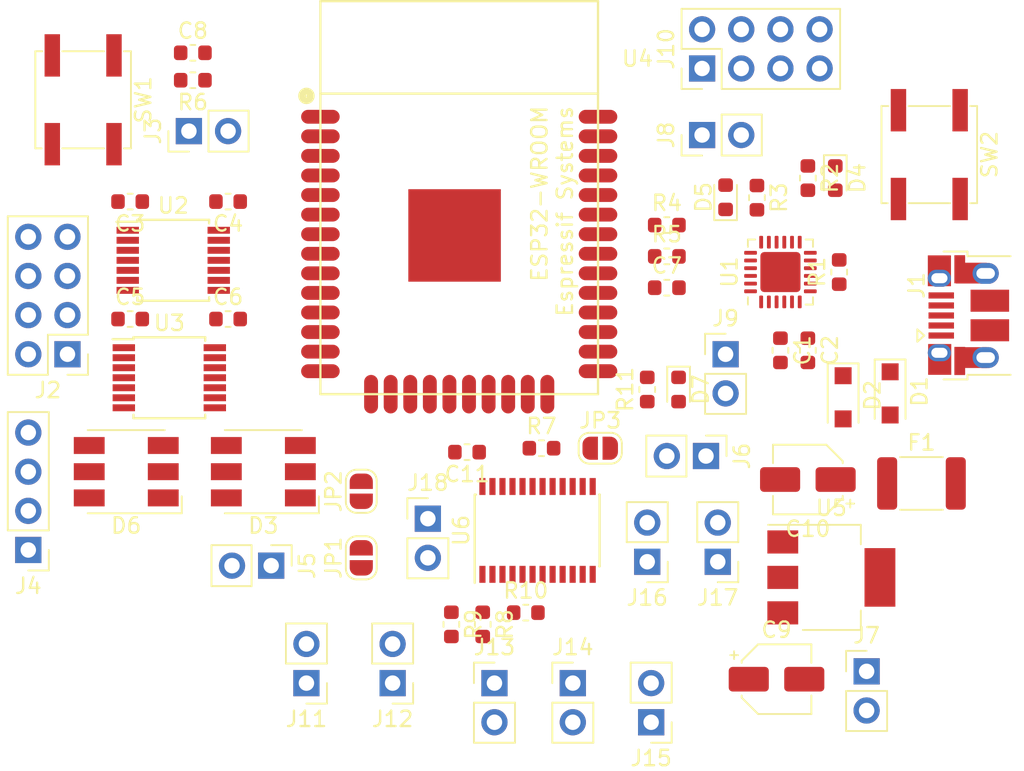
<source format=kicad_pcb>
(kicad_pcb (version 20171130) (host pcbnew 5.0.1+dfsg1-3~bpo9+1)

  (general
    (thickness 1.6)
    (drawings 0)
    (tracks 0)
    (zones 0)
    (modules 59)
    (nets 104)
  )

  (page A4)
  (layers
    (0 F.Cu signal)
    (31 B.Cu signal)
    (32 B.Adhes user)
    (33 F.Adhes user)
    (34 B.Paste user)
    (35 F.Paste user)
    (36 B.SilkS user)
    (37 F.SilkS user)
    (38 B.Mask user)
    (39 F.Mask user)
    (40 Dwgs.User user)
    (41 Cmts.User user)
    (42 Eco1.User user)
    (43 Eco2.User user)
    (44 Edge.Cuts user)
    (45 Margin user)
    (46 B.CrtYd user)
    (47 F.CrtYd user)
    (48 B.Fab user)
    (49 F.Fab user hide)
  )

  (setup
    (last_trace_width 0.25)
    (trace_clearance 0.2)
    (zone_clearance 0.508)
    (zone_45_only no)
    (trace_min 0.2)
    (segment_width 0.2)
    (edge_width 0.15)
    (via_size 0.8)
    (via_drill 0.4)
    (via_min_size 0.4)
    (via_min_drill 0.3)
    (uvia_size 0.3)
    (uvia_drill 0.1)
    (uvias_allowed no)
    (uvia_min_size 0.2)
    (uvia_min_drill 0.1)
    (pcb_text_width 0.3)
    (pcb_text_size 1.5 1.5)
    (mod_edge_width 0.15)
    (mod_text_size 1 1)
    (mod_text_width 0.15)
    (pad_size 1.524 1.524)
    (pad_drill 0.762)
    (pad_to_mask_clearance 0.051)
    (solder_mask_min_width 0.25)
    (aux_axis_origin 0 0)
    (visible_elements FFFFF77F)
    (pcbplotparams
      (layerselection 0x010fc_ffffffff)
      (usegerberextensions false)
      (usegerberattributes false)
      (usegerberadvancedattributes false)
      (creategerberjobfile false)
      (excludeedgelayer true)
      (linewidth 0.100000)
      (plotframeref false)
      (viasonmask false)
      (mode 1)
      (useauxorigin false)
      (hpglpennumber 1)
      (hpglpenspeed 20)
      (hpglpendiameter 15.000000)
      (psnegative false)
      (psa4output false)
      (plotreference true)
      (plotvalue true)
      (plotinvisibletext false)
      (padsonsilk false)
      (subtractmaskfromsilk false)
      (outputformat 1)
      (mirror false)
      (drillshape 1)
      (scaleselection 1)
      (outputdirectory ""))
  )

  (net 0 "")
  (net 1 +3V3)
  (net 2 GND)
  (net 3 +5V)
  (net 4 3.3V)
  (net 5 "Net-(C7-Pad2)")
  (net 6 /RESET)
  (net 7 "Net-(C8-Pad2)")
  (net 8 VCC)
  (net 9 "Net-(D1-Pad1)")
  (net 10 "Net-(D2-Pad1)")
  (net 11 /di)
  (net 12 /ci)
  (net 13 "Net-(D3-Pad5)")
  (net 14 "Net-(D3-Pad6)")
  (net 15 "Net-(D4-Pad2)")
  (net 16 "Net-(D5-Pad2)")
  (net 17 "Net-(D6-Pad5)")
  (net 18 "Net-(D6-Pad6)")
  (net 19 "Net-(D7-Pad2)")
  (net 20 "Net-(F1-Pad1)")
  (net 21 "Net-(J1-Pad6)")
  (net 22 "Net-(J1-Pad4)")
  (net 23 "Net-(J2-Pad8)")
  (net 24 "Net-(J2-Pad7)")
  (net 25 "Net-(J2-Pad6)")
  (net 26 "Net-(J2-Pad5)")
  (net 27 "Net-(J2-Pad4)")
  (net 28 "Net-(J2-Pad3)")
  (net 29 "Net-(J2-Pad2)")
  (net 30 "Net-(J2-Pad1)")
  (net 31 "Net-(J3-Pad1)")
  (net 32 "Net-(J3-Pad2)")
  (net 33 "Net-(J5-Pad2)")
  (net 34 "Net-(J5-Pad1)")
  (net 35 "Net-(J6-Pad2)")
  (net 36 "Net-(J6-Pad1)")
  (net 37 "Net-(J8-Pad1)")
  (net 38 "Net-(J8-Pad2)")
  (net 39 "Net-(J9-Pad2)")
  (net 40 "Net-(J9-Pad1)")
  (net 41 "Net-(J10-Pad1)")
  (net 42 "Net-(J10-Pad2)")
  (net 43 "Net-(J10-Pad3)")
  (net 44 "Net-(J10-Pad4)")
  (net 45 "Net-(J11-Pad1)")
  (net 46 "Net-(J11-Pad2)")
  (net 47 "Net-(J12-Pad2)")
  (net 48 "Net-(J12-Pad1)")
  (net 49 "Net-(J13-Pad1)")
  (net 50 "Net-(J13-Pad2)")
  (net 51 "Net-(J14-Pad2)")
  (net 52 "Net-(J14-Pad1)")
  (net 53 "Net-(J15-Pad1)")
  (net 54 "Net-(J15-Pad2)")
  (net 55 "Net-(J16-Pad2)")
  (net 56 "Net-(J16-Pad1)")
  (net 57 "Net-(J17-Pad1)")
  (net 58 "Net-(J17-Pad2)")
  (net 59 "Net-(J18-Pad2)")
  (net 60 "Net-(J18-Pad1)")
  (net 61 "Net-(JP1-Pad1)")
  (net 62 "Net-(JP2-Pad1)")
  (net 63 "Net-(JP3-Pad1)")
  (net 64 "Net-(R1-Pad2)")
  (net 65 "Net-(R2-Pad2)")
  (net 66 "Net-(R3-Pad2)")
  (net 67 "Net-(R4-Pad2)")
  (net 68 /txd0)
  (net 69 /rxd0)
  (net 70 "Net-(R5-Pad2)")
  (net 71 "Net-(R10-Pad1)")
  (net 72 "Net-(R11-Pad2)")
  (net 73 "Net-(SW2-Pad1)")
  (net 74 "Net-(U1-Pad1)")
  (net 75 "Net-(U1-Pad10)")
  (net 76 "Net-(U1-Pad11)")
  (net 77 "Net-(U1-Pad12)")
  (net 78 "Net-(U1-Pad15)")
  (net 79 "Net-(U1-Pad16)")
  (net 80 "Net-(U1-Pad17)")
  (net 81 "Net-(U1-Pad18)")
  (net 82 "Net-(U1-Pad19)")
  (net 83 "Net-(U1-Pad22)")
  (net 84 "Net-(U1-Pad24)")
  (net 85 "Net-(U2-Pad6)")
  (net 86 "Net-(U2-Pad8)")
  (net 87 "Net-(U2-Pad9)")
  (net 88 /pin9)
  (net 89 /pin8)
  (net 90 /pin7)
  (net 91 /pin6)
  (net 92 /pin10)
  (net 93 /pin11)
  (net 94 /pin12)
  (net 95 /pin13)
  (net 96 "Net-(U3-Pad9)")
  (net 97 "Net-(U3-Pad8)")
  (net 98 "Net-(U3-Pad6)")
  (net 99 "Net-(U4-Pad32)")
  (net 100 "Net-(U4-Pad22)")
  (net 101 "Net-(U4-Pad21)")
  (net 102 "Net-(U4-Pad20)")
  (net 103 "Net-(U4-Pad19)")

  (net_class Default "This is the default net class."
    (clearance 0.2)
    (trace_width 0.25)
    (via_dia 0.8)
    (via_drill 0.4)
    (uvia_dia 0.3)
    (uvia_drill 0.1)
    (add_net +3V3)
    (add_net +5V)
    (add_net /RESET)
    (add_net /ci)
    (add_net /di)
    (add_net /pin10)
    (add_net /pin11)
    (add_net /pin12)
    (add_net /pin13)
    (add_net /pin6)
    (add_net /pin7)
    (add_net /pin8)
    (add_net /pin9)
    (add_net /rxd0)
    (add_net /txd0)
    (add_net 3.3V)
    (add_net GND)
    (add_net "Net-(C7-Pad2)")
    (add_net "Net-(C8-Pad2)")
    (add_net "Net-(D1-Pad1)")
    (add_net "Net-(D2-Pad1)")
    (add_net "Net-(D3-Pad5)")
    (add_net "Net-(D3-Pad6)")
    (add_net "Net-(D4-Pad2)")
    (add_net "Net-(D5-Pad2)")
    (add_net "Net-(D6-Pad5)")
    (add_net "Net-(D6-Pad6)")
    (add_net "Net-(D7-Pad2)")
    (add_net "Net-(F1-Pad1)")
    (add_net "Net-(J1-Pad4)")
    (add_net "Net-(J1-Pad6)")
    (add_net "Net-(J10-Pad1)")
    (add_net "Net-(J10-Pad2)")
    (add_net "Net-(J10-Pad3)")
    (add_net "Net-(J10-Pad4)")
    (add_net "Net-(J11-Pad1)")
    (add_net "Net-(J11-Pad2)")
    (add_net "Net-(J12-Pad1)")
    (add_net "Net-(J12-Pad2)")
    (add_net "Net-(J13-Pad1)")
    (add_net "Net-(J13-Pad2)")
    (add_net "Net-(J14-Pad1)")
    (add_net "Net-(J14-Pad2)")
    (add_net "Net-(J15-Pad1)")
    (add_net "Net-(J15-Pad2)")
    (add_net "Net-(J16-Pad1)")
    (add_net "Net-(J16-Pad2)")
    (add_net "Net-(J17-Pad1)")
    (add_net "Net-(J17-Pad2)")
    (add_net "Net-(J18-Pad1)")
    (add_net "Net-(J18-Pad2)")
    (add_net "Net-(J2-Pad1)")
    (add_net "Net-(J2-Pad2)")
    (add_net "Net-(J2-Pad3)")
    (add_net "Net-(J2-Pad4)")
    (add_net "Net-(J2-Pad5)")
    (add_net "Net-(J2-Pad6)")
    (add_net "Net-(J2-Pad7)")
    (add_net "Net-(J2-Pad8)")
    (add_net "Net-(J3-Pad1)")
    (add_net "Net-(J3-Pad2)")
    (add_net "Net-(J5-Pad1)")
    (add_net "Net-(J5-Pad2)")
    (add_net "Net-(J6-Pad1)")
    (add_net "Net-(J6-Pad2)")
    (add_net "Net-(J8-Pad1)")
    (add_net "Net-(J8-Pad2)")
    (add_net "Net-(J9-Pad1)")
    (add_net "Net-(J9-Pad2)")
    (add_net "Net-(JP1-Pad1)")
    (add_net "Net-(JP2-Pad1)")
    (add_net "Net-(JP3-Pad1)")
    (add_net "Net-(R1-Pad2)")
    (add_net "Net-(R10-Pad1)")
    (add_net "Net-(R11-Pad2)")
    (add_net "Net-(R2-Pad2)")
    (add_net "Net-(R3-Pad2)")
    (add_net "Net-(R4-Pad2)")
    (add_net "Net-(R5-Pad2)")
    (add_net "Net-(SW2-Pad1)")
    (add_net "Net-(U1-Pad1)")
    (add_net "Net-(U1-Pad10)")
    (add_net "Net-(U1-Pad11)")
    (add_net "Net-(U1-Pad12)")
    (add_net "Net-(U1-Pad15)")
    (add_net "Net-(U1-Pad16)")
    (add_net "Net-(U1-Pad17)")
    (add_net "Net-(U1-Pad18)")
    (add_net "Net-(U1-Pad19)")
    (add_net "Net-(U1-Pad22)")
    (add_net "Net-(U1-Pad24)")
    (add_net "Net-(U2-Pad6)")
    (add_net "Net-(U2-Pad8)")
    (add_net "Net-(U2-Pad9)")
    (add_net "Net-(U3-Pad6)")
    (add_net "Net-(U3-Pad8)")
    (add_net "Net-(U3-Pad9)")
    (add_net "Net-(U4-Pad19)")
    (add_net "Net-(U4-Pad20)")
    (add_net "Net-(U4-Pad21)")
    (add_net "Net-(U4-Pad22)")
    (add_net "Net-(U4-Pad32)")
    (add_net VCC)
  )

  (module Diode_SMD:D_SOD-123F (layer F.Cu) (tedit 587F7769) (tstamp 5C342586)
    (at 218.44 107.95 270)
    (descr D_SOD-123F)
    (tags D_SOD-123F)
    (path /5CDE9B74)
    (attr smd)
    (fp_text reference D1 (at -0.127 -1.905 270) (layer F.SilkS)
      (effects (font (size 1 1) (thickness 0.15)))
    )
    (fp_text value D_TVS (at 0 2.1 270) (layer F.Fab)
      (effects (font (size 1 1) (thickness 0.15)))
    )
    (fp_text user %R (at -0.127 -1.905 270) (layer F.Fab)
      (effects (font (size 1 1) (thickness 0.15)))
    )
    (fp_line (start -2.2 -1) (end -2.2 1) (layer F.SilkS) (width 0.12))
    (fp_line (start 0.25 0) (end 0.75 0) (layer F.Fab) (width 0.1))
    (fp_line (start 0.25 0.4) (end -0.35 0) (layer F.Fab) (width 0.1))
    (fp_line (start 0.25 -0.4) (end 0.25 0.4) (layer F.Fab) (width 0.1))
    (fp_line (start -0.35 0) (end 0.25 -0.4) (layer F.Fab) (width 0.1))
    (fp_line (start -0.35 0) (end -0.35 0.55) (layer F.Fab) (width 0.1))
    (fp_line (start -0.35 0) (end -0.35 -0.55) (layer F.Fab) (width 0.1))
    (fp_line (start -0.75 0) (end -0.35 0) (layer F.Fab) (width 0.1))
    (fp_line (start -1.4 0.9) (end -1.4 -0.9) (layer F.Fab) (width 0.1))
    (fp_line (start 1.4 0.9) (end -1.4 0.9) (layer F.Fab) (width 0.1))
    (fp_line (start 1.4 -0.9) (end 1.4 0.9) (layer F.Fab) (width 0.1))
    (fp_line (start -1.4 -0.9) (end 1.4 -0.9) (layer F.Fab) (width 0.1))
    (fp_line (start -2.2 -1.15) (end 2.2 -1.15) (layer F.CrtYd) (width 0.05))
    (fp_line (start 2.2 -1.15) (end 2.2 1.15) (layer F.CrtYd) (width 0.05))
    (fp_line (start 2.2 1.15) (end -2.2 1.15) (layer F.CrtYd) (width 0.05))
    (fp_line (start -2.2 -1.15) (end -2.2 1.15) (layer F.CrtYd) (width 0.05))
    (fp_line (start -2.2 1) (end 1.65 1) (layer F.SilkS) (width 0.12))
    (fp_line (start -2.2 -1) (end 1.65 -1) (layer F.SilkS) (width 0.12))
    (pad 1 smd rect (at -1.4 0 270) (size 1.1 1.1) (layers F.Cu F.Paste F.Mask)
      (net 9 "Net-(D1-Pad1)"))
    (pad 2 smd rect (at 1.4 0 270) (size 1.1 1.1) (layers F.Cu F.Paste F.Mask)
      (net 2 GND))
    (model ${KISYS3DMOD}/Diode_SMD.3dshapes/D_SOD-123F.wrl
      (at (xyz 0 0 0))
      (scale (xyz 1 1 1))
      (rotate (xyz 0 0 0))
    )
  )

  (module LED_SMD:LED_0603_1608Metric (layer F.Cu) (tedit 5B301BBE) (tstamp 5C342624)
    (at 204.724 107.696 270)
    (descr "LED SMD 0603 (1608 Metric), square (rectangular) end terminal, IPC_7351 nominal, (Body size source: http://www.tortai-tech.com/upload/download/2011102023233369053.pdf), generated with kicad-footprint-generator")
    (tags diode)
    (path /5C853C14)
    (attr smd)
    (fp_text reference D7 (at 0 -1.43 270) (layer F.SilkS)
      (effects (font (size 1 1) (thickness 0.15)))
    )
    (fp_text value LED (at 0 1.43 270) (layer F.Fab)
      (effects (font (size 1 1) (thickness 0.15)))
    )
    (fp_line (start 0.8 -0.4) (end -0.5 -0.4) (layer F.Fab) (width 0.1))
    (fp_line (start -0.5 -0.4) (end -0.8 -0.1) (layer F.Fab) (width 0.1))
    (fp_line (start -0.8 -0.1) (end -0.8 0.4) (layer F.Fab) (width 0.1))
    (fp_line (start -0.8 0.4) (end 0.8 0.4) (layer F.Fab) (width 0.1))
    (fp_line (start 0.8 0.4) (end 0.8 -0.4) (layer F.Fab) (width 0.1))
    (fp_line (start 0.8 -0.735) (end -1.485 -0.735) (layer F.SilkS) (width 0.12))
    (fp_line (start -1.485 -0.735) (end -1.485 0.735) (layer F.SilkS) (width 0.12))
    (fp_line (start -1.485 0.735) (end 0.8 0.735) (layer F.SilkS) (width 0.12))
    (fp_line (start -1.48 0.73) (end -1.48 -0.73) (layer F.CrtYd) (width 0.05))
    (fp_line (start -1.48 -0.73) (end 1.48 -0.73) (layer F.CrtYd) (width 0.05))
    (fp_line (start 1.48 -0.73) (end 1.48 0.73) (layer F.CrtYd) (width 0.05))
    (fp_line (start 1.48 0.73) (end -1.48 0.73) (layer F.CrtYd) (width 0.05))
    (fp_text user %R (at 0 0 270) (layer F.Fab)
      (effects (font (size 0.4 0.4) (thickness 0.06)))
    )
    (pad 1 smd roundrect (at -0.7875 0 270) (size 0.875 0.95) (layers F.Cu F.Paste F.Mask) (roundrect_rratio 0.25)
      (net 2 GND))
    (pad 2 smd roundrect (at 0.7875 0 270) (size 0.875 0.95) (layers F.Cu F.Paste F.Mask) (roundrect_rratio 0.25)
      (net 19 "Net-(D7-Pad2)"))
    (model ${KISYS3DMOD}/LED_SMD.3dshapes/LED_0603_1608Metric.wrl
      (at (xyz 0 0 0))
      (scale (xyz 1 1 1))
      (rotate (xyz 0 0 0))
    )
  )

  (module Diode_SMD:D_SOD-123F (layer F.Cu) (tedit 587F7769) (tstamp 5C33996D)
    (at 215.392 108.204 270)
    (descr D_SOD-123F)
    (tags D_SOD-123F)
    (path /5CE66419)
    (attr smd)
    (fp_text reference D2 (at -0.127 -1.905 270) (layer F.SilkS)
      (effects (font (size 1 1) (thickness 0.15)))
    )
    (fp_text value D_TVS (at 0 2.1 270) (layer F.Fab)
      (effects (font (size 1 1) (thickness 0.15)))
    )
    (fp_text user %R (at -0.127 -1.905 270) (layer F.Fab)
      (effects (font (size 1 1) (thickness 0.15)))
    )
    (fp_line (start -2.2 -1) (end -2.2 1) (layer F.SilkS) (width 0.12))
    (fp_line (start 0.25 0) (end 0.75 0) (layer F.Fab) (width 0.1))
    (fp_line (start 0.25 0.4) (end -0.35 0) (layer F.Fab) (width 0.1))
    (fp_line (start 0.25 -0.4) (end 0.25 0.4) (layer F.Fab) (width 0.1))
    (fp_line (start -0.35 0) (end 0.25 -0.4) (layer F.Fab) (width 0.1))
    (fp_line (start -0.35 0) (end -0.35 0.55) (layer F.Fab) (width 0.1))
    (fp_line (start -0.35 0) (end -0.35 -0.55) (layer F.Fab) (width 0.1))
    (fp_line (start -0.75 0) (end -0.35 0) (layer F.Fab) (width 0.1))
    (fp_line (start -1.4 0.9) (end -1.4 -0.9) (layer F.Fab) (width 0.1))
    (fp_line (start 1.4 0.9) (end -1.4 0.9) (layer F.Fab) (width 0.1))
    (fp_line (start 1.4 -0.9) (end 1.4 0.9) (layer F.Fab) (width 0.1))
    (fp_line (start -1.4 -0.9) (end 1.4 -0.9) (layer F.Fab) (width 0.1))
    (fp_line (start -2.2 -1.15) (end 2.2 -1.15) (layer F.CrtYd) (width 0.05))
    (fp_line (start 2.2 -1.15) (end 2.2 1.15) (layer F.CrtYd) (width 0.05))
    (fp_line (start 2.2 1.15) (end -2.2 1.15) (layer F.CrtYd) (width 0.05))
    (fp_line (start -2.2 -1.15) (end -2.2 1.15) (layer F.CrtYd) (width 0.05))
    (fp_line (start -2.2 1) (end 1.65 1) (layer F.SilkS) (width 0.12))
    (fp_line (start -2.2 -1) (end 1.65 -1) (layer F.SilkS) (width 0.12))
    (pad 1 smd rect (at -1.4 0 270) (size 1.1 1.1) (layers F.Cu F.Paste F.Mask)
      (net 10 "Net-(D2-Pad1)"))
    (pad 2 smd rect (at 1.4 0 270) (size 1.1 1.1) (layers F.Cu F.Paste F.Mask)
      (net 2 GND))
    (model ${KISYS3DMOD}/Diode_SMD.3dshapes/D_SOD-123F.wrl
      (at (xyz 0 0 0))
      (scale (xyz 1 1 1))
      (rotate (xyz 0 0 0))
    )
  )

  (module Connector_PinHeader_2.54mm:PinHeader_1x02_P2.54mm_Vertical (layer F.Cu) (tedit 59FED5CC) (tstamp 5C2040A3)
    (at 207.772 105.41)
    (descr "Through hole straight pin header, 1x02, 2.54mm pitch, single row")
    (tags "Through hole pin header THT 1x02 2.54mm single row")
    (path /5C73A9E4)
    (fp_text reference J9 (at 0 -2.33) (layer F.SilkS)
      (effects (font (size 1 1) (thickness 0.15)))
    )
    (fp_text value Conn_01x02 (at 0 4.87) (layer F.Fab)
      (effects (font (size 1 1) (thickness 0.15)))
    )
    (fp_text user %R (at 0 1.27 270) (layer F.Fab)
      (effects (font (size 1 1) (thickness 0.15)))
    )
    (fp_line (start 1.8 -1.8) (end -1.8 -1.8) (layer F.CrtYd) (width 0.05))
    (fp_line (start 1.8 4.35) (end 1.8 -1.8) (layer F.CrtYd) (width 0.05))
    (fp_line (start -1.8 4.35) (end 1.8 4.35) (layer F.CrtYd) (width 0.05))
    (fp_line (start -1.8 -1.8) (end -1.8 4.35) (layer F.CrtYd) (width 0.05))
    (fp_line (start -1.33 -1.33) (end 0 -1.33) (layer F.SilkS) (width 0.12))
    (fp_line (start -1.33 0) (end -1.33 -1.33) (layer F.SilkS) (width 0.12))
    (fp_line (start -1.33 1.27) (end 1.33 1.27) (layer F.SilkS) (width 0.12))
    (fp_line (start 1.33 1.27) (end 1.33 3.87) (layer F.SilkS) (width 0.12))
    (fp_line (start -1.33 1.27) (end -1.33 3.87) (layer F.SilkS) (width 0.12))
    (fp_line (start -1.33 3.87) (end 1.33 3.87) (layer F.SilkS) (width 0.12))
    (fp_line (start -1.27 -0.635) (end -0.635 -1.27) (layer F.Fab) (width 0.1))
    (fp_line (start -1.27 3.81) (end -1.27 -0.635) (layer F.Fab) (width 0.1))
    (fp_line (start 1.27 3.81) (end -1.27 3.81) (layer F.Fab) (width 0.1))
    (fp_line (start 1.27 -1.27) (end 1.27 3.81) (layer F.Fab) (width 0.1))
    (fp_line (start -0.635 -1.27) (end 1.27 -1.27) (layer F.Fab) (width 0.1))
    (pad 2 thru_hole oval (at 0 2.54) (size 1.7 1.7) (drill 1) (layers *.Cu *.Mask)
      (net 39 "Net-(J9-Pad2)"))
    (pad 1 thru_hole rect (at 0 0) (size 1.7 1.7) (drill 1) (layers *.Cu *.Mask)
      (net 40 "Net-(J9-Pad1)"))
    (model ${KISYS3DMOD}/Connector_PinHeader_2.54mm.3dshapes/PinHeader_1x02_P2.54mm_Vertical.wrl
      (at (xyz 0 0 0))
      (scale (xyz 1 1 1))
      (rotate (xyz 0 0 0))
    )
  )

  (module Connector_PinHeader_2.54mm:PinHeader_1x02_P2.54mm_Vertical (layer F.Cu) (tedit 59FED5CC) (tstamp 5C1FC219)
    (at 188.468 116.078)
    (descr "Through hole straight pin header, 1x02, 2.54mm pitch, single row")
    (tags "Through hole pin header THT 1x02 2.54mm single row")
    (path /5C5A99D4)
    (fp_text reference J18 (at 0 -2.33) (layer F.SilkS)
      (effects (font (size 1 1) (thickness 0.15)))
    )
    (fp_text value Conn_01x02 (at 0 4.87) (layer F.Fab)
      (effects (font (size 1 1) (thickness 0.15)))
    )
    (fp_text user %R (at 0 1.27 90) (layer F.Fab)
      (effects (font (size 1 1) (thickness 0.15)))
    )
    (fp_line (start 1.8 -1.8) (end -1.8 -1.8) (layer F.CrtYd) (width 0.05))
    (fp_line (start 1.8 4.35) (end 1.8 -1.8) (layer F.CrtYd) (width 0.05))
    (fp_line (start -1.8 4.35) (end 1.8 4.35) (layer F.CrtYd) (width 0.05))
    (fp_line (start -1.8 -1.8) (end -1.8 4.35) (layer F.CrtYd) (width 0.05))
    (fp_line (start -1.33 -1.33) (end 0 -1.33) (layer F.SilkS) (width 0.12))
    (fp_line (start -1.33 0) (end -1.33 -1.33) (layer F.SilkS) (width 0.12))
    (fp_line (start -1.33 1.27) (end 1.33 1.27) (layer F.SilkS) (width 0.12))
    (fp_line (start 1.33 1.27) (end 1.33 3.87) (layer F.SilkS) (width 0.12))
    (fp_line (start -1.33 1.27) (end -1.33 3.87) (layer F.SilkS) (width 0.12))
    (fp_line (start -1.33 3.87) (end 1.33 3.87) (layer F.SilkS) (width 0.12))
    (fp_line (start -1.27 -0.635) (end -0.635 -1.27) (layer F.Fab) (width 0.1))
    (fp_line (start -1.27 3.81) (end -1.27 -0.635) (layer F.Fab) (width 0.1))
    (fp_line (start 1.27 3.81) (end -1.27 3.81) (layer F.Fab) (width 0.1))
    (fp_line (start 1.27 -1.27) (end 1.27 3.81) (layer F.Fab) (width 0.1))
    (fp_line (start -0.635 -1.27) (end 1.27 -1.27) (layer F.Fab) (width 0.1))
    (pad 2 thru_hole oval (at 0 2.54) (size 1.7 1.7) (drill 1) (layers *.Cu *.Mask)
      (net 59 "Net-(J18-Pad2)"))
    (pad 1 thru_hole rect (at 0 0) (size 1.7 1.7) (drill 1) (layers *.Cu *.Mask)
      (net 60 "Net-(J18-Pad1)"))
    (model ${KISYS3DMOD}/Connector_PinHeader_2.54mm.3dshapes/PinHeader_1x02_P2.54mm_Vertical.wrl
      (at (xyz 0 0 0))
      (scale (xyz 1 1 1))
      (rotate (xyz 0 0 0))
    )
  )

  (module Capacitor_SMD:C_0603_1608Metric (layer F.Cu) (tedit 5B301BBE) (tstamp 5C205D1C)
    (at 211.328 105.156 270)
    (descr "Capacitor SMD 0603 (1608 Metric), square (rectangular) end terminal, IPC_7351 nominal, (Body size source: http://www.tortai-tech.com/upload/download/2011102023233369053.pdf), generated with kicad-footprint-generator")
    (tags capacitor)
    (path /5D1F2F44)
    (attr smd)
    (fp_text reference C1 (at 0 -1.43 270) (layer F.SilkS)
      (effects (font (size 1 1) (thickness 0.15)))
    )
    (fp_text value "4.7uF 6.3V" (at 0 1.43 270) (layer F.Fab)
      (effects (font (size 1 1) (thickness 0.15)))
    )
    (fp_text user %R (at 0 0 270) (layer F.Fab)
      (effects (font (size 0.4 0.4) (thickness 0.06)))
    )
    (fp_line (start 1.48 0.73) (end -1.48 0.73) (layer F.CrtYd) (width 0.05))
    (fp_line (start 1.48 -0.73) (end 1.48 0.73) (layer F.CrtYd) (width 0.05))
    (fp_line (start -1.48 -0.73) (end 1.48 -0.73) (layer F.CrtYd) (width 0.05))
    (fp_line (start -1.48 0.73) (end -1.48 -0.73) (layer F.CrtYd) (width 0.05))
    (fp_line (start -0.162779 0.51) (end 0.162779 0.51) (layer F.SilkS) (width 0.12))
    (fp_line (start -0.162779 -0.51) (end 0.162779 -0.51) (layer F.SilkS) (width 0.12))
    (fp_line (start 0.8 0.4) (end -0.8 0.4) (layer F.Fab) (width 0.1))
    (fp_line (start 0.8 -0.4) (end 0.8 0.4) (layer F.Fab) (width 0.1))
    (fp_line (start -0.8 -0.4) (end 0.8 -0.4) (layer F.Fab) (width 0.1))
    (fp_line (start -0.8 0.4) (end -0.8 -0.4) (layer F.Fab) (width 0.1))
    (pad 2 smd roundrect (at 0.7875 0 270) (size 0.875 0.95) (layers F.Cu F.Paste F.Mask) (roundrect_rratio 0.25)
      (net 2 GND))
    (pad 1 smd roundrect (at -0.7875 0 270) (size 0.875 0.95) (layers F.Cu F.Paste F.Mask) (roundrect_rratio 0.25)
      (net 1 +3V3))
    (model ${KISYS3DMOD}/Capacitor_SMD.3dshapes/C_0603_1608Metric.wrl
      (at (xyz 0 0 0))
      (scale (xyz 1 1 1))
      (rotate (xyz 0 0 0))
    )
  )

  (module Capacitor_SMD:C_0603_1608Metric (layer F.Cu) (tedit 5B301BBE) (tstamp 5C2062E4)
    (at 213.106 105.156 270)
    (descr "Capacitor SMD 0603 (1608 Metric), square (rectangular) end terminal, IPC_7351 nominal, (Body size source: http://www.tortai-tech.com/upload/download/2011102023233369053.pdf), generated with kicad-footprint-generator")
    (tags capacitor)
    (path /5D220DA8)
    (attr smd)
    (fp_text reference C2 (at 0 -1.43 270) (layer F.SilkS)
      (effects (font (size 1 1) (thickness 0.15)))
    )
    (fp_text value "0.01uF 16V" (at 0 1.43 270) (layer F.Fab)
      (effects (font (size 1 1) (thickness 0.15)))
    )
    (fp_text user %R (at 0 0 270) (layer F.Fab)
      (effects (font (size 0.4 0.4) (thickness 0.06)))
    )
    (fp_line (start 1.48 0.73) (end -1.48 0.73) (layer F.CrtYd) (width 0.05))
    (fp_line (start 1.48 -0.73) (end 1.48 0.73) (layer F.CrtYd) (width 0.05))
    (fp_line (start -1.48 -0.73) (end 1.48 -0.73) (layer F.CrtYd) (width 0.05))
    (fp_line (start -1.48 0.73) (end -1.48 -0.73) (layer F.CrtYd) (width 0.05))
    (fp_line (start -0.162779 0.51) (end 0.162779 0.51) (layer F.SilkS) (width 0.12))
    (fp_line (start -0.162779 -0.51) (end 0.162779 -0.51) (layer F.SilkS) (width 0.12))
    (fp_line (start 0.8 0.4) (end -0.8 0.4) (layer F.Fab) (width 0.1))
    (fp_line (start 0.8 -0.4) (end 0.8 0.4) (layer F.Fab) (width 0.1))
    (fp_line (start -0.8 -0.4) (end 0.8 -0.4) (layer F.Fab) (width 0.1))
    (fp_line (start -0.8 0.4) (end -0.8 -0.4) (layer F.Fab) (width 0.1))
    (pad 2 smd roundrect (at 0.7875 0 270) (size 0.875 0.95) (layers F.Cu F.Paste F.Mask) (roundrect_rratio 0.25)
      (net 2 GND))
    (pad 1 smd roundrect (at -0.7875 0 270) (size 0.875 0.95) (layers F.Cu F.Paste F.Mask) (roundrect_rratio 0.25)
      (net 1 +3V3))
    (model ${KISYS3DMOD}/Capacitor_SMD.3dshapes/C_0603_1608Metric.wrl
      (at (xyz 0 0 0))
      (scale (xyz 1 1 1))
      (rotate (xyz 0 0 0))
    )
  )

  (module Capacitor_SMD:C_0603_1608Metric (layer F.Cu) (tedit 5B301BBE) (tstamp 5C20031A)
    (at 169.164 95.504 180)
    (descr "Capacitor SMD 0603 (1608 Metric), square (rectangular) end terminal, IPC_7351 nominal, (Body size source: http://www.tortai-tech.com/upload/download/2011102023233369053.pdf), generated with kicad-footprint-generator")
    (tags capacitor)
    (path /5CA75CCB)
    (attr smd)
    (fp_text reference C3 (at 0 -1.43 180) (layer F.SilkS)
      (effects (font (size 1 1) (thickness 0.15)))
    )
    (fp_text value C_Small (at 0 1.43 180) (layer F.Fab)
      (effects (font (size 1 1) (thickness 0.15)))
    )
    (fp_line (start -0.8 0.4) (end -0.8 -0.4) (layer F.Fab) (width 0.1))
    (fp_line (start -0.8 -0.4) (end 0.8 -0.4) (layer F.Fab) (width 0.1))
    (fp_line (start 0.8 -0.4) (end 0.8 0.4) (layer F.Fab) (width 0.1))
    (fp_line (start 0.8 0.4) (end -0.8 0.4) (layer F.Fab) (width 0.1))
    (fp_line (start -0.162779 -0.51) (end 0.162779 -0.51) (layer F.SilkS) (width 0.12))
    (fp_line (start -0.162779 0.51) (end 0.162779 0.51) (layer F.SilkS) (width 0.12))
    (fp_line (start -1.48 0.73) (end -1.48 -0.73) (layer F.CrtYd) (width 0.05))
    (fp_line (start -1.48 -0.73) (end 1.48 -0.73) (layer F.CrtYd) (width 0.05))
    (fp_line (start 1.48 -0.73) (end 1.48 0.73) (layer F.CrtYd) (width 0.05))
    (fp_line (start 1.48 0.73) (end -1.48 0.73) (layer F.CrtYd) (width 0.05))
    (fp_text user %R (at 0 0 180) (layer F.Fab)
      (effects (font (size 0.4 0.4) (thickness 0.06)))
    )
    (pad 1 smd roundrect (at -0.7875 0 180) (size 0.875 0.95) (layers F.Cu F.Paste F.Mask) (roundrect_rratio 0.25)
      (net 2 GND))
    (pad 2 smd roundrect (at 0.7875 0 180) (size 0.875 0.95) (layers F.Cu F.Paste F.Mask) (roundrect_rratio 0.25)
      (net 3 +5V))
    (model ${KISYS3DMOD}/Capacitor_SMD.3dshapes/C_0603_1608Metric.wrl
      (at (xyz 0 0 0))
      (scale (xyz 1 1 1))
      (rotate (xyz 0 0 0))
    )
  )

  (module Capacitor_SMD:C_0603_1608Metric (layer F.Cu) (tedit 5B301BBE) (tstamp 5C200297)
    (at 175.514 95.504 180)
    (descr "Capacitor SMD 0603 (1608 Metric), square (rectangular) end terminal, IPC_7351 nominal, (Body size source: http://www.tortai-tech.com/upload/download/2011102023233369053.pdf), generated with kicad-footprint-generator")
    (tags capacitor)
    (path /5CA91CBA)
    (attr smd)
    (fp_text reference C4 (at 0 -1.43 180) (layer F.SilkS)
      (effects (font (size 1 1) (thickness 0.15)))
    )
    (fp_text value C_Small (at 0 1.43 180) (layer F.Fab)
      (effects (font (size 1 1) (thickness 0.15)))
    )
    (fp_text user %R (at 0 0 180) (layer F.Fab)
      (effects (font (size 0.4 0.4) (thickness 0.06)))
    )
    (fp_line (start 1.48 0.73) (end -1.48 0.73) (layer F.CrtYd) (width 0.05))
    (fp_line (start 1.48 -0.73) (end 1.48 0.73) (layer F.CrtYd) (width 0.05))
    (fp_line (start -1.48 -0.73) (end 1.48 -0.73) (layer F.CrtYd) (width 0.05))
    (fp_line (start -1.48 0.73) (end -1.48 -0.73) (layer F.CrtYd) (width 0.05))
    (fp_line (start -0.162779 0.51) (end 0.162779 0.51) (layer F.SilkS) (width 0.12))
    (fp_line (start -0.162779 -0.51) (end 0.162779 -0.51) (layer F.SilkS) (width 0.12))
    (fp_line (start 0.8 0.4) (end -0.8 0.4) (layer F.Fab) (width 0.1))
    (fp_line (start 0.8 -0.4) (end 0.8 0.4) (layer F.Fab) (width 0.1))
    (fp_line (start -0.8 -0.4) (end 0.8 -0.4) (layer F.Fab) (width 0.1))
    (fp_line (start -0.8 0.4) (end -0.8 -0.4) (layer F.Fab) (width 0.1))
    (pad 2 smd roundrect (at 0.7875 0 180) (size 0.875 0.95) (layers F.Cu F.Paste F.Mask) (roundrect_rratio 0.25)
      (net 1 +3V3))
    (pad 1 smd roundrect (at -0.7875 0 180) (size 0.875 0.95) (layers F.Cu F.Paste F.Mask) (roundrect_rratio 0.25)
      (net 2 GND))
    (model ${KISYS3DMOD}/Capacitor_SMD.3dshapes/C_0603_1608Metric.wrl
      (at (xyz 0 0 0))
      (scale (xyz 1 1 1))
      (rotate (xyz 0 0 0))
    )
  )

  (module Capacitor_SMD:C_0603_1608Metric (layer F.Cu) (tedit 5B301BBE) (tstamp 5C200911)
    (at 169.164 103.124)
    (descr "Capacitor SMD 0603 (1608 Metric), square (rectangular) end terminal, IPC_7351 nominal, (Body size source: http://www.tortai-tech.com/upload/download/2011102023233369053.pdf), generated with kicad-footprint-generator")
    (tags capacitor)
    (path /5C977346)
    (attr smd)
    (fp_text reference C5 (at 0 -1.43) (layer F.SilkS)
      (effects (font (size 1 1) (thickness 0.15)))
    )
    (fp_text value C_Small (at 0 1.43) (layer F.Fab)
      (effects (font (size 1 1) (thickness 0.15)))
    )
    (fp_line (start -0.8 0.4) (end -0.8 -0.4) (layer F.Fab) (width 0.1))
    (fp_line (start -0.8 -0.4) (end 0.8 -0.4) (layer F.Fab) (width 0.1))
    (fp_line (start 0.8 -0.4) (end 0.8 0.4) (layer F.Fab) (width 0.1))
    (fp_line (start 0.8 0.4) (end -0.8 0.4) (layer F.Fab) (width 0.1))
    (fp_line (start -0.162779 -0.51) (end 0.162779 -0.51) (layer F.SilkS) (width 0.12))
    (fp_line (start -0.162779 0.51) (end 0.162779 0.51) (layer F.SilkS) (width 0.12))
    (fp_line (start -1.48 0.73) (end -1.48 -0.73) (layer F.CrtYd) (width 0.05))
    (fp_line (start -1.48 -0.73) (end 1.48 -0.73) (layer F.CrtYd) (width 0.05))
    (fp_line (start 1.48 -0.73) (end 1.48 0.73) (layer F.CrtYd) (width 0.05))
    (fp_line (start 1.48 0.73) (end -1.48 0.73) (layer F.CrtYd) (width 0.05))
    (fp_text user %R (at 0 0) (layer F.Fab)
      (effects (font (size 0.4 0.4) (thickness 0.06)))
    )
    (pad 1 smd roundrect (at -0.7875 0) (size 0.875 0.95) (layers F.Cu F.Paste F.Mask) (roundrect_rratio 0.25)
      (net 3 +5V))
    (pad 2 smd roundrect (at 0.7875 0) (size 0.875 0.95) (layers F.Cu F.Paste F.Mask) (roundrect_rratio 0.25)
      (net 2 GND))
    (model ${KISYS3DMOD}/Capacitor_SMD.3dshapes/C_0603_1608Metric.wrl
      (at (xyz 0 0 0))
      (scale (xyz 1 1 1))
      (rotate (xyz 0 0 0))
    )
  )

  (module Capacitor_SMD:C_0603_1608Metric (layer F.Cu) (tedit 5B301BBE) (tstamp 5C200983)
    (at 175.514 103.124)
    (descr "Capacitor SMD 0603 (1608 Metric), square (rectangular) end terminal, IPC_7351 nominal, (Body size source: http://www.tortai-tech.com/upload/download/2011102023233369053.pdf), generated with kicad-footprint-generator")
    (tags capacitor)
    (path /5C990B83)
    (attr smd)
    (fp_text reference C6 (at 0 -1.43) (layer F.SilkS)
      (effects (font (size 1 1) (thickness 0.15)))
    )
    (fp_text value C_Small (at 0 1.43) (layer F.Fab)
      (effects (font (size 1 1) (thickness 0.15)))
    )
    (fp_text user %R (at 0 0) (layer F.Fab)
      (effects (font (size 0.4 0.4) (thickness 0.06)))
    )
    (fp_line (start 1.48 0.73) (end -1.48 0.73) (layer F.CrtYd) (width 0.05))
    (fp_line (start 1.48 -0.73) (end 1.48 0.73) (layer F.CrtYd) (width 0.05))
    (fp_line (start -1.48 -0.73) (end 1.48 -0.73) (layer F.CrtYd) (width 0.05))
    (fp_line (start -1.48 0.73) (end -1.48 -0.73) (layer F.CrtYd) (width 0.05))
    (fp_line (start -0.162779 0.51) (end 0.162779 0.51) (layer F.SilkS) (width 0.12))
    (fp_line (start -0.162779 -0.51) (end 0.162779 -0.51) (layer F.SilkS) (width 0.12))
    (fp_line (start 0.8 0.4) (end -0.8 0.4) (layer F.Fab) (width 0.1))
    (fp_line (start 0.8 -0.4) (end 0.8 0.4) (layer F.Fab) (width 0.1))
    (fp_line (start -0.8 -0.4) (end 0.8 -0.4) (layer F.Fab) (width 0.1))
    (fp_line (start -0.8 0.4) (end -0.8 -0.4) (layer F.Fab) (width 0.1))
    (pad 2 smd roundrect (at 0.7875 0) (size 0.875 0.95) (layers F.Cu F.Paste F.Mask) (roundrect_rratio 0.25)
      (net 2 GND))
    (pad 1 smd roundrect (at -0.7875 0) (size 0.875 0.95) (layers F.Cu F.Paste F.Mask) (roundrect_rratio 0.25)
      (net 4 3.3V))
    (model ${KISYS3DMOD}/Capacitor_SMD.3dshapes/C_0603_1608Metric.wrl
      (at (xyz 0 0 0))
      (scale (xyz 1 1 1))
      (rotate (xyz 0 0 0))
    )
  )

  (module Capacitor_SMD:C_0603_1608Metric (layer F.Cu) (tedit 5B301BBE) (tstamp 5C206F70)
    (at 203.962 101.092)
    (descr "Capacitor SMD 0603 (1608 Metric), square (rectangular) end terminal, IPC_7351 nominal, (Body size source: http://www.tortai-tech.com/upload/download/2011102023233369053.pdf), generated with kicad-footprint-generator")
    (tags capacitor)
    (path /5CD11198)
    (attr smd)
    (fp_text reference C7 (at 0 -1.43) (layer F.SilkS)
      (effects (font (size 1 1) (thickness 0.15)))
    )
    (fp_text value "0.01uF 16V" (at 0 1.43) (layer F.Fab)
      (effects (font (size 1 1) (thickness 0.15)))
    )
    (fp_text user %R (at 0 0) (layer F.Fab)
      (effects (font (size 0.4 0.4) (thickness 0.06)))
    )
    (fp_line (start 1.48 0.73) (end -1.48 0.73) (layer F.CrtYd) (width 0.05))
    (fp_line (start 1.48 -0.73) (end 1.48 0.73) (layer F.CrtYd) (width 0.05))
    (fp_line (start -1.48 -0.73) (end 1.48 -0.73) (layer F.CrtYd) (width 0.05))
    (fp_line (start -1.48 0.73) (end -1.48 -0.73) (layer F.CrtYd) (width 0.05))
    (fp_line (start -0.162779 0.51) (end 0.162779 0.51) (layer F.SilkS) (width 0.12))
    (fp_line (start -0.162779 -0.51) (end 0.162779 -0.51) (layer F.SilkS) (width 0.12))
    (fp_line (start 0.8 0.4) (end -0.8 0.4) (layer F.Fab) (width 0.1))
    (fp_line (start 0.8 -0.4) (end 0.8 0.4) (layer F.Fab) (width 0.1))
    (fp_line (start -0.8 -0.4) (end 0.8 -0.4) (layer F.Fab) (width 0.1))
    (fp_line (start -0.8 0.4) (end -0.8 -0.4) (layer F.Fab) (width 0.1))
    (pad 2 smd roundrect (at 0.7875 0) (size 0.875 0.95) (layers F.Cu F.Paste F.Mask) (roundrect_rratio 0.25)
      (net 5 "Net-(C7-Pad2)"))
    (pad 1 smd roundrect (at -0.7875 0) (size 0.875 0.95) (layers F.Cu F.Paste F.Mask) (roundrect_rratio 0.25)
      (net 6 /RESET))
    (model ${KISYS3DMOD}/Capacitor_SMD.3dshapes/C_0603_1608Metric.wrl
      (at (xyz 0 0 0))
      (scale (xyz 1 1 1))
      (rotate (xyz 0 0 0))
    )
  )

  (module Capacitor_SMD:C_0603_1608Metric (layer F.Cu) (tedit 5B301BBE) (tstamp 5C209B6F)
    (at 173.228 85.852)
    (descr "Capacitor SMD 0603 (1608 Metric), square (rectangular) end terminal, IPC_7351 nominal, (Body size source: http://www.tortai-tech.com/upload/download/2011102023233369053.pdf), generated with kicad-footprint-generator")
    (tags capacitor)
    (path /5C951ED2)
    (attr smd)
    (fp_text reference C8 (at 0 -1.43) (layer F.SilkS)
      (effects (font (size 1 1) (thickness 0.15)))
    )
    (fp_text value C0.1uf (at 0 1.43) (layer F.Fab)
      (effects (font (size 1 1) (thickness 0.15)))
    )
    (fp_line (start -0.8 0.4) (end -0.8 -0.4) (layer F.Fab) (width 0.1))
    (fp_line (start -0.8 -0.4) (end 0.8 -0.4) (layer F.Fab) (width 0.1))
    (fp_line (start 0.8 -0.4) (end 0.8 0.4) (layer F.Fab) (width 0.1))
    (fp_line (start 0.8 0.4) (end -0.8 0.4) (layer F.Fab) (width 0.1))
    (fp_line (start -0.162779 -0.51) (end 0.162779 -0.51) (layer F.SilkS) (width 0.12))
    (fp_line (start -0.162779 0.51) (end 0.162779 0.51) (layer F.SilkS) (width 0.12))
    (fp_line (start -1.48 0.73) (end -1.48 -0.73) (layer F.CrtYd) (width 0.05))
    (fp_line (start -1.48 -0.73) (end 1.48 -0.73) (layer F.CrtYd) (width 0.05))
    (fp_line (start 1.48 -0.73) (end 1.48 0.73) (layer F.CrtYd) (width 0.05))
    (fp_line (start 1.48 0.73) (end -1.48 0.73) (layer F.CrtYd) (width 0.05))
    (fp_text user %R (at 0 0) (layer F.Fab)
      (effects (font (size 0.4 0.4) (thickness 0.06)))
    )
    (pad 1 smd roundrect (at -0.7875 0) (size 0.875 0.95) (layers F.Cu F.Paste F.Mask) (roundrect_rratio 0.25)
      (net 2 GND))
    (pad 2 smd roundrect (at 0.7875 0) (size 0.875 0.95) (layers F.Cu F.Paste F.Mask) (roundrect_rratio 0.25)
      (net 7 "Net-(C8-Pad2)"))
    (model ${KISYS3DMOD}/Capacitor_SMD.3dshapes/C_0603_1608Metric.wrl
      (at (xyz 0 0 0))
      (scale (xyz 1 1 1))
      (rotate (xyz 0 0 0))
    )
  )

  (module Capacitor_SMD:CP_Elec_4x5.3 (layer F.Cu) (tedit 5BCA39CF) (tstamp 5C1FAA7D)
    (at 211.074 126.492)
    (descr "SMD capacitor, aluminum electrolytic, Vishay, 4.0x5.3mm")
    (tags "capacitor electrolytic")
    (path /5CBDC0AF)
    (attr smd)
    (fp_text reference C9 (at 0 -3.2) (layer F.SilkS)
      (effects (font (size 1 1) (thickness 0.15)))
    )
    (fp_text value 10uf (at 0 3.2) (layer F.Fab)
      (effects (font (size 1 1) (thickness 0.15)))
    )
    (fp_circle (center 0 0) (end 2 0) (layer F.Fab) (width 0.1))
    (fp_line (start 2.15 -2.15) (end 2.15 2.15) (layer F.Fab) (width 0.1))
    (fp_line (start -1.15 -2.15) (end 2.15 -2.15) (layer F.Fab) (width 0.1))
    (fp_line (start -1.15 2.15) (end 2.15 2.15) (layer F.Fab) (width 0.1))
    (fp_line (start -2.15 -1.15) (end -2.15 1.15) (layer F.Fab) (width 0.1))
    (fp_line (start -2.15 -1.15) (end -1.15 -2.15) (layer F.Fab) (width 0.1))
    (fp_line (start -2.15 1.15) (end -1.15 2.15) (layer F.Fab) (width 0.1))
    (fp_line (start -1.574773 -1) (end -1.174773 -1) (layer F.Fab) (width 0.1))
    (fp_line (start -1.374773 -1.2) (end -1.374773 -0.8) (layer F.Fab) (width 0.1))
    (fp_line (start 2.26 2.26) (end 2.26 1.06) (layer F.SilkS) (width 0.12))
    (fp_line (start 2.26 -2.26) (end 2.26 -1.06) (layer F.SilkS) (width 0.12))
    (fp_line (start -1.195563 -2.26) (end 2.26 -2.26) (layer F.SilkS) (width 0.12))
    (fp_line (start -1.195563 2.26) (end 2.26 2.26) (layer F.SilkS) (width 0.12))
    (fp_line (start -2.26 1.195563) (end -2.26 1.06) (layer F.SilkS) (width 0.12))
    (fp_line (start -2.26 -1.195563) (end -2.26 -1.06) (layer F.SilkS) (width 0.12))
    (fp_line (start -2.26 -1.195563) (end -1.195563 -2.26) (layer F.SilkS) (width 0.12))
    (fp_line (start -2.26 1.195563) (end -1.195563 2.26) (layer F.SilkS) (width 0.12))
    (fp_line (start -3 -1.56) (end -2.5 -1.56) (layer F.SilkS) (width 0.12))
    (fp_line (start -2.75 -1.81) (end -2.75 -1.31) (layer F.SilkS) (width 0.12))
    (fp_line (start 2.4 -2.4) (end 2.4 -1.05) (layer F.CrtYd) (width 0.05))
    (fp_line (start 2.4 -1.05) (end 3.35 -1.05) (layer F.CrtYd) (width 0.05))
    (fp_line (start 3.35 -1.05) (end 3.35 1.05) (layer F.CrtYd) (width 0.05))
    (fp_line (start 3.35 1.05) (end 2.4 1.05) (layer F.CrtYd) (width 0.05))
    (fp_line (start 2.4 1.05) (end 2.4 2.4) (layer F.CrtYd) (width 0.05))
    (fp_line (start -1.25 2.4) (end 2.4 2.4) (layer F.CrtYd) (width 0.05))
    (fp_line (start -1.25 -2.4) (end 2.4 -2.4) (layer F.CrtYd) (width 0.05))
    (fp_line (start -2.4 1.25) (end -1.25 2.4) (layer F.CrtYd) (width 0.05))
    (fp_line (start -2.4 -1.25) (end -1.25 -2.4) (layer F.CrtYd) (width 0.05))
    (fp_line (start -2.4 -1.25) (end -2.4 -1.05) (layer F.CrtYd) (width 0.05))
    (fp_line (start -2.4 1.05) (end -2.4 1.25) (layer F.CrtYd) (width 0.05))
    (fp_line (start -2.4 -1.05) (end -3.35 -1.05) (layer F.CrtYd) (width 0.05))
    (fp_line (start -3.35 -1.05) (end -3.35 1.05) (layer F.CrtYd) (width 0.05))
    (fp_line (start -3.35 1.05) (end -2.4 1.05) (layer F.CrtYd) (width 0.05))
    (fp_text user %R (at 0 0) (layer F.Fab)
      (effects (font (size 0.8 0.8) (thickness 0.12)))
    )
    (pad 1 smd roundrect (at -1.8 0) (size 2.6 1.6) (layers F.Cu F.Paste F.Mask) (roundrect_rratio 0.15625)
      (net 8 VCC))
    (pad 2 smd roundrect (at 1.8 0) (size 2.6 1.6) (layers F.Cu F.Paste F.Mask) (roundrect_rratio 0.15625)
      (net 2 GND))
    (model ${KISYS3DMOD}/Capacitor_SMD.3dshapes/CP_Elec_4x5.3.wrl
      (at (xyz 0 0 0))
      (scale (xyz 1 1 1))
      (rotate (xyz 0 0 0))
    )
  )

  (module Capacitor_SMD:CP_Elec_4x4.5 (layer F.Cu) (tedit 5BCA39CF) (tstamp 5C1FA374)
    (at 213.106 113.538 180)
    (descr "SMD capacitor, aluminum electrolytic, Nichicon, 4.0x4.5mm")
    (tags "capacitor electrolytic")
    (path /5CAD91B8)
    (attr smd)
    (fp_text reference C10 (at 0 -3.2 180) (layer F.SilkS)
      (effects (font (size 1 1) (thickness 0.15)))
    )
    (fp_text value 10uf (at 0 3.2 180) (layer F.Fab)
      (effects (font (size 1 1) (thickness 0.15)))
    )
    (fp_circle (center 0 0) (end 2 0) (layer F.Fab) (width 0.1))
    (fp_line (start 2.15 -2.15) (end 2.15 2.15) (layer F.Fab) (width 0.1))
    (fp_line (start -1.15 -2.15) (end 2.15 -2.15) (layer F.Fab) (width 0.1))
    (fp_line (start -1.15 2.15) (end 2.15 2.15) (layer F.Fab) (width 0.1))
    (fp_line (start -2.15 -1.15) (end -2.15 1.15) (layer F.Fab) (width 0.1))
    (fp_line (start -2.15 -1.15) (end -1.15 -2.15) (layer F.Fab) (width 0.1))
    (fp_line (start -2.15 1.15) (end -1.15 2.15) (layer F.Fab) (width 0.1))
    (fp_line (start -1.574773 -1) (end -1.174773 -1) (layer F.Fab) (width 0.1))
    (fp_line (start -1.374773 -1.2) (end -1.374773 -0.8) (layer F.Fab) (width 0.1))
    (fp_line (start 2.26 2.26) (end 2.26 1.06) (layer F.SilkS) (width 0.12))
    (fp_line (start 2.26 -2.26) (end 2.26 -1.06) (layer F.SilkS) (width 0.12))
    (fp_line (start -1.195563 -2.26) (end 2.26 -2.26) (layer F.SilkS) (width 0.12))
    (fp_line (start -1.195563 2.26) (end 2.26 2.26) (layer F.SilkS) (width 0.12))
    (fp_line (start -2.26 1.195563) (end -2.26 1.06) (layer F.SilkS) (width 0.12))
    (fp_line (start -2.26 -1.195563) (end -2.26 -1.06) (layer F.SilkS) (width 0.12))
    (fp_line (start -2.26 -1.195563) (end -1.195563 -2.26) (layer F.SilkS) (width 0.12))
    (fp_line (start -2.26 1.195563) (end -1.195563 2.26) (layer F.SilkS) (width 0.12))
    (fp_line (start -3 -1.56) (end -2.5 -1.56) (layer F.SilkS) (width 0.12))
    (fp_line (start -2.75 -1.81) (end -2.75 -1.31) (layer F.SilkS) (width 0.12))
    (fp_line (start 2.4 -2.4) (end 2.4 -1.05) (layer F.CrtYd) (width 0.05))
    (fp_line (start 2.4 -1.05) (end 3.35 -1.05) (layer F.CrtYd) (width 0.05))
    (fp_line (start 3.35 -1.05) (end 3.35 1.05) (layer F.CrtYd) (width 0.05))
    (fp_line (start 3.35 1.05) (end 2.4 1.05) (layer F.CrtYd) (width 0.05))
    (fp_line (start 2.4 1.05) (end 2.4 2.4) (layer F.CrtYd) (width 0.05))
    (fp_line (start -1.25 2.4) (end 2.4 2.4) (layer F.CrtYd) (width 0.05))
    (fp_line (start -1.25 -2.4) (end 2.4 -2.4) (layer F.CrtYd) (width 0.05))
    (fp_line (start -2.4 1.25) (end -1.25 2.4) (layer F.CrtYd) (width 0.05))
    (fp_line (start -2.4 -1.25) (end -1.25 -2.4) (layer F.CrtYd) (width 0.05))
    (fp_line (start -2.4 -1.25) (end -2.4 -1.05) (layer F.CrtYd) (width 0.05))
    (fp_line (start -2.4 1.05) (end -2.4 1.25) (layer F.CrtYd) (width 0.05))
    (fp_line (start -2.4 -1.05) (end -3.35 -1.05) (layer F.CrtYd) (width 0.05))
    (fp_line (start -3.35 -1.05) (end -3.35 1.05) (layer F.CrtYd) (width 0.05))
    (fp_line (start -3.35 1.05) (end -2.4 1.05) (layer F.CrtYd) (width 0.05))
    (fp_text user %R (at 0 0 180) (layer F.Fab)
      (effects (font (size 0.8 0.8) (thickness 0.12)))
    )
    (pad 1 smd roundrect (at -1.8 0 180) (size 2.6 1.6) (layers F.Cu F.Paste F.Mask) (roundrect_rratio 0.15625)
      (net 1 +3V3))
    (pad 2 smd roundrect (at 1.8 0 180) (size 2.6 1.6) (layers F.Cu F.Paste F.Mask) (roundrect_rratio 0.15625)
      (net 2 GND))
    (model ${KISYS3DMOD}/Capacitor_SMD.3dshapes/CP_Elec_4x4.5.wrl
      (at (xyz 0 0 0))
      (scale (xyz 1 1 1))
      (rotate (xyz 0 0 0))
    )
  )

  (module Capacitor_SMD:C_0603_1608Metric (layer F.Cu) (tedit 5B301BBE) (tstamp 5C209A20)
    (at 191.008 111.76 180)
    (descr "Capacitor SMD 0603 (1608 Metric), square (rectangular) end terminal, IPC_7351 nominal, (Body size source: http://www.tortai-tech.com/upload/download/2011102023233369053.pdf), generated with kicad-footprint-generator")
    (tags capacitor)
    (path /5C51B9F1)
    (attr smd)
    (fp_text reference C11 (at 0 -1.43 180) (layer F.SilkS)
      (effects (font (size 1 1) (thickness 0.15)))
    )
    (fp_text value C_Small (at 0 1.43 180) (layer F.Fab)
      (effects (font (size 1 1) (thickness 0.15)))
    )
    (fp_text user %R (at 0 0 180) (layer F.Fab)
      (effects (font (size 0.4 0.4) (thickness 0.06)))
    )
    (fp_line (start 1.48 0.73) (end -1.48 0.73) (layer F.CrtYd) (width 0.05))
    (fp_line (start 1.48 -0.73) (end 1.48 0.73) (layer F.CrtYd) (width 0.05))
    (fp_line (start -1.48 -0.73) (end 1.48 -0.73) (layer F.CrtYd) (width 0.05))
    (fp_line (start -1.48 0.73) (end -1.48 -0.73) (layer F.CrtYd) (width 0.05))
    (fp_line (start -0.162779 0.51) (end 0.162779 0.51) (layer F.SilkS) (width 0.12))
    (fp_line (start -0.162779 -0.51) (end 0.162779 -0.51) (layer F.SilkS) (width 0.12))
    (fp_line (start 0.8 0.4) (end -0.8 0.4) (layer F.Fab) (width 0.1))
    (fp_line (start 0.8 -0.4) (end 0.8 0.4) (layer F.Fab) (width 0.1))
    (fp_line (start -0.8 -0.4) (end 0.8 -0.4) (layer F.Fab) (width 0.1))
    (fp_line (start -0.8 0.4) (end -0.8 -0.4) (layer F.Fab) (width 0.1))
    (pad 2 smd roundrect (at 0.7875 0 180) (size 0.875 0.95) (layers F.Cu F.Paste F.Mask) (roundrect_rratio 0.25)
      (net 2 GND))
    (pad 1 smd roundrect (at -0.7875 0 180) (size 0.875 0.95) (layers F.Cu F.Paste F.Mask) (roundrect_rratio 0.25)
      (net 1 +3V3))
    (model ${KISYS3DMOD}/Capacitor_SMD.3dshapes/C_0603_1608Metric.wrl
      (at (xyz 0 0 0))
      (scale (xyz 1 1 1))
      (rotate (xyz 0 0 0))
    )
  )

  (module LED_SMD:LED_RGB_5050-6 (layer F.Cu) (tedit 59155824) (tstamp 5C1F5851)
    (at 177.8 113.03 180)
    (descr http://cdn.sparkfun.com/datasheets/Components/LED/5060BRG4.pdf)
    (tags "RGB LED 5050-6")
    (path /5C1FA6BB)
    (attr smd)
    (fp_text reference D3 (at 0 -3.5) (layer F.SilkS)
      (effects (font (size 1 1) (thickness 0.15)))
    )
    (fp_text value LED_RGB (at 0 3.3 180) (layer F.Fab)
      (effects (font (size 1 1) (thickness 0.15)))
    )
    (fp_line (start -2.5 -1.9) (end -1.9 -2.5) (layer F.Fab) (width 0.1))
    (fp_line (start 2.5 -2.5) (end -2.5 -2.5) (layer F.Fab) (width 0.1))
    (fp_line (start 2.5 2.5) (end 2.5 -2.5) (layer F.Fab) (width 0.1))
    (fp_line (start -2.5 2.5) (end 2.5 2.5) (layer F.Fab) (width 0.1))
    (fp_line (start -2.5 -2.5) (end -2.5 2.5) (layer F.Fab) (width 0.1))
    (fp_line (start -3.6 -2.7) (end 2.5 -2.7) (layer F.SilkS) (width 0.12))
    (fp_line (start -3.6 -1.6) (end -3.6 -2.7) (layer F.SilkS) (width 0.12))
    (fp_line (start 2.5 2.7) (end -2.5 2.7) (layer F.SilkS) (width 0.12))
    (fp_line (start 3.65 -2.75) (end -3.65 -2.75) (layer F.CrtYd) (width 0.05))
    (fp_line (start 3.65 2.75) (end 3.65 -2.75) (layer F.CrtYd) (width 0.05))
    (fp_line (start -3.65 2.75) (end 3.65 2.75) (layer F.CrtYd) (width 0.05))
    (fp_line (start -3.65 -2.75) (end -3.65 2.75) (layer F.CrtYd) (width 0.05))
    (fp_text user %R (at 0 0 180) (layer F.Fab)
      (effects (font (size 0.6 0.6) (thickness 0.06)))
    )
    (fp_circle (center 0 0) (end 0 -1.9) (layer F.Fab) (width 0.1))
    (pad 1 smd rect (at -2.4 -1.7 270) (size 1.1 2) (layers F.Cu F.Paste F.Mask)
      (net 11 /di))
    (pad 2 smd rect (at -2.4 0 270) (size 1.1 2) (layers F.Cu F.Paste F.Mask)
      (net 12 /ci))
    (pad 3 smd rect (at -2.4 1.7 270) (size 1.1 2) (layers F.Cu F.Paste F.Mask)
      (net 2 GND))
    (pad 4 smd rect (at 2.4 1.7 270) (size 1.1 2) (layers F.Cu F.Paste F.Mask)
      (net 3 +5V))
    (pad 5 smd rect (at 2.4 0 270) (size 1.1 2) (layers F.Cu F.Paste F.Mask)
      (net 13 "Net-(D3-Pad5)"))
    (pad 6 smd rect (at 2.4 -1.7 270) (size 1.1 2) (layers F.Cu F.Paste F.Mask)
      (net 14 "Net-(D3-Pad6)"))
    (model ${KISYS3DMOD}/LED_SMD.3dshapes/LED_RGB_5050-6.wrl
      (at (xyz 0 0 0))
      (scale (xyz 1 1 1))
      (rotate (xyz 0 0 0))
    )
  )

  (module LED_SMD:LED_0603_1608Metric (layer F.Cu) (tedit 5B301BBE) (tstamp 5C208084)
    (at 214.884 93.98 270)
    (descr "LED SMD 0603 (1608 Metric), square (rectangular) end terminal, IPC_7351 nominal, (Body size source: http://www.tortai-tech.com/upload/download/2011102023233369053.pdf), generated with kicad-footprint-generator")
    (tags diode)
    (path /5C9A9887)
    (attr smd)
    (fp_text reference D4 (at 0 -1.43 270) (layer F.SilkS)
      (effects (font (size 1 1) (thickness 0.15)))
    )
    (fp_text value LED (at 0 1.43 270) (layer F.Fab)
      (effects (font (size 1 1) (thickness 0.15)))
    )
    (fp_line (start 0.8 -0.4) (end -0.5 -0.4) (layer F.Fab) (width 0.1))
    (fp_line (start -0.5 -0.4) (end -0.8 -0.1) (layer F.Fab) (width 0.1))
    (fp_line (start -0.8 -0.1) (end -0.8 0.4) (layer F.Fab) (width 0.1))
    (fp_line (start -0.8 0.4) (end 0.8 0.4) (layer F.Fab) (width 0.1))
    (fp_line (start 0.8 0.4) (end 0.8 -0.4) (layer F.Fab) (width 0.1))
    (fp_line (start 0.8 -0.735) (end -1.485 -0.735) (layer F.SilkS) (width 0.12))
    (fp_line (start -1.485 -0.735) (end -1.485 0.735) (layer F.SilkS) (width 0.12))
    (fp_line (start -1.485 0.735) (end 0.8 0.735) (layer F.SilkS) (width 0.12))
    (fp_line (start -1.48 0.73) (end -1.48 -0.73) (layer F.CrtYd) (width 0.05))
    (fp_line (start -1.48 -0.73) (end 1.48 -0.73) (layer F.CrtYd) (width 0.05))
    (fp_line (start 1.48 -0.73) (end 1.48 0.73) (layer F.CrtYd) (width 0.05))
    (fp_line (start 1.48 0.73) (end -1.48 0.73) (layer F.CrtYd) (width 0.05))
    (fp_text user %R (at 0 0 270) (layer F.Fab)
      (effects (font (size 0.4 0.4) (thickness 0.06)))
    )
    (pad 1 smd roundrect (at -0.7875 0 270) (size 0.875 0.95) (layers F.Cu F.Paste F.Mask) (roundrect_rratio 0.25)
      (net 2 GND))
    (pad 2 smd roundrect (at 0.7875 0 270) (size 0.875 0.95) (layers F.Cu F.Paste F.Mask) (roundrect_rratio 0.25)
      (net 15 "Net-(D4-Pad2)"))
    (model ${KISYS3DMOD}/LED_SMD.3dshapes/LED_0603_1608Metric.wrl
      (at (xyz 0 0 0))
      (scale (xyz 1 1 1))
      (rotate (xyz 0 0 0))
    )
  )

  (module LED_SMD:LED_0603_1608Metric (layer F.Cu) (tedit 5B301BBE) (tstamp 5C208A9B)
    (at 207.772 95.2245 90)
    (descr "LED SMD 0603 (1608 Metric), square (rectangular) end terminal, IPC_7351 nominal, (Body size source: http://www.tortai-tech.com/upload/download/2011102023233369053.pdf), generated with kicad-footprint-generator")
    (tags diode)
    (path /5CB07BDD)
    (attr smd)
    (fp_text reference D5 (at 0 -1.43 90) (layer F.SilkS)
      (effects (font (size 1 1) (thickness 0.15)))
    )
    (fp_text value LED (at 0 1.43 90) (layer F.Fab)
      (effects (font (size 1 1) (thickness 0.15)))
    )
    (fp_text user %R (at 0 0 90) (layer F.Fab)
      (effects (font (size 0.4 0.4) (thickness 0.06)))
    )
    (fp_line (start 1.48 0.73) (end -1.48 0.73) (layer F.CrtYd) (width 0.05))
    (fp_line (start 1.48 -0.73) (end 1.48 0.73) (layer F.CrtYd) (width 0.05))
    (fp_line (start -1.48 -0.73) (end 1.48 -0.73) (layer F.CrtYd) (width 0.05))
    (fp_line (start -1.48 0.73) (end -1.48 -0.73) (layer F.CrtYd) (width 0.05))
    (fp_line (start -1.485 0.735) (end 0.8 0.735) (layer F.SilkS) (width 0.12))
    (fp_line (start -1.485 -0.735) (end -1.485 0.735) (layer F.SilkS) (width 0.12))
    (fp_line (start 0.8 -0.735) (end -1.485 -0.735) (layer F.SilkS) (width 0.12))
    (fp_line (start 0.8 0.4) (end 0.8 -0.4) (layer F.Fab) (width 0.1))
    (fp_line (start -0.8 0.4) (end 0.8 0.4) (layer F.Fab) (width 0.1))
    (fp_line (start -0.8 -0.1) (end -0.8 0.4) (layer F.Fab) (width 0.1))
    (fp_line (start -0.5 -0.4) (end -0.8 -0.1) (layer F.Fab) (width 0.1))
    (fp_line (start 0.8 -0.4) (end -0.5 -0.4) (layer F.Fab) (width 0.1))
    (pad 2 smd roundrect (at 0.7875 0 90) (size 0.875 0.95) (layers F.Cu F.Paste F.Mask) (roundrect_rratio 0.25)
      (net 16 "Net-(D5-Pad2)"))
    (pad 1 smd roundrect (at -0.7875 0 90) (size 0.875 0.95) (layers F.Cu F.Paste F.Mask) (roundrect_rratio 0.25)
      (net 2 GND))
    (model ${KISYS3DMOD}/LED_SMD.3dshapes/LED_0603_1608Metric.wrl
      (at (xyz 0 0 0))
      (scale (xyz 1 1 1))
      (rotate (xyz 0 0 0))
    )
  )

  (module LED_SMD:LED_RGB_5050-6 (layer F.Cu) (tedit 59155824) (tstamp 5C1F4CC8)
    (at 168.91 113.03 180)
    (descr http://cdn.sparkfun.com/datasheets/Components/LED/5060BRG4.pdf)
    (tags "RGB LED 5050-6")
    (path /5C28D9A7)
    (attr smd)
    (fp_text reference D6 (at 0 -3.5) (layer F.SilkS)
      (effects (font (size 1 1) (thickness 0.15)))
    )
    (fp_text value LED_RGB (at 0 3.3 180) (layer F.Fab)
      (effects (font (size 1 1) (thickness 0.15)))
    )
    (fp_line (start -2.5 -1.9) (end -1.9 -2.5) (layer F.Fab) (width 0.1))
    (fp_line (start 2.5 -2.5) (end -2.5 -2.5) (layer F.Fab) (width 0.1))
    (fp_line (start 2.5 2.5) (end 2.5 -2.5) (layer F.Fab) (width 0.1))
    (fp_line (start -2.5 2.5) (end 2.5 2.5) (layer F.Fab) (width 0.1))
    (fp_line (start -2.5 -2.5) (end -2.5 2.5) (layer F.Fab) (width 0.1))
    (fp_line (start -3.6 -2.7) (end 2.5 -2.7) (layer F.SilkS) (width 0.12))
    (fp_line (start -3.6 -1.6) (end -3.6 -2.7) (layer F.SilkS) (width 0.12))
    (fp_line (start 2.5 2.7) (end -2.5 2.7) (layer F.SilkS) (width 0.12))
    (fp_line (start 3.65 -2.75) (end -3.65 -2.75) (layer F.CrtYd) (width 0.05))
    (fp_line (start 3.65 2.75) (end 3.65 -2.75) (layer F.CrtYd) (width 0.05))
    (fp_line (start -3.65 2.75) (end 3.65 2.75) (layer F.CrtYd) (width 0.05))
    (fp_line (start -3.65 -2.75) (end -3.65 2.75) (layer F.CrtYd) (width 0.05))
    (fp_text user %R (at 0 0) (layer F.Fab)
      (effects (font (size 0.6 0.6) (thickness 0.06)))
    )
    (fp_circle (center 0 0) (end 0 -1.9) (layer F.Fab) (width 0.1))
    (pad 1 smd rect (at -2.4 -1.7 270) (size 1.1 2) (layers F.Cu F.Paste F.Mask)
      (net 14 "Net-(D3-Pad6)"))
    (pad 2 smd rect (at -2.4 0 270) (size 1.1 2) (layers F.Cu F.Paste F.Mask)
      (net 13 "Net-(D3-Pad5)"))
    (pad 3 smd rect (at -2.4 1.7 270) (size 1.1 2) (layers F.Cu F.Paste F.Mask)
      (net 2 GND))
    (pad 4 smd rect (at 2.4 1.7 270) (size 1.1 2) (layers F.Cu F.Paste F.Mask)
      (net 3 +5V))
    (pad 5 smd rect (at 2.4 0 270) (size 1.1 2) (layers F.Cu F.Paste F.Mask)
      (net 17 "Net-(D6-Pad5)"))
    (pad 6 smd rect (at 2.4 -1.7 270) (size 1.1 2) (layers F.Cu F.Paste F.Mask)
      (net 18 "Net-(D6-Pad6)"))
    (model ${KISYS3DMOD}/LED_SMD.3dshapes/LED_RGB_5050-6.wrl
      (at (xyz 0 0 0))
      (scale (xyz 1 1 1))
      (rotate (xyz 0 0 0))
    )
  )

  (module Fuse:Fuse_1812_4532Metric_Pad1.30x3.40mm_HandSolder (layer F.Cu) (tedit 5B301BBE) (tstamp 5C1FCB63)
    (at 220.472 113.792)
    (descr "Fuse SMD 1812 (4532 Metric), square (rectangular) end terminal, IPC_7351 nominal with elongated pad for handsoldering. (Body size source: https://www.nikhef.nl/pub/departments/mt/projects/detectorR_D/dtddice/ERJ2G.pdf), generated with kicad-footprint-generator")
    (tags "resistor handsolder")
    (path /5D3EDAFB)
    (attr smd)
    (fp_text reference F1 (at 0 -2.65) (layer F.SilkS)
      (effects (font (size 1 1) (thickness 0.15)))
    )
    (fp_text value mf-msmf050-2 (at 0 2.65 90) (layer F.Fab)
      (effects (font (size 1 1) (thickness 0.15)))
    )
    (fp_line (start -2.25 1.6) (end -2.25 -1.6) (layer F.Fab) (width 0.1))
    (fp_line (start -2.25 -1.6) (end 2.25 -1.6) (layer F.Fab) (width 0.1))
    (fp_line (start 2.25 -1.6) (end 2.25 1.6) (layer F.Fab) (width 0.1))
    (fp_line (start 2.25 1.6) (end -2.25 1.6) (layer F.Fab) (width 0.1))
    (fp_line (start -1.386252 -1.71) (end 1.386252 -1.71) (layer F.SilkS) (width 0.12))
    (fp_line (start -1.386252 1.71) (end 1.386252 1.71) (layer F.SilkS) (width 0.12))
    (fp_line (start -3.12 1.95) (end -3.12 -1.95) (layer F.CrtYd) (width 0.05))
    (fp_line (start -3.12 -1.95) (end 3.12 -1.95) (layer F.CrtYd) (width 0.05))
    (fp_line (start 3.12 -1.95) (end 3.12 1.95) (layer F.CrtYd) (width 0.05))
    (fp_line (start 3.12 1.95) (end -3.12 1.95) (layer F.CrtYd) (width 0.05))
    (fp_text user %R (at 0 0) (layer F.Fab)
      (effects (font (size 1 1) (thickness 0.15)))
    )
    (pad 1 smd roundrect (at -2.225 0) (size 1.3 3.4) (layers F.Cu F.Paste F.Mask) (roundrect_rratio 0.192308)
      (net 20 "Net-(F1-Pad1)"))
    (pad 2 smd roundrect (at 2.225 0) (size 1.3 3.4) (layers F.Cu F.Paste F.Mask) (roundrect_rratio 0.192308)
      (net 3 +5V))
    (model ${KISYS3DMOD}/Fuse.3dshapes/Fuse_1812_4532Metric.wrl
      (at (xyz 0 0 0))
      (scale (xyz 1 1 1))
      (rotate (xyz 0 0 0))
    )
  )

  (module Connector_USB:USB_Micro-B_Amphenol_10103594-0001LF_Horizontal (layer F.Cu) (tedit 5A1DC0BD) (tstamp 5C1FB34F)
    (at 223.52 102.87 90)
    (descr "Micro USB Type B 10103594-0001LF, http://cdn.amphenol-icc.com/media/wysiwyg/files/drawing/10103594.pdf")
    (tags "USB USB_B USB_micro USB_OTG")
    (path /5C241362)
    (attr smd)
    (fp_text reference J1 (at 1.925 -3.365 90) (layer F.SilkS)
      (effects (font (size 1 1) (thickness 0.15)))
    )
    (fp_text value USB_B_Micro (at -0.025 4.435 90) (layer F.Fab)
      (effects (font (size 1 1) (thickness 0.15)))
    )
    (fp_text user "PCB edge" (at -0.025 2.235 90) (layer Dwgs.User)
      (effects (font (size 0.5 0.5) (thickness 0.075)))
    )
    (fp_text user %R (at -0.025 -0.015 90) (layer F.Fab)
      (effects (font (size 1 1) (thickness 0.15)))
    )
    (fp_line (start -4.175 -0.065) (end -4.175 -1.615) (layer F.SilkS) (width 0.12))
    (fp_line (start -4.175 -0.065) (end -3.875 -0.065) (layer F.SilkS) (width 0.12))
    (fp_line (start -3.875 2.735) (end -3.875 -0.065) (layer F.SilkS) (width 0.12))
    (fp_line (start 4.125 -0.065) (end 4.125 -1.615) (layer F.SilkS) (width 0.12))
    (fp_line (start 3.825 -0.065) (end 4.125 -0.065) (layer F.SilkS) (width 0.12))
    (fp_line (start 3.825 2.735) (end 3.825 -0.065) (layer F.SilkS) (width 0.12))
    (fp_line (start -0.925 -3.315) (end -1.325 -2.865) (layer F.SilkS) (width 0.12))
    (fp_line (start -1.725 -3.315) (end -0.925 -3.315) (layer F.SilkS) (width 0.12))
    (fp_line (start -1.325 -2.865) (end -1.725 -3.315) (layer F.SilkS) (width 0.12))
    (fp_line (start -3.775 -0.865) (end -2.975 -1.615) (layer F.Fab) (width 0.12))
    (fp_line (start 3.725 3.335) (end -3.775 3.335) (layer F.Fab) (width 0.12))
    (fp_line (start 3.725 -1.615) (end 3.725 3.335) (layer F.Fab) (width 0.12))
    (fp_line (start -2.975 -1.615) (end 3.725 -1.615) (layer F.Fab) (width 0.12))
    (fp_line (start -3.775 3.335) (end -3.775 -0.865) (layer F.Fab) (width 0.12))
    (fp_line (start -4.025 2.835) (end 3.975 2.835) (layer Dwgs.User) (width 0.1))
    (fp_line (start -4.13 -2.88) (end 4.14 -2.88) (layer F.CrtYd) (width 0.05))
    (fp_line (start -4.13 -2.88) (end -4.13 3.58) (layer F.CrtYd) (width 0.05))
    (fp_line (start 4.14 3.58) (end 4.14 -2.88) (layer F.CrtYd) (width 0.05))
    (fp_line (start 4.14 3.58) (end -4.13 3.58) (layer F.CrtYd) (width 0.05))
    (pad 6 smd rect (at 2.725 0.185 90) (size 1.35 2) (layers F.Cu F.Paste F.Mask)
      (net 21 "Net-(J1-Pad6)"))
    (pad 6 smd rect (at -2.755 0.185 90) (size 1.35 2) (layers F.Cu F.Paste F.Mask)
      (net 21 "Net-(J1-Pad6)"))
    (pad 6 smd rect (at -2.975 -0.565 90) (size 1.825 0.7) (layers F.Cu F.Paste F.Mask)
      (net 21 "Net-(J1-Pad6)"))
    (pad 6 smd rect (at 2.975 -0.565 90) (size 1.825 0.7) (layers F.Cu F.Paste F.Mask)
      (net 21 "Net-(J1-Pad6)"))
    (pad 6 smd rect (at -2.875 -1.865 90) (size 2 1.5) (layers F.Cu F.Paste F.Mask)
      (net 21 "Net-(J1-Pad6)"))
    (pad 6 smd rect (at 2.875 -1.885 90) (size 2 1.5) (layers F.Cu F.Paste F.Mask)
      (net 21 "Net-(J1-Pad6)"))
    (pad 1 smd rect (at -1.325 -1.765 180) (size 1.65 0.4) (layers F.Cu F.Paste F.Mask)
      (net 3 +5V))
    (pad 2 smd rect (at -0.675 -1.765 180) (size 1.65 0.4) (layers F.Cu F.Paste F.Mask)
      (net 9 "Net-(D1-Pad1)"))
    (pad 3 smd rect (at -0.025 -1.765 180) (size 1.65 0.4) (layers F.Cu F.Paste F.Mask)
      (net 10 "Net-(D2-Pad1)"))
    (pad 4 smd rect (at 0.625 -1.765 180) (size 1.65 0.4) (layers F.Cu F.Paste F.Mask)
      (net 22 "Net-(J1-Pad4)"))
    (pad 5 smd rect (at 1.275 -1.765 180) (size 1.65 0.4) (layers F.Cu F.Paste F.Mask)
      (net 2 GND))
    (pad 6 thru_hole oval (at -2.445 -1.885 180) (size 1.5 1.1) (drill oval 1.05 0.65) (layers *.Cu *.Mask)
      (net 21 "Net-(J1-Pad6)"))
    (pad 6 thru_hole oval (at 2.395 -1.885 180) (size 1.5 1.1) (drill oval 1.05 0.65) (layers *.Cu *.Mask)
      (net 21 "Net-(J1-Pad6)"))
    (pad 6 thru_hole oval (at -2.755 1.115 180) (size 1.7 1.35) (drill oval 1.2 0.7) (layers *.Cu *.Mask)
      (net 21 "Net-(J1-Pad6)"))
    (pad 6 thru_hole oval (at 2.705 1.115 180) (size 1.7 1.35) (drill oval 1.2 0.7) (layers *.Cu *.Mask)
      (net 21 "Net-(J1-Pad6)"))
    (pad 6 smd rect (at -0.985 1.385 180) (size 2.5 1.43) (layers F.Cu F.Paste F.Mask)
      (net 21 "Net-(J1-Pad6)"))
    (pad 6 smd rect (at 0.935 1.385 180) (size 2.5 1.43) (layers F.Cu F.Paste F.Mask)
      (net 21 "Net-(J1-Pad6)"))
    (model ${KISYS3DMOD}/Connector_USB.3dshapes/USB_Micro-B_Amphenol_10103594-0001LF_Horizontal.wrl
      (at (xyz 0 0 0))
      (scale (xyz 1 1 1))
      (rotate (xyz 0 0 0))
    )
  )

  (module Connector_PinHeader_2.54mm:PinHeader_2x04_P2.54mm_Vertical (layer F.Cu) (tedit 59FED5CC) (tstamp 5C444907)
    (at 165.1 105.41 180)
    (descr "Through hole straight pin header, 2x04, 2.54mm pitch, double rows")
    (tags "Through hole pin header THT 2x04 2.54mm double row")
    (path /5C1B5123)
    (fp_text reference J2 (at 1.27 -2.33 180) (layer F.SilkS)
      (effects (font (size 1 1) (thickness 0.15)))
    )
    (fp_text value Conn_02x04_Counter_Clockwise (at 1.27 9.95 180) (layer F.Fab)
      (effects (font (size 1 1) (thickness 0.15)))
    )
    (fp_text user %R (at 1.27 3.81 270) (layer F.Fab)
      (effects (font (size 1 1) (thickness 0.15)))
    )
    (fp_line (start 4.35 -1.8) (end -1.8 -1.8) (layer F.CrtYd) (width 0.05))
    (fp_line (start 4.35 9.4) (end 4.35 -1.8) (layer F.CrtYd) (width 0.05))
    (fp_line (start -1.8 9.4) (end 4.35 9.4) (layer F.CrtYd) (width 0.05))
    (fp_line (start -1.8 -1.8) (end -1.8 9.4) (layer F.CrtYd) (width 0.05))
    (fp_line (start -1.33 -1.33) (end 0 -1.33) (layer F.SilkS) (width 0.12))
    (fp_line (start -1.33 0) (end -1.33 -1.33) (layer F.SilkS) (width 0.12))
    (fp_line (start 1.27 -1.33) (end 3.87 -1.33) (layer F.SilkS) (width 0.12))
    (fp_line (start 1.27 1.27) (end 1.27 -1.33) (layer F.SilkS) (width 0.12))
    (fp_line (start -1.33 1.27) (end 1.27 1.27) (layer F.SilkS) (width 0.12))
    (fp_line (start 3.87 -1.33) (end 3.87 8.95) (layer F.SilkS) (width 0.12))
    (fp_line (start -1.33 1.27) (end -1.33 8.95) (layer F.SilkS) (width 0.12))
    (fp_line (start -1.33 8.95) (end 3.87 8.95) (layer F.SilkS) (width 0.12))
    (fp_line (start -1.27 0) (end 0 -1.27) (layer F.Fab) (width 0.1))
    (fp_line (start -1.27 8.89) (end -1.27 0) (layer F.Fab) (width 0.1))
    (fp_line (start 3.81 8.89) (end -1.27 8.89) (layer F.Fab) (width 0.1))
    (fp_line (start 3.81 -1.27) (end 3.81 8.89) (layer F.Fab) (width 0.1))
    (fp_line (start 0 -1.27) (end 3.81 -1.27) (layer F.Fab) (width 0.1))
    (pad 8 thru_hole oval (at 2.54 7.62 180) (size 1.7 1.7) (drill 1) (layers *.Cu *.Mask)
      (net 23 "Net-(J2-Pad8)"))
    (pad 7 thru_hole oval (at 0 7.62 180) (size 1.7 1.7) (drill 1) (layers *.Cu *.Mask)
      (net 24 "Net-(J2-Pad7)"))
    (pad 6 thru_hole oval (at 2.54 5.08 180) (size 1.7 1.7) (drill 1) (layers *.Cu *.Mask)
      (net 25 "Net-(J2-Pad6)"))
    (pad 5 thru_hole oval (at 0 5.08 180) (size 1.7 1.7) (drill 1) (layers *.Cu *.Mask)
      (net 26 "Net-(J2-Pad5)"))
    (pad 4 thru_hole oval (at 2.54 2.54 180) (size 1.7 1.7) (drill 1) (layers *.Cu *.Mask)
      (net 27 "Net-(J2-Pad4)"))
    (pad 3 thru_hole oval (at 0 2.54 180) (size 1.7 1.7) (drill 1) (layers *.Cu *.Mask)
      (net 28 "Net-(J2-Pad3)"))
    (pad 2 thru_hole oval (at 2.54 0 180) (size 1.7 1.7) (drill 1) (layers *.Cu *.Mask)
      (net 29 "Net-(J2-Pad2)"))
    (pad 1 thru_hole rect (at 0 0 180) (size 1.7 1.7) (drill 1) (layers *.Cu *.Mask)
      (net 30 "Net-(J2-Pad1)"))
    (model ${KISYS3DMOD}/Connector_PinHeader_2.54mm.3dshapes/PinHeader_2x04_P2.54mm_Vertical.wrl
      (at (xyz 0 0 0))
      (scale (xyz 1 1 1))
      (rotate (xyz 0 0 0))
    )
  )

  (module Connector_PinHeader_2.54mm:PinHeader_1x02_P2.54mm_Vertical (layer F.Cu) (tedit 59FED5CC) (tstamp 5C1EF6C8)
    (at 172.974 90.932 90)
    (descr "Through hole straight pin header, 1x02, 2.54mm pitch, single row")
    (tags "Through hole pin header THT 1x02 2.54mm single row")
    (path /5C5C727F)
    (fp_text reference J3 (at 0 -2.33 90) (layer F.SilkS)
      (effects (font (size 1 1) (thickness 0.15)))
    )
    (fp_text value Conn_01x02 (at 0 4.87 90) (layer F.Fab)
      (effects (font (size 1 1) (thickness 0.15)))
    )
    (fp_text user %R (at 0 1.27 180) (layer F.Fab)
      (effects (font (size 1 1) (thickness 0.15)))
    )
    (fp_line (start 1.8 -1.8) (end -1.8 -1.8) (layer F.CrtYd) (width 0.05))
    (fp_line (start 1.8 4.35) (end 1.8 -1.8) (layer F.CrtYd) (width 0.05))
    (fp_line (start -1.8 4.35) (end 1.8 4.35) (layer F.CrtYd) (width 0.05))
    (fp_line (start -1.8 -1.8) (end -1.8 4.35) (layer F.CrtYd) (width 0.05))
    (fp_line (start -1.33 -1.33) (end 0 -1.33) (layer F.SilkS) (width 0.12))
    (fp_line (start -1.33 0) (end -1.33 -1.33) (layer F.SilkS) (width 0.12))
    (fp_line (start -1.33 1.27) (end 1.33 1.27) (layer F.SilkS) (width 0.12))
    (fp_line (start 1.33 1.27) (end 1.33 3.87) (layer F.SilkS) (width 0.12))
    (fp_line (start -1.33 1.27) (end -1.33 3.87) (layer F.SilkS) (width 0.12))
    (fp_line (start -1.33 3.87) (end 1.33 3.87) (layer F.SilkS) (width 0.12))
    (fp_line (start -1.27 -0.635) (end -0.635 -1.27) (layer F.Fab) (width 0.1))
    (fp_line (start -1.27 3.81) (end -1.27 -0.635) (layer F.Fab) (width 0.1))
    (fp_line (start 1.27 3.81) (end -1.27 3.81) (layer F.Fab) (width 0.1))
    (fp_line (start 1.27 -1.27) (end 1.27 3.81) (layer F.Fab) (width 0.1))
    (fp_line (start -0.635 -1.27) (end 1.27 -1.27) (layer F.Fab) (width 0.1))
    (pad 2 thru_hole oval (at 0 2.54 90) (size 1.7 1.7) (drill 1) (layers *.Cu *.Mask)
      (net 32 "Net-(J3-Pad2)"))
    (pad 1 thru_hole rect (at 0 0 90) (size 1.7 1.7) (drill 1) (layers *.Cu *.Mask)
      (net 31 "Net-(J3-Pad1)"))
    (model ${KISYS3DMOD}/Connector_PinHeader_2.54mm.3dshapes/PinHeader_1x02_P2.54mm_Vertical.wrl
      (at (xyz 0 0 0))
      (scale (xyz 1 1 1))
      (rotate (xyz 0 0 0))
    )
  )

  (module Connector_PinHeader_2.54mm:PinHeader_1x04_P2.54mm_Vertical (layer F.Cu) (tedit 59FED5CC) (tstamp 5C1F5E0E)
    (at 162.56 118.11 180)
    (descr "Through hole straight pin header, 1x04, 2.54mm pitch, single row")
    (tags "Through hole pin header THT 1x04 2.54mm single row")
    (path /5C2B2C8C)
    (fp_text reference J4 (at 0 -2.33) (layer F.SilkS)
      (effects (font (size 1 1) (thickness 0.15)))
    )
    (fp_text value Conn_01x04 (at 0 9.95 180) (layer F.Fab)
      (effects (font (size 1 1) (thickness 0.15)))
    )
    (fp_line (start -0.635 -1.27) (end 1.27 -1.27) (layer F.Fab) (width 0.1))
    (fp_line (start 1.27 -1.27) (end 1.27 8.89) (layer F.Fab) (width 0.1))
    (fp_line (start 1.27 8.89) (end -1.27 8.89) (layer F.Fab) (width 0.1))
    (fp_line (start -1.27 8.89) (end -1.27 -0.635) (layer F.Fab) (width 0.1))
    (fp_line (start -1.27 -0.635) (end -0.635 -1.27) (layer F.Fab) (width 0.1))
    (fp_line (start -1.33 8.95) (end 1.33 8.95) (layer F.SilkS) (width 0.12))
    (fp_line (start -1.33 1.27) (end -1.33 8.95) (layer F.SilkS) (width 0.12))
    (fp_line (start 1.33 1.27) (end 1.33 8.95) (layer F.SilkS) (width 0.12))
    (fp_line (start -1.33 1.27) (end 1.33 1.27) (layer F.SilkS) (width 0.12))
    (fp_line (start -1.33 0) (end -1.33 -1.33) (layer F.SilkS) (width 0.12))
    (fp_line (start -1.33 -1.33) (end 0 -1.33) (layer F.SilkS) (width 0.12))
    (fp_line (start -1.8 -1.8) (end -1.8 9.4) (layer F.CrtYd) (width 0.05))
    (fp_line (start -1.8 9.4) (end 1.8 9.4) (layer F.CrtYd) (width 0.05))
    (fp_line (start 1.8 9.4) (end 1.8 -1.8) (layer F.CrtYd) (width 0.05))
    (fp_line (start 1.8 -1.8) (end -1.8 -1.8) (layer F.CrtYd) (width 0.05))
    (fp_text user %R (at 0 3.81 270) (layer F.Fab)
      (effects (font (size 1 1) (thickness 0.15)))
    )
    (pad 1 thru_hole rect (at 0 0 180) (size 1.7 1.7) (drill 1) (layers *.Cu *.Mask)
      (net 3 +5V))
    (pad 2 thru_hole oval (at 0 2.54 180) (size 1.7 1.7) (drill 1) (layers *.Cu *.Mask)
      (net 18 "Net-(D6-Pad6)"))
    (pad 3 thru_hole oval (at 0 5.08 180) (size 1.7 1.7) (drill 1) (layers *.Cu *.Mask)
      (net 17 "Net-(D6-Pad5)"))
    (pad 4 thru_hole oval (at 0 7.62 180) (size 1.7 1.7) (drill 1) (layers *.Cu *.Mask)
      (net 2 GND))
    (model ${KISYS3DMOD}/Connector_PinHeader_2.54mm.3dshapes/PinHeader_1x04_P2.54mm_Vertical.wrl
      (at (xyz 0 0 0))
      (scale (xyz 1 1 1))
      (rotate (xyz 0 0 0))
    )
  )

  (module Connector_PinHeader_2.54mm:PinHeader_1x02_P2.54mm_Vertical (layer F.Cu) (tedit 59FED5CC) (tstamp 5C1FC43B)
    (at 178.308 119.126 270)
    (descr "Through hole straight pin header, 1x02, 2.54mm pitch, single row")
    (tags "Through hole pin header THT 1x02 2.54mm single row")
    (path /5C5EE2B6)
    (fp_text reference J5 (at 0 -2.33 90) (layer F.SilkS)
      (effects (font (size 1 1) (thickness 0.15)))
    )
    (fp_text value i2c (at 0 4.87 270) (layer F.Fab)
      (effects (font (size 1 1) (thickness 0.15)))
    )
    (fp_line (start -0.635 -1.27) (end 1.27 -1.27) (layer F.Fab) (width 0.1))
    (fp_line (start 1.27 -1.27) (end 1.27 3.81) (layer F.Fab) (width 0.1))
    (fp_line (start 1.27 3.81) (end -1.27 3.81) (layer F.Fab) (width 0.1))
    (fp_line (start -1.27 3.81) (end -1.27 -0.635) (layer F.Fab) (width 0.1))
    (fp_line (start -1.27 -0.635) (end -0.635 -1.27) (layer F.Fab) (width 0.1))
    (fp_line (start -1.33 3.87) (end 1.33 3.87) (layer F.SilkS) (width 0.12))
    (fp_line (start -1.33 1.27) (end -1.33 3.87) (layer F.SilkS) (width 0.12))
    (fp_line (start 1.33 1.27) (end 1.33 3.87) (layer F.SilkS) (width 0.12))
    (fp_line (start -1.33 1.27) (end 1.33 1.27) (layer F.SilkS) (width 0.12))
    (fp_line (start -1.33 0) (end -1.33 -1.33) (layer F.SilkS) (width 0.12))
    (fp_line (start -1.33 -1.33) (end 0 -1.33) (layer F.SilkS) (width 0.12))
    (fp_line (start -1.8 -1.8) (end -1.8 4.35) (layer F.CrtYd) (width 0.05))
    (fp_line (start -1.8 4.35) (end 1.8 4.35) (layer F.CrtYd) (width 0.05))
    (fp_line (start 1.8 4.35) (end 1.8 -1.8) (layer F.CrtYd) (width 0.05))
    (fp_line (start 1.8 -1.8) (end -1.8 -1.8) (layer F.CrtYd) (width 0.05))
    (fp_text user %R (at 0 1.27) (layer F.Fab)
      (effects (font (size 1 1) (thickness 0.15)))
    )
    (pad 1 thru_hole rect (at 0 0 270) (size 1.7 1.7) (drill 1) (layers *.Cu *.Mask)
      (net 34 "Net-(J5-Pad1)"))
    (pad 2 thru_hole oval (at 0 2.54 270) (size 1.7 1.7) (drill 1) (layers *.Cu *.Mask)
      (net 33 "Net-(J5-Pad2)"))
    (model ${KISYS3DMOD}/Connector_PinHeader_2.54mm.3dshapes/PinHeader_1x02_P2.54mm_Vertical.wrl
      (at (xyz 0 0 0))
      (scale (xyz 1 1 1))
      (rotate (xyz 0 0 0))
    )
  )

  (module Connector_PinHeader_2.54mm:PinHeader_1x02_P2.54mm_Vertical (layer F.Cu) (tedit 59FED5CC) (tstamp 5C20410D)
    (at 206.502 112.014 270)
    (descr "Through hole straight pin header, 1x02, 2.54mm pitch, single row")
    (tags "Through hole pin header THT 1x02 2.54mm single row")
    (path /5C5742E1)
    (fp_text reference J6 (at 0 -2.33 270) (layer F.SilkS)
      (effects (font (size 1 1) (thickness 0.15)))
    )
    (fp_text value Conn_01x02 (at 0 4.87 270) (layer F.Fab)
      (effects (font (size 1 1) (thickness 0.15)))
    )
    (fp_line (start -0.635 -1.27) (end 1.27 -1.27) (layer F.Fab) (width 0.1))
    (fp_line (start 1.27 -1.27) (end 1.27 3.81) (layer F.Fab) (width 0.1))
    (fp_line (start 1.27 3.81) (end -1.27 3.81) (layer F.Fab) (width 0.1))
    (fp_line (start -1.27 3.81) (end -1.27 -0.635) (layer F.Fab) (width 0.1))
    (fp_line (start -1.27 -0.635) (end -0.635 -1.27) (layer F.Fab) (width 0.1))
    (fp_line (start -1.33 3.87) (end 1.33 3.87) (layer F.SilkS) (width 0.12))
    (fp_line (start -1.33 1.27) (end -1.33 3.87) (layer F.SilkS) (width 0.12))
    (fp_line (start 1.33 1.27) (end 1.33 3.87) (layer F.SilkS) (width 0.12))
    (fp_line (start -1.33 1.27) (end 1.33 1.27) (layer F.SilkS) (width 0.12))
    (fp_line (start -1.33 0) (end -1.33 -1.33) (layer F.SilkS) (width 0.12))
    (fp_line (start -1.33 -1.33) (end 0 -1.33) (layer F.SilkS) (width 0.12))
    (fp_line (start -1.8 -1.8) (end -1.8 4.35) (layer F.CrtYd) (width 0.05))
    (fp_line (start -1.8 4.35) (end 1.8 4.35) (layer F.CrtYd) (width 0.05))
    (fp_line (start 1.8 4.35) (end 1.8 -1.8) (layer F.CrtYd) (width 0.05))
    (fp_line (start 1.8 -1.8) (end -1.8 -1.8) (layer F.CrtYd) (width 0.05))
    (fp_text user %R (at 0 1.27) (layer F.Fab)
      (effects (font (size 1 1) (thickness 0.15)))
    )
    (pad 1 thru_hole rect (at 0 0 270) (size 1.7 1.7) (drill 1) (layers *.Cu *.Mask)
      (net 36 "Net-(J6-Pad1)"))
    (pad 2 thru_hole oval (at 0 2.54 270) (size 1.7 1.7) (drill 1) (layers *.Cu *.Mask)
      (net 35 "Net-(J6-Pad2)"))
    (model ${KISYS3DMOD}/Connector_PinHeader_2.54mm.3dshapes/PinHeader_1x02_P2.54mm_Vertical.wrl
      (at (xyz 0 0 0))
      (scale (xyz 1 1 1))
      (rotate (xyz 0 0 0))
    )
  )

  (module Connector_PinHeader_2.54mm:PinHeader_1x02_P2.54mm_Vertical (layer F.Cu) (tedit 59FED5CC) (tstamp 5C1F66F3)
    (at 216.916 125.984)
    (descr "Through hole straight pin header, 1x02, 2.54mm pitch, single row")
    (tags "Through hole pin header THT 1x02 2.54mm single row")
    (path /5C80C6B1)
    (fp_text reference J7 (at 0 -2.33) (layer F.SilkS)
      (effects (font (size 1 1) (thickness 0.15)))
    )
    (fp_text value Conn_01x02 (at 0 4.87) (layer F.Fab)
      (effects (font (size 1 1) (thickness 0.15)))
    )
    (fp_line (start -0.635 -1.27) (end 1.27 -1.27) (layer F.Fab) (width 0.1))
    (fp_line (start 1.27 -1.27) (end 1.27 3.81) (layer F.Fab) (width 0.1))
    (fp_line (start 1.27 3.81) (end -1.27 3.81) (layer F.Fab) (width 0.1))
    (fp_line (start -1.27 3.81) (end -1.27 -0.635) (layer F.Fab) (width 0.1))
    (fp_line (start -1.27 -0.635) (end -0.635 -1.27) (layer F.Fab) (width 0.1))
    (fp_line (start -1.33 3.87) (end 1.33 3.87) (layer F.SilkS) (width 0.12))
    (fp_line (start -1.33 1.27) (end -1.33 3.87) (layer F.SilkS) (width 0.12))
    (fp_line (start 1.33 1.27) (end 1.33 3.87) (layer F.SilkS) (width 0.12))
    (fp_line (start -1.33 1.27) (end 1.33 1.27) (layer F.SilkS) (width 0.12))
    (fp_line (start -1.33 0) (end -1.33 -1.33) (layer F.SilkS) (width 0.12))
    (fp_line (start -1.33 -1.33) (end 0 -1.33) (layer F.SilkS) (width 0.12))
    (fp_line (start -1.8 -1.8) (end -1.8 4.35) (layer F.CrtYd) (width 0.05))
    (fp_line (start -1.8 4.35) (end 1.8 4.35) (layer F.CrtYd) (width 0.05))
    (fp_line (start 1.8 4.35) (end 1.8 -1.8) (layer F.CrtYd) (width 0.05))
    (fp_line (start 1.8 -1.8) (end -1.8 -1.8) (layer F.CrtYd) (width 0.05))
    (fp_text user %R (at 0 1.27 90) (layer F.Fab)
      (effects (font (size 1 1) (thickness 0.15)))
    )
    (pad 1 thru_hole rect (at 0 0) (size 1.7 1.7) (drill 1) (layers *.Cu *.Mask)
      (net 3 +5V))
    (pad 2 thru_hole oval (at 0 2.54) (size 1.7 1.7) (drill 1) (layers *.Cu *.Mask)
      (net 2 GND))
    (model ${KISYS3DMOD}/Connector_PinHeader_2.54mm.3dshapes/PinHeader_1x02_P2.54mm_Vertical.wrl
      (at (xyz 0 0 0))
      (scale (xyz 1 1 1))
      (rotate (xyz 0 0 0))
    )
  )

  (module Connector_PinHeader_2.54mm:PinHeader_1x02_P2.54mm_Vertical (layer F.Cu) (tedit 59FED5CC) (tstamp 5C209D77)
    (at 206.248 91.186 90)
    (descr "Through hole straight pin header, 1x02, 2.54mm pitch, single row")
    (tags "Through hole pin header THT 1x02 2.54mm single row")
    (path /5C77D551)
    (fp_text reference J8 (at 0 -2.33 90) (layer F.SilkS)
      (effects (font (size 1 1) (thickness 0.15)))
    )
    (fp_text value Conn_01x02 (at 0 4.87 90) (layer F.Fab)
      (effects (font (size 1 1) (thickness 0.15)))
    )
    (fp_line (start -0.635 -1.27) (end 1.27 -1.27) (layer F.Fab) (width 0.1))
    (fp_line (start 1.27 -1.27) (end 1.27 3.81) (layer F.Fab) (width 0.1))
    (fp_line (start 1.27 3.81) (end -1.27 3.81) (layer F.Fab) (width 0.1))
    (fp_line (start -1.27 3.81) (end -1.27 -0.635) (layer F.Fab) (width 0.1))
    (fp_line (start -1.27 -0.635) (end -0.635 -1.27) (layer F.Fab) (width 0.1))
    (fp_line (start -1.33 3.87) (end 1.33 3.87) (layer F.SilkS) (width 0.12))
    (fp_line (start -1.33 1.27) (end -1.33 3.87) (layer F.SilkS) (width 0.12))
    (fp_line (start 1.33 1.27) (end 1.33 3.87) (layer F.SilkS) (width 0.12))
    (fp_line (start -1.33 1.27) (end 1.33 1.27) (layer F.SilkS) (width 0.12))
    (fp_line (start -1.33 0) (end -1.33 -1.33) (layer F.SilkS) (width 0.12))
    (fp_line (start -1.33 -1.33) (end 0 -1.33) (layer F.SilkS) (width 0.12))
    (fp_line (start -1.8 -1.8) (end -1.8 4.35) (layer F.CrtYd) (width 0.05))
    (fp_line (start -1.8 4.35) (end 1.8 4.35) (layer F.CrtYd) (width 0.05))
    (fp_line (start 1.8 4.35) (end 1.8 -1.8) (layer F.CrtYd) (width 0.05))
    (fp_line (start 1.8 -1.8) (end -1.8 -1.8) (layer F.CrtYd) (width 0.05))
    (fp_text user %R (at 0 1.27 180) (layer F.Fab)
      (effects (font (size 1 1) (thickness 0.15)))
    )
    (pad 1 thru_hole rect (at 0 0 90) (size 1.7 1.7) (drill 1) (layers *.Cu *.Mask)
      (net 37 "Net-(J8-Pad1)"))
    (pad 2 thru_hole oval (at 0 2.54 90) (size 1.7 1.7) (drill 1) (layers *.Cu *.Mask)
      (net 38 "Net-(J8-Pad2)"))
    (model ${KISYS3DMOD}/Connector_PinHeader_2.54mm.3dshapes/PinHeader_1x02_P2.54mm_Vertical.wrl
      (at (xyz 0 0 0))
      (scale (xyz 1 1 1))
      (rotate (xyz 0 0 0))
    )
  )

  (module Connector_PinHeader_2.54mm:PinHeader_2x04_P2.54mm_Vertical (layer F.Cu) (tedit 59FED5CC) (tstamp 5C206E99)
    (at 206.248 86.868 90)
    (descr "Through hole straight pin header, 2x04, 2.54mm pitch, double rows")
    (tags "Through hole pin header THT 2x04 2.54mm double row")
    (path /5C5FA466)
    (fp_text reference J10 (at 1.27 -2.33 90) (layer F.SilkS)
      (effects (font (size 1 1) (thickness 0.15)))
    )
    (fp_text value Conn_02x04_Counter_Clockwise (at 1.27 9.95 90) (layer F.Fab)
      (effects (font (size 1 1) (thickness 0.15)))
    )
    (fp_line (start 0 -1.27) (end 3.81 -1.27) (layer F.Fab) (width 0.1))
    (fp_line (start 3.81 -1.27) (end 3.81 8.89) (layer F.Fab) (width 0.1))
    (fp_line (start 3.81 8.89) (end -1.27 8.89) (layer F.Fab) (width 0.1))
    (fp_line (start -1.27 8.89) (end -1.27 0) (layer F.Fab) (width 0.1))
    (fp_line (start -1.27 0) (end 0 -1.27) (layer F.Fab) (width 0.1))
    (fp_line (start -1.33 8.95) (end 3.87 8.95) (layer F.SilkS) (width 0.12))
    (fp_line (start -1.33 1.27) (end -1.33 8.95) (layer F.SilkS) (width 0.12))
    (fp_line (start 3.87 -1.33) (end 3.87 8.95) (layer F.SilkS) (width 0.12))
    (fp_line (start -1.33 1.27) (end 1.27 1.27) (layer F.SilkS) (width 0.12))
    (fp_line (start 1.27 1.27) (end 1.27 -1.33) (layer F.SilkS) (width 0.12))
    (fp_line (start 1.27 -1.33) (end 3.87 -1.33) (layer F.SilkS) (width 0.12))
    (fp_line (start -1.33 0) (end -1.33 -1.33) (layer F.SilkS) (width 0.12))
    (fp_line (start -1.33 -1.33) (end 0 -1.33) (layer F.SilkS) (width 0.12))
    (fp_line (start -1.8 -1.8) (end -1.8 9.4) (layer F.CrtYd) (width 0.05))
    (fp_line (start -1.8 9.4) (end 4.35 9.4) (layer F.CrtYd) (width 0.05))
    (fp_line (start 4.35 9.4) (end 4.35 -1.8) (layer F.CrtYd) (width 0.05))
    (fp_line (start 4.35 -1.8) (end -1.8 -1.8) (layer F.CrtYd) (width 0.05))
    (fp_text user %R (at 1.27 3.81 180) (layer F.Fab)
      (effects (font (size 1 1) (thickness 0.15)))
    )
    (pad 1 thru_hole rect (at 0 0 90) (size 1.7 1.7) (drill 1) (layers *.Cu *.Mask)
      (net 41 "Net-(J10-Pad1)"))
    (pad 2 thru_hole oval (at 2.54 0 90) (size 1.7 1.7) (drill 1) (layers *.Cu *.Mask)
      (net 42 "Net-(J10-Pad2)"))
    (pad 3 thru_hole oval (at 0 2.54 90) (size 1.7 1.7) (drill 1) (layers *.Cu *.Mask)
      (net 43 "Net-(J10-Pad3)"))
    (pad 4 thru_hole oval (at 2.54 2.54 90) (size 1.7 1.7) (drill 1) (layers *.Cu *.Mask)
      (net 44 "Net-(J10-Pad4)"))
    (pad 5 thru_hole oval (at 0 5.08 90) (size 1.7 1.7) (drill 1) (layers *.Cu *.Mask)
      (net 1 +3V3))
    (pad 6 thru_hole oval (at 2.54 5.08 90) (size 1.7 1.7) (drill 1) (layers *.Cu *.Mask)
      (net 1 +3V3))
    (pad 7 thru_hole oval (at 0 7.62 90) (size 1.7 1.7) (drill 1) (layers *.Cu *.Mask)
      (net 2 GND))
    (pad 8 thru_hole oval (at 2.54 7.62 90) (size 1.7 1.7) (drill 1) (layers *.Cu *.Mask)
      (net 2 GND))
    (model ${KISYS3DMOD}/Connector_PinHeader_2.54mm.3dshapes/PinHeader_2x04_P2.54mm_Vertical.wrl
      (at (xyz 0 0 0))
      (scale (xyz 1 1 1))
      (rotate (xyz 0 0 0))
    )
  )

  (module Connector_PinHeader_2.54mm:PinHeader_1x02_P2.54mm_Vertical (layer F.Cu) (tedit 59FED5CC) (tstamp 5C1FDA01)
    (at 180.594 126.746 180)
    (descr "Through hole straight pin header, 1x02, 2.54mm pitch, single row")
    (tags "Through hole pin header THT 1x02 2.54mm single row")
    (path /5C4CE984)
    (fp_text reference J11 (at 0 -2.33 180) (layer F.SilkS)
      (effects (font (size 1 1) (thickness 0.15)))
    )
    (fp_text value Conn_01x02 (at 0 4.87 180) (layer F.Fab)
      (effects (font (size 1 1) (thickness 0.15)))
    )
    (fp_line (start -0.635 -1.27) (end 1.27 -1.27) (layer F.Fab) (width 0.1))
    (fp_line (start 1.27 -1.27) (end 1.27 3.81) (layer F.Fab) (width 0.1))
    (fp_line (start 1.27 3.81) (end -1.27 3.81) (layer F.Fab) (width 0.1))
    (fp_line (start -1.27 3.81) (end -1.27 -0.635) (layer F.Fab) (width 0.1))
    (fp_line (start -1.27 -0.635) (end -0.635 -1.27) (layer F.Fab) (width 0.1))
    (fp_line (start -1.33 3.87) (end 1.33 3.87) (layer F.SilkS) (width 0.12))
    (fp_line (start -1.33 1.27) (end -1.33 3.87) (layer F.SilkS) (width 0.12))
    (fp_line (start 1.33 1.27) (end 1.33 3.87) (layer F.SilkS) (width 0.12))
    (fp_line (start -1.33 1.27) (end 1.33 1.27) (layer F.SilkS) (width 0.12))
    (fp_line (start -1.33 0) (end -1.33 -1.33) (layer F.SilkS) (width 0.12))
    (fp_line (start -1.33 -1.33) (end 0 -1.33) (layer F.SilkS) (width 0.12))
    (fp_line (start -1.8 -1.8) (end -1.8 4.35) (layer F.CrtYd) (width 0.05))
    (fp_line (start -1.8 4.35) (end 1.8 4.35) (layer F.CrtYd) (width 0.05))
    (fp_line (start 1.8 4.35) (end 1.8 -1.8) (layer F.CrtYd) (width 0.05))
    (fp_line (start 1.8 -1.8) (end -1.8 -1.8) (layer F.CrtYd) (width 0.05))
    (fp_text user %R (at 0 1.27 270) (layer F.Fab)
      (effects (font (size 1 1) (thickness 0.15)))
    )
    (pad 1 thru_hole rect (at 0 0 180) (size 1.7 1.7) (drill 1) (layers *.Cu *.Mask)
      (net 45 "Net-(J11-Pad1)"))
    (pad 2 thru_hole oval (at 0 2.54 180) (size 1.7 1.7) (drill 1) (layers *.Cu *.Mask)
      (net 46 "Net-(J11-Pad2)"))
    (model ${KISYS3DMOD}/Connector_PinHeader_2.54mm.3dshapes/PinHeader_1x02_P2.54mm_Vertical.wrl
      (at (xyz 0 0 0))
      (scale (xyz 1 1 1))
      (rotate (xyz 0 0 0))
    )
  )

  (module Connector_PinHeader_2.54mm:PinHeader_1x02_P2.54mm_Vertical (layer F.Cu) (tedit 59FED5CC) (tstamp 5C1FB808)
    (at 186.182 126.746 180)
    (descr "Through hole straight pin header, 1x02, 2.54mm pitch, single row")
    (tags "Through hole pin header THT 1x02 2.54mm single row")
    (path /5C599955)
    (fp_text reference J12 (at 0 -2.33 180) (layer F.SilkS)
      (effects (font (size 1 1) (thickness 0.15)))
    )
    (fp_text value Conn_01x02 (at 0 4.87 180) (layer F.Fab)
      (effects (font (size 1 1) (thickness 0.15)))
    )
    (fp_text user %R (at 0 1.27 270) (layer F.Fab)
      (effects (font (size 1 1) (thickness 0.15)))
    )
    (fp_line (start 1.8 -1.8) (end -1.8 -1.8) (layer F.CrtYd) (width 0.05))
    (fp_line (start 1.8 4.35) (end 1.8 -1.8) (layer F.CrtYd) (width 0.05))
    (fp_line (start -1.8 4.35) (end 1.8 4.35) (layer F.CrtYd) (width 0.05))
    (fp_line (start -1.8 -1.8) (end -1.8 4.35) (layer F.CrtYd) (width 0.05))
    (fp_line (start -1.33 -1.33) (end 0 -1.33) (layer F.SilkS) (width 0.12))
    (fp_line (start -1.33 0) (end -1.33 -1.33) (layer F.SilkS) (width 0.12))
    (fp_line (start -1.33 1.27) (end 1.33 1.27) (layer F.SilkS) (width 0.12))
    (fp_line (start 1.33 1.27) (end 1.33 3.87) (layer F.SilkS) (width 0.12))
    (fp_line (start -1.33 1.27) (end -1.33 3.87) (layer F.SilkS) (width 0.12))
    (fp_line (start -1.33 3.87) (end 1.33 3.87) (layer F.SilkS) (width 0.12))
    (fp_line (start -1.27 -0.635) (end -0.635 -1.27) (layer F.Fab) (width 0.1))
    (fp_line (start -1.27 3.81) (end -1.27 -0.635) (layer F.Fab) (width 0.1))
    (fp_line (start 1.27 3.81) (end -1.27 3.81) (layer F.Fab) (width 0.1))
    (fp_line (start 1.27 -1.27) (end 1.27 3.81) (layer F.Fab) (width 0.1))
    (fp_line (start -0.635 -1.27) (end 1.27 -1.27) (layer F.Fab) (width 0.1))
    (pad 2 thru_hole oval (at 0 2.54 180) (size 1.7 1.7) (drill 1) (layers *.Cu *.Mask)
      (net 47 "Net-(J12-Pad2)"))
    (pad 1 thru_hole rect (at 0 0 180) (size 1.7 1.7) (drill 1) (layers *.Cu *.Mask)
      (net 48 "Net-(J12-Pad1)"))
    (model ${KISYS3DMOD}/Connector_PinHeader_2.54mm.3dshapes/PinHeader_1x02_P2.54mm_Vertical.wrl
      (at (xyz 0 0 0))
      (scale (xyz 1 1 1))
      (rotate (xyz 0 0 0))
    )
  )

  (module Connector_PinHeader_2.54mm:PinHeader_1x02_P2.54mm_Vertical (layer F.Cu) (tedit 59FED5CC) (tstamp 5C1FD5E0)
    (at 192.786 126.746)
    (descr "Through hole straight pin header, 1x02, 2.54mm pitch, single row")
    (tags "Through hole pin header THT 1x02 2.54mm single row")
    (path /5C5A1794)
    (fp_text reference J13 (at 0 -2.33) (layer F.SilkS)
      (effects (font (size 1 1) (thickness 0.15)))
    )
    (fp_text value Conn_01x02 (at 0 4.87) (layer F.Fab)
      (effects (font (size 1 1) (thickness 0.15)))
    )
    (fp_line (start -0.635 -1.27) (end 1.27 -1.27) (layer F.Fab) (width 0.1))
    (fp_line (start 1.27 -1.27) (end 1.27 3.81) (layer F.Fab) (width 0.1))
    (fp_line (start 1.27 3.81) (end -1.27 3.81) (layer F.Fab) (width 0.1))
    (fp_line (start -1.27 3.81) (end -1.27 -0.635) (layer F.Fab) (width 0.1))
    (fp_line (start -1.27 -0.635) (end -0.635 -1.27) (layer F.Fab) (width 0.1))
    (fp_line (start -1.33 3.87) (end 1.33 3.87) (layer F.SilkS) (width 0.12))
    (fp_line (start -1.33 1.27) (end -1.33 3.87) (layer F.SilkS) (width 0.12))
    (fp_line (start 1.33 1.27) (end 1.33 3.87) (layer F.SilkS) (width 0.12))
    (fp_line (start -1.33 1.27) (end 1.33 1.27) (layer F.SilkS) (width 0.12))
    (fp_line (start -1.33 0) (end -1.33 -1.33) (layer F.SilkS) (width 0.12))
    (fp_line (start -1.33 -1.33) (end 0 -1.33) (layer F.SilkS) (width 0.12))
    (fp_line (start -1.8 -1.8) (end -1.8 4.35) (layer F.CrtYd) (width 0.05))
    (fp_line (start -1.8 4.35) (end 1.8 4.35) (layer F.CrtYd) (width 0.05))
    (fp_line (start 1.8 4.35) (end 1.8 -1.8) (layer F.CrtYd) (width 0.05))
    (fp_line (start 1.8 -1.8) (end -1.8 -1.8) (layer F.CrtYd) (width 0.05))
    (fp_text user %R (at 0 1.27 90) (layer F.Fab)
      (effects (font (size 1 1) (thickness 0.15)))
    )
    (pad 1 thru_hole rect (at 0 0) (size 1.7 1.7) (drill 1) (layers *.Cu *.Mask)
      (net 49 "Net-(J13-Pad1)"))
    (pad 2 thru_hole oval (at 0 2.54) (size 1.7 1.7) (drill 1) (layers *.Cu *.Mask)
      (net 50 "Net-(J13-Pad2)"))
    (model ${KISYS3DMOD}/Connector_PinHeader_2.54mm.3dshapes/PinHeader_1x02_P2.54mm_Vertical.wrl
      (at (xyz 0 0 0))
      (scale (xyz 1 1 1))
      (rotate (xyz 0 0 0))
    )
  )

  (module Connector_PinHeader_2.54mm:PinHeader_1x02_P2.54mm_Vertical (layer F.Cu) (tedit 59FED5CC) (tstamp 5C1FDB02)
    (at 197.866 126.746)
    (descr "Through hole straight pin header, 1x02, 2.54mm pitch, single row")
    (tags "Through hole pin header THT 1x02 2.54mm single row")
    (path /5C5A179C)
    (fp_text reference J14 (at 0 -2.33) (layer F.SilkS)
      (effects (font (size 1 1) (thickness 0.15)))
    )
    (fp_text value Conn_01x02 (at 0 4.87) (layer F.Fab)
      (effects (font (size 1 1) (thickness 0.15)))
    )
    (fp_line (start -0.635 -1.27) (end 1.27 -1.27) (layer F.Fab) (width 0.1))
    (fp_line (start 1.27 -1.27) (end 1.27 3.81) (layer F.Fab) (width 0.1))
    (fp_line (start 1.27 3.81) (end -1.27 3.81) (layer F.Fab) (width 0.1))
    (fp_line (start -1.27 3.81) (end -1.27 -0.635) (layer F.Fab) (width 0.1))
    (fp_line (start -1.27 -0.635) (end -0.635 -1.27) (layer F.Fab) (width 0.1))
    (fp_line (start -1.33 3.87) (end 1.33 3.87) (layer F.SilkS) (width 0.12))
    (fp_line (start -1.33 1.27) (end -1.33 3.87) (layer F.SilkS) (width 0.12))
    (fp_line (start 1.33 1.27) (end 1.33 3.87) (layer F.SilkS) (width 0.12))
    (fp_line (start -1.33 1.27) (end 1.33 1.27) (layer F.SilkS) (width 0.12))
    (fp_line (start -1.33 0) (end -1.33 -1.33) (layer F.SilkS) (width 0.12))
    (fp_line (start -1.33 -1.33) (end 0 -1.33) (layer F.SilkS) (width 0.12))
    (fp_line (start -1.8 -1.8) (end -1.8 4.35) (layer F.CrtYd) (width 0.05))
    (fp_line (start -1.8 4.35) (end 1.8 4.35) (layer F.CrtYd) (width 0.05))
    (fp_line (start 1.8 4.35) (end 1.8 -1.8) (layer F.CrtYd) (width 0.05))
    (fp_line (start 1.8 -1.8) (end -1.8 -1.8) (layer F.CrtYd) (width 0.05))
    (fp_text user %R (at 0 1.27 90) (layer F.Fab)
      (effects (font (size 1 1) (thickness 0.15)))
    )
    (pad 1 thru_hole rect (at 0 0) (size 1.7 1.7) (drill 1) (layers *.Cu *.Mask)
      (net 52 "Net-(J14-Pad1)"))
    (pad 2 thru_hole oval (at 0 2.54) (size 1.7 1.7) (drill 1) (layers *.Cu *.Mask)
      (net 51 "Net-(J14-Pad2)"))
    (model ${KISYS3DMOD}/Connector_PinHeader_2.54mm.3dshapes/PinHeader_1x02_P2.54mm_Vertical.wrl
      (at (xyz 0 0 0))
      (scale (xyz 1 1 1))
      (rotate (xyz 0 0 0))
    )
  )

  (module Connector_PinHeader_2.54mm:PinHeader_1x02_P2.54mm_Vertical (layer F.Cu) (tedit 59FED5CC) (tstamp 5C1FD1F5)
    (at 202.946 129.286 180)
    (descr "Through hole straight pin header, 1x02, 2.54mm pitch, single row")
    (tags "Through hole pin header THT 1x02 2.54mm single row")
    (path /5C5A99BC)
    (fp_text reference J15 (at 0 -2.33 180) (layer F.SilkS)
      (effects (font (size 1 1) (thickness 0.15)))
    )
    (fp_text value Conn_01x02 (at 0 4.87 180) (layer F.Fab)
      (effects (font (size 1 1) (thickness 0.15)))
    )
    (fp_text user %R (at 0 1.27 270) (layer F.Fab)
      (effects (font (size 1 1) (thickness 0.15)))
    )
    (fp_line (start 1.8 -1.8) (end -1.8 -1.8) (layer F.CrtYd) (width 0.05))
    (fp_line (start 1.8 4.35) (end 1.8 -1.8) (layer F.CrtYd) (width 0.05))
    (fp_line (start -1.8 4.35) (end 1.8 4.35) (layer F.CrtYd) (width 0.05))
    (fp_line (start -1.8 -1.8) (end -1.8 4.35) (layer F.CrtYd) (width 0.05))
    (fp_line (start -1.33 -1.33) (end 0 -1.33) (layer F.SilkS) (width 0.12))
    (fp_line (start -1.33 0) (end -1.33 -1.33) (layer F.SilkS) (width 0.12))
    (fp_line (start -1.33 1.27) (end 1.33 1.27) (layer F.SilkS) (width 0.12))
    (fp_line (start 1.33 1.27) (end 1.33 3.87) (layer F.SilkS) (width 0.12))
    (fp_line (start -1.33 1.27) (end -1.33 3.87) (layer F.SilkS) (width 0.12))
    (fp_line (start -1.33 3.87) (end 1.33 3.87) (layer F.SilkS) (width 0.12))
    (fp_line (start -1.27 -0.635) (end -0.635 -1.27) (layer F.Fab) (width 0.1))
    (fp_line (start -1.27 3.81) (end -1.27 -0.635) (layer F.Fab) (width 0.1))
    (fp_line (start 1.27 3.81) (end -1.27 3.81) (layer F.Fab) (width 0.1))
    (fp_line (start 1.27 -1.27) (end 1.27 3.81) (layer F.Fab) (width 0.1))
    (fp_line (start -0.635 -1.27) (end 1.27 -1.27) (layer F.Fab) (width 0.1))
    (pad 2 thru_hole oval (at 0 2.54 180) (size 1.7 1.7) (drill 1) (layers *.Cu *.Mask)
      (net 54 "Net-(J15-Pad2)"))
    (pad 1 thru_hole rect (at 0 0 180) (size 1.7 1.7) (drill 1) (layers *.Cu *.Mask)
      (net 53 "Net-(J15-Pad1)"))
    (model ${KISYS3DMOD}/Connector_PinHeader_2.54mm.3dshapes/PinHeader_1x02_P2.54mm_Vertical.wrl
      (at (xyz 0 0 0))
      (scale (xyz 1 1 1))
      (rotate (xyz 0 0 0))
    )
  )

  (module Connector_PinHeader_2.54mm:PinHeader_1x02_P2.54mm_Vertical (layer F.Cu) (tedit 59FED5CC) (tstamp 5C1FC7B4)
    (at 202.692 118.872 180)
    (descr "Through hole straight pin header, 1x02, 2.54mm pitch, single row")
    (tags "Through hole pin header THT 1x02 2.54mm single row")
    (path /5C5A99C4)
    (fp_text reference J16 (at 0 -2.33 180) (layer F.SilkS)
      (effects (font (size 1 1) (thickness 0.15)))
    )
    (fp_text value Conn_01x02 (at 0 4.87 180) (layer F.Fab)
      (effects (font (size 1 1) (thickness 0.15)))
    )
    (fp_text user %R (at 0 1.27 270) (layer F.Fab)
      (effects (font (size 1 1) (thickness 0.15)))
    )
    (fp_line (start 1.8 -1.8) (end -1.8 -1.8) (layer F.CrtYd) (width 0.05))
    (fp_line (start 1.8 4.35) (end 1.8 -1.8) (layer F.CrtYd) (width 0.05))
    (fp_line (start -1.8 4.35) (end 1.8 4.35) (layer F.CrtYd) (width 0.05))
    (fp_line (start -1.8 -1.8) (end -1.8 4.35) (layer F.CrtYd) (width 0.05))
    (fp_line (start -1.33 -1.33) (end 0 -1.33) (layer F.SilkS) (width 0.12))
    (fp_line (start -1.33 0) (end -1.33 -1.33) (layer F.SilkS) (width 0.12))
    (fp_line (start -1.33 1.27) (end 1.33 1.27) (layer F.SilkS) (width 0.12))
    (fp_line (start 1.33 1.27) (end 1.33 3.87) (layer F.SilkS) (width 0.12))
    (fp_line (start -1.33 1.27) (end -1.33 3.87) (layer F.SilkS) (width 0.12))
    (fp_line (start -1.33 3.87) (end 1.33 3.87) (layer F.SilkS) (width 0.12))
    (fp_line (start -1.27 -0.635) (end -0.635 -1.27) (layer F.Fab) (width 0.1))
    (fp_line (start -1.27 3.81) (end -1.27 -0.635) (layer F.Fab) (width 0.1))
    (fp_line (start 1.27 3.81) (end -1.27 3.81) (layer F.Fab) (width 0.1))
    (fp_line (start 1.27 -1.27) (end 1.27 3.81) (layer F.Fab) (width 0.1))
    (fp_line (start -0.635 -1.27) (end 1.27 -1.27) (layer F.Fab) (width 0.1))
    (pad 2 thru_hole oval (at 0 2.54 180) (size 1.7 1.7) (drill 1) (layers *.Cu *.Mask)
      (net 55 "Net-(J16-Pad2)"))
    (pad 1 thru_hole rect (at 0 0 180) (size 1.7 1.7) (drill 1) (layers *.Cu *.Mask)
      (net 56 "Net-(J16-Pad1)"))
    (model ${KISYS3DMOD}/Connector_PinHeader_2.54mm.3dshapes/PinHeader_1x02_P2.54mm_Vertical.wrl
      (at (xyz 0 0 0))
      (scale (xyz 1 1 1))
      (rotate (xyz 0 0 0))
    )
  )

  (module Connector_PinHeader_2.54mm:PinHeader_1x02_P2.54mm_Vertical (layer F.Cu) (tedit 59FED5CC) (tstamp 5C1FCA5D)
    (at 207.264 118.872 180)
    (descr "Through hole straight pin header, 1x02, 2.54mm pitch, single row")
    (tags "Through hole pin header THT 1x02 2.54mm single row")
    (path /5C5A99CC)
    (fp_text reference J17 (at 0 -2.33 180) (layer F.SilkS)
      (effects (font (size 1 1) (thickness 0.15)))
    )
    (fp_text value Conn_01x02 (at 0 4.87 180) (layer F.Fab)
      (effects (font (size 1 1) (thickness 0.15)))
    )
    (fp_line (start -0.635 -1.27) (end 1.27 -1.27) (layer F.Fab) (width 0.1))
    (fp_line (start 1.27 -1.27) (end 1.27 3.81) (layer F.Fab) (width 0.1))
    (fp_line (start 1.27 3.81) (end -1.27 3.81) (layer F.Fab) (width 0.1))
    (fp_line (start -1.27 3.81) (end -1.27 -0.635) (layer F.Fab) (width 0.1))
    (fp_line (start -1.27 -0.635) (end -0.635 -1.27) (layer F.Fab) (width 0.1))
    (fp_line (start -1.33 3.87) (end 1.33 3.87) (layer F.SilkS) (width 0.12))
    (fp_line (start -1.33 1.27) (end -1.33 3.87) (layer F.SilkS) (width 0.12))
    (fp_line (start 1.33 1.27) (end 1.33 3.87) (layer F.SilkS) (width 0.12))
    (fp_line (start -1.33 1.27) (end 1.33 1.27) (layer F.SilkS) (width 0.12))
    (fp_line (start -1.33 0) (end -1.33 -1.33) (layer F.SilkS) (width 0.12))
    (fp_line (start -1.33 -1.33) (end 0 -1.33) (layer F.SilkS) (width 0.12))
    (fp_line (start -1.8 -1.8) (end -1.8 4.35) (layer F.CrtYd) (width 0.05))
    (fp_line (start -1.8 4.35) (end 1.8 4.35) (layer F.CrtYd) (width 0.05))
    (fp_line (start 1.8 4.35) (end 1.8 -1.8) (layer F.CrtYd) (width 0.05))
    (fp_line (start 1.8 -1.8) (end -1.8 -1.8) (layer F.CrtYd) (width 0.05))
    (fp_text user %R (at 0 1.27 270) (layer F.Fab)
      (effects (font (size 1 1) (thickness 0.15)))
    )
    (pad 1 thru_hole rect (at 0 0 180) (size 1.7 1.7) (drill 1) (layers *.Cu *.Mask)
      (net 57 "Net-(J17-Pad1)"))
    (pad 2 thru_hole oval (at 0 2.54 180) (size 1.7 1.7) (drill 1) (layers *.Cu *.Mask)
      (net 58 "Net-(J17-Pad2)"))
    (model ${KISYS3DMOD}/Connector_PinHeader_2.54mm.3dshapes/PinHeader_1x02_P2.54mm_Vertical.wrl
      (at (xyz 0 0 0))
      (scale (xyz 1 1 1))
      (rotate (xyz 0 0 0))
    )
  )

  (module Jumper:SolderJumper-2_P1.3mm_Open_RoundedPad1.0x1.5mm (layer F.Cu) (tedit 5B391E66) (tstamp 5C1FBEFF)
    (at 184.15 118.618 90)
    (descr "SMD Solder Jumper, 1x1.5mm, rounded Pads, 0.3mm gap, open")
    (tags "solder jumper open")
    (path /5C44E3AA)
    (attr virtual)
    (fp_text reference JP1 (at 0 -1.8 90) (layer F.SilkS)
      (effects (font (size 1 1) (thickness 0.15)))
    )
    (fp_text value SolderJumper_2_Open (at 0 1.9 90) (layer F.Fab)
      (effects (font (size 1 1) (thickness 0.15)))
    )
    (fp_arc (start 0.7 -0.3) (end 1.4 -0.3) (angle -90) (layer F.SilkS) (width 0.12))
    (fp_arc (start 0.7 0.3) (end 0.7 1) (angle -90) (layer F.SilkS) (width 0.12))
    (fp_arc (start -0.7 0.3) (end -1.4 0.3) (angle -90) (layer F.SilkS) (width 0.12))
    (fp_arc (start -0.7 -0.3) (end -0.7 -1) (angle -90) (layer F.SilkS) (width 0.12))
    (fp_line (start -1.4 0.3) (end -1.4 -0.3) (layer F.SilkS) (width 0.12))
    (fp_line (start 0.7 1) (end -0.7 1) (layer F.SilkS) (width 0.12))
    (fp_line (start 1.4 -0.3) (end 1.4 0.3) (layer F.SilkS) (width 0.12))
    (fp_line (start -0.7 -1) (end 0.7 -1) (layer F.SilkS) (width 0.12))
    (fp_line (start -1.65 -1.25) (end 1.65 -1.25) (layer F.CrtYd) (width 0.05))
    (fp_line (start -1.65 -1.25) (end -1.65 1.25) (layer F.CrtYd) (width 0.05))
    (fp_line (start 1.65 1.25) (end 1.65 -1.25) (layer F.CrtYd) (width 0.05))
    (fp_line (start 1.65 1.25) (end -1.65 1.25) (layer F.CrtYd) (width 0.05))
    (pad 1 smd custom (at -0.65 0 90) (size 1 0.5) (layers F.Cu F.Mask)
      (net 61 "Net-(JP1-Pad1)") (zone_connect 0)
      (options (clearance outline) (anchor rect))
      (primitives
        (gr_circle (center 0 0.25) (end 0.5 0.25) (width 0))
        (gr_circle (center 0 -0.25) (end 0.5 -0.25) (width 0))
        (gr_poly (pts
           (xy 0 -0.75) (xy 0.5 -0.75) (xy 0.5 0.75) (xy 0 0.75)) (width 0))
      ))
    (pad 2 smd custom (at 0.65 0 90) (size 1 0.5) (layers F.Cu F.Mask)
      (net 1 +3V3) (zone_connect 0)
      (options (clearance outline) (anchor rect))
      (primitives
        (gr_circle (center 0 0.25) (end 0.5 0.25) (width 0))
        (gr_circle (center 0 -0.25) (end 0.5 -0.25) (width 0))
        (gr_poly (pts
           (xy 0 -0.75) (xy -0.5 -0.75) (xy -0.5 0.75) (xy 0 0.75)) (width 0))
      ))
  )

  (module Jumper:SolderJumper-2_P1.3mm_Open_RoundedPad1.0x1.5mm (layer F.Cu) (tedit 5B391E66) (tstamp 5C1FC3B6)
    (at 184.15 114.3 90)
    (descr "SMD Solder Jumper, 1x1.5mm, rounded Pads, 0.3mm gap, open")
    (tags "solder jumper open")
    (path /5C44D93A)
    (attr virtual)
    (fp_text reference JP2 (at 0 -1.8 90) (layer F.SilkS)
      (effects (font (size 1 1) (thickness 0.15)))
    )
    (fp_text value SolderJumper_2_Open (at 0 1.9 90) (layer F.Fab)
      (effects (font (size 1 1) (thickness 0.15)))
    )
    (fp_line (start 1.65 1.25) (end -1.65 1.25) (layer F.CrtYd) (width 0.05))
    (fp_line (start 1.65 1.25) (end 1.65 -1.25) (layer F.CrtYd) (width 0.05))
    (fp_line (start -1.65 -1.25) (end -1.65 1.25) (layer F.CrtYd) (width 0.05))
    (fp_line (start -1.65 -1.25) (end 1.65 -1.25) (layer F.CrtYd) (width 0.05))
    (fp_line (start -0.7 -1) (end 0.7 -1) (layer F.SilkS) (width 0.12))
    (fp_line (start 1.4 -0.3) (end 1.4 0.3) (layer F.SilkS) (width 0.12))
    (fp_line (start 0.7 1) (end -0.7 1) (layer F.SilkS) (width 0.12))
    (fp_line (start -1.4 0.3) (end -1.4 -0.3) (layer F.SilkS) (width 0.12))
    (fp_arc (start -0.7 -0.3) (end -0.7 -1) (angle -90) (layer F.SilkS) (width 0.12))
    (fp_arc (start -0.7 0.3) (end -1.4 0.3) (angle -90) (layer F.SilkS) (width 0.12))
    (fp_arc (start 0.7 0.3) (end 0.7 1) (angle -90) (layer F.SilkS) (width 0.12))
    (fp_arc (start 0.7 -0.3) (end 1.4 -0.3) (angle -90) (layer F.SilkS) (width 0.12))
    (pad 2 smd custom (at 0.65 0 90) (size 1 0.5) (layers F.Cu F.Mask)
      (net 1 +3V3) (zone_connect 0)
      (options (clearance outline) (anchor rect))
      (primitives
        (gr_circle (center 0 0.25) (end 0.5 0.25) (width 0))
        (gr_circle (center 0 -0.25) (end 0.5 -0.25) (width 0))
        (gr_poly (pts
           (xy 0 -0.75) (xy -0.5 -0.75) (xy -0.5 0.75) (xy 0 0.75)) (width 0))
      ))
    (pad 1 smd custom (at -0.65 0 90) (size 1 0.5) (layers F.Cu F.Mask)
      (net 62 "Net-(JP2-Pad1)") (zone_connect 0)
      (options (clearance outline) (anchor rect))
      (primitives
        (gr_circle (center 0 0.25) (end 0.5 0.25) (width 0))
        (gr_circle (center 0 -0.25) (end 0.5 -0.25) (width 0))
        (gr_poly (pts
           (xy 0 -0.75) (xy 0.5 -0.75) (xy 0.5 0.75) (xy 0 0.75)) (width 0))
      ))
  )

  (module Jumper:SolderJumper-2_P1.3mm_Open_RoundedPad1.0x1.5mm (layer F.Cu) (tedit 5B391E66) (tstamp 5C1FC752)
    (at 199.644 111.506)
    (descr "SMD Solder Jumper, 1x1.5mm, rounded Pads, 0.3mm gap, open")
    (tags "solder jumper open")
    (path /5C43FD80)
    (attr virtual)
    (fp_text reference JP3 (at 0 -1.8) (layer F.SilkS)
      (effects (font (size 1 1) (thickness 0.15)))
    )
    (fp_text value SolderJumper_2_Open (at 0 1.9) (layer F.Fab)
      (effects (font (size 1 1) (thickness 0.15)))
    )
    (fp_arc (start 0.7 -0.3) (end 1.4 -0.3) (angle -90) (layer F.SilkS) (width 0.12))
    (fp_arc (start 0.7 0.3) (end 0.7 1) (angle -90) (layer F.SilkS) (width 0.12))
    (fp_arc (start -0.7 0.3) (end -1.4 0.3) (angle -90) (layer F.SilkS) (width 0.12))
    (fp_arc (start -0.7 -0.3) (end -0.7 -1) (angle -90) (layer F.SilkS) (width 0.12))
    (fp_line (start -1.4 0.3) (end -1.4 -0.3) (layer F.SilkS) (width 0.12))
    (fp_line (start 0.7 1) (end -0.7 1) (layer F.SilkS) (width 0.12))
    (fp_line (start 1.4 -0.3) (end 1.4 0.3) (layer F.SilkS) (width 0.12))
    (fp_line (start -0.7 -1) (end 0.7 -1) (layer F.SilkS) (width 0.12))
    (fp_line (start -1.65 -1.25) (end 1.65 -1.25) (layer F.CrtYd) (width 0.05))
    (fp_line (start -1.65 -1.25) (end -1.65 1.25) (layer F.CrtYd) (width 0.05))
    (fp_line (start 1.65 1.25) (end 1.65 -1.25) (layer F.CrtYd) (width 0.05))
    (fp_line (start 1.65 1.25) (end -1.65 1.25) (layer F.CrtYd) (width 0.05))
    (pad 1 smd custom (at -0.65 0) (size 1 0.5) (layers F.Cu F.Mask)
      (net 63 "Net-(JP3-Pad1)") (zone_connect 0)
      (options (clearance outline) (anchor rect))
      (primitives
        (gr_circle (center 0 0.25) (end 0.5 0.25) (width 0))
        (gr_circle (center 0 -0.25) (end 0.5 -0.25) (width 0))
        (gr_poly (pts
           (xy 0 -0.75) (xy 0.5 -0.75) (xy 0.5 0.75) (xy 0 0.75)) (width 0))
      ))
    (pad 2 smd custom (at 0.65 0) (size 1 0.5) (layers F.Cu F.Mask)
      (net 1 +3V3) (zone_connect 0)
      (options (clearance outline) (anchor rect))
      (primitives
        (gr_circle (center 0 0.25) (end 0.5 0.25) (width 0))
        (gr_circle (center 0 -0.25) (end 0.5 -0.25) (width 0))
        (gr_poly (pts
           (xy 0 -0.75) (xy -0.5 -0.75) (xy -0.5 0.75) (xy 0 0.75)) (width 0))
      ))
  )

  (module Resistor_SMD:R_0603_1608Metric (layer F.Cu) (tedit 5B301BBD) (tstamp 5C20942E)
    (at 215.138 100.076 90)
    (descr "Resistor SMD 0603 (1608 Metric), square (rectangular) end terminal, IPC_7351 nominal, (Body size source: http://www.tortai-tech.com/upload/download/2011102023233369053.pdf), generated with kicad-footprint-generator")
    (tags resistor)
    (path /5D546561)
    (attr smd)
    (fp_text reference R1 (at 0 -1.43 90) (layer F.SilkS)
      (effects (font (size 1 1) (thickness 0.15)))
    )
    (fp_text value 1K (at 0 1.43 90) (layer F.Fab)
      (effects (font (size 1 1) (thickness 0.15)))
    )
    (fp_line (start -0.8 0.4) (end -0.8 -0.4) (layer F.Fab) (width 0.1))
    (fp_line (start -0.8 -0.4) (end 0.8 -0.4) (layer F.Fab) (width 0.1))
    (fp_line (start 0.8 -0.4) (end 0.8 0.4) (layer F.Fab) (width 0.1))
    (fp_line (start 0.8 0.4) (end -0.8 0.4) (layer F.Fab) (width 0.1))
    (fp_line (start -0.162779 -0.51) (end 0.162779 -0.51) (layer F.SilkS) (width 0.12))
    (fp_line (start -0.162779 0.51) (end 0.162779 0.51) (layer F.SilkS) (width 0.12))
    (fp_line (start -1.48 0.73) (end -1.48 -0.73) (layer F.CrtYd) (width 0.05))
    (fp_line (start -1.48 -0.73) (end 1.48 -0.73) (layer F.CrtYd) (width 0.05))
    (fp_line (start 1.48 -0.73) (end 1.48 0.73) (layer F.CrtYd) (width 0.05))
    (fp_line (start 1.48 0.73) (end -1.48 0.73) (layer F.CrtYd) (width 0.05))
    (fp_text user %R (at 0 0 90) (layer F.Fab)
      (effects (font (size 0.4 0.4) (thickness 0.06)))
    )
    (pad 1 smd roundrect (at -0.7875 0 90) (size 0.875 0.95) (layers F.Cu F.Paste F.Mask) (roundrect_rratio 0.25)
      (net 1 +3V3))
    (pad 2 smd roundrect (at 0.7875 0 90) (size 0.875 0.95) (layers F.Cu F.Paste F.Mask) (roundrect_rratio 0.25)
      (net 64 "Net-(R1-Pad2)"))
    (model ${KISYS3DMOD}/Resistor_SMD.3dshapes/R_0603_1608Metric.wrl
      (at (xyz 0 0 0))
      (scale (xyz 1 1 1))
      (rotate (xyz 0 0 0))
    )
  )

  (module Resistor_SMD:R_0603_1608Metric (layer F.Cu) (tedit 5B301BBD) (tstamp 5C207B01)
    (at 213.106 93.98 270)
    (descr "Resistor SMD 0603 (1608 Metric), square (rectangular) end terminal, IPC_7351 nominal, (Body size source: http://www.tortai-tech.com/upload/download/2011102023233369053.pdf), generated with kicad-footprint-generator")
    (tags resistor)
    (path /5C9A47B9)
    (attr smd)
    (fp_text reference R2 (at 0 -1.43 270) (layer F.SilkS)
      (effects (font (size 1 1) (thickness 0.15)))
    )
    (fp_text value 65 (at 0 1.43 270) (layer F.Fab)
      (effects (font (size 1 1) (thickness 0.15)))
    )
    (fp_text user %R (at 0 0 270) (layer F.Fab)
      (effects (font (size 0.4 0.4) (thickness 0.06)))
    )
    (fp_line (start 1.48 0.73) (end -1.48 0.73) (layer F.CrtYd) (width 0.05))
    (fp_line (start 1.48 -0.73) (end 1.48 0.73) (layer F.CrtYd) (width 0.05))
    (fp_line (start -1.48 -0.73) (end 1.48 -0.73) (layer F.CrtYd) (width 0.05))
    (fp_line (start -1.48 0.73) (end -1.48 -0.73) (layer F.CrtYd) (width 0.05))
    (fp_line (start -0.162779 0.51) (end 0.162779 0.51) (layer F.SilkS) (width 0.12))
    (fp_line (start -0.162779 -0.51) (end 0.162779 -0.51) (layer F.SilkS) (width 0.12))
    (fp_line (start 0.8 0.4) (end -0.8 0.4) (layer F.Fab) (width 0.1))
    (fp_line (start 0.8 -0.4) (end 0.8 0.4) (layer F.Fab) (width 0.1))
    (fp_line (start -0.8 -0.4) (end 0.8 -0.4) (layer F.Fab) (width 0.1))
    (fp_line (start -0.8 0.4) (end -0.8 -0.4) (layer F.Fab) (width 0.1))
    (pad 2 smd roundrect (at 0.7875 0 270) (size 0.875 0.95) (layers F.Cu F.Paste F.Mask) (roundrect_rratio 0.25)
      (net 65 "Net-(R2-Pad2)"))
    (pad 1 smd roundrect (at -0.7875 0 270) (size 0.875 0.95) (layers F.Cu F.Paste F.Mask) (roundrect_rratio 0.25)
      (net 15 "Net-(D4-Pad2)"))
    (model ${KISYS3DMOD}/Resistor_SMD.3dshapes/R_0603_1608Metric.wrl
      (at (xyz 0 0 0))
      (scale (xyz 1 1 1))
      (rotate (xyz 0 0 0))
    )
  )

  (module Resistor_SMD:R_0603_1608Metric (layer F.Cu) (tedit 5B301BBD) (tstamp 5C208987)
    (at 209.804 95.25 270)
    (descr "Resistor SMD 0603 (1608 Metric), square (rectangular) end terminal, IPC_7351 nominal, (Body size source: http://www.tortai-tech.com/upload/download/2011102023233369053.pdf), generated with kicad-footprint-generator")
    (tags resistor)
    (path /5C9A65BA)
    (attr smd)
    (fp_text reference R3 (at 0 -1.43 270) (layer F.SilkS)
      (effects (font (size 1 1) (thickness 0.15)))
    )
    (fp_text value 65 (at 0 1.43 270) (layer F.Fab)
      (effects (font (size 1 1) (thickness 0.15)))
    )
    (fp_line (start -0.8 0.4) (end -0.8 -0.4) (layer F.Fab) (width 0.1))
    (fp_line (start -0.8 -0.4) (end 0.8 -0.4) (layer F.Fab) (width 0.1))
    (fp_line (start 0.8 -0.4) (end 0.8 0.4) (layer F.Fab) (width 0.1))
    (fp_line (start 0.8 0.4) (end -0.8 0.4) (layer F.Fab) (width 0.1))
    (fp_line (start -0.162779 -0.51) (end 0.162779 -0.51) (layer F.SilkS) (width 0.12))
    (fp_line (start -0.162779 0.51) (end 0.162779 0.51) (layer F.SilkS) (width 0.12))
    (fp_line (start -1.48 0.73) (end -1.48 -0.73) (layer F.CrtYd) (width 0.05))
    (fp_line (start -1.48 -0.73) (end 1.48 -0.73) (layer F.CrtYd) (width 0.05))
    (fp_line (start 1.48 -0.73) (end 1.48 0.73) (layer F.CrtYd) (width 0.05))
    (fp_line (start 1.48 0.73) (end -1.48 0.73) (layer F.CrtYd) (width 0.05))
    (fp_text user %R (at 0 0 270) (layer F.Fab)
      (effects (font (size 0.4 0.4) (thickness 0.06)))
    )
    (pad 1 smd roundrect (at -0.7875 0 270) (size 0.875 0.95) (layers F.Cu F.Paste F.Mask) (roundrect_rratio 0.25)
      (net 16 "Net-(D5-Pad2)"))
    (pad 2 smd roundrect (at 0.7875 0 270) (size 0.875 0.95) (layers F.Cu F.Paste F.Mask) (roundrect_rratio 0.25)
      (net 66 "Net-(R3-Pad2)"))
    (model ${KISYS3DMOD}/Resistor_SMD.3dshapes/R_0603_1608Metric.wrl
      (at (xyz 0 0 0))
      (scale (xyz 1 1 1))
      (rotate (xyz 0 0 0))
    )
  )

  (module Resistor_SMD:R_0603_1608Metric (layer F.Cu) (tedit 5B301BBD) (tstamp 5C20731C)
    (at 203.962 97.028)
    (descr "Resistor SMD 0603 (1608 Metric), square (rectangular) end terminal, IPC_7351 nominal, (Body size source: http://www.tortai-tech.com/upload/download/2011102023233369053.pdf), generated with kicad-footprint-generator")
    (tags resistor)
    (path /5C3F57AF)
    (attr smd)
    (fp_text reference R4 (at 0 -1.43) (layer F.SilkS)
      (effects (font (size 1 1) (thickness 0.15)))
    )
    (fp_text value 1K (at 0 1.43) (layer F.Fab)
      (effects (font (size 1 1) (thickness 0.15)))
    )
    (fp_text user %R (at 0 0) (layer F.Fab)
      (effects (font (size 0.4 0.4) (thickness 0.06)))
    )
    (fp_line (start 1.48 0.73) (end -1.48 0.73) (layer F.CrtYd) (width 0.05))
    (fp_line (start 1.48 -0.73) (end 1.48 0.73) (layer F.CrtYd) (width 0.05))
    (fp_line (start -1.48 -0.73) (end 1.48 -0.73) (layer F.CrtYd) (width 0.05))
    (fp_line (start -1.48 0.73) (end -1.48 -0.73) (layer F.CrtYd) (width 0.05))
    (fp_line (start -0.162779 0.51) (end 0.162779 0.51) (layer F.SilkS) (width 0.12))
    (fp_line (start -0.162779 -0.51) (end 0.162779 -0.51) (layer F.SilkS) (width 0.12))
    (fp_line (start 0.8 0.4) (end -0.8 0.4) (layer F.Fab) (width 0.1))
    (fp_line (start 0.8 -0.4) (end 0.8 0.4) (layer F.Fab) (width 0.1))
    (fp_line (start -0.8 -0.4) (end 0.8 -0.4) (layer F.Fab) (width 0.1))
    (fp_line (start -0.8 0.4) (end -0.8 -0.4) (layer F.Fab) (width 0.1))
    (pad 2 smd roundrect (at 0.7875 0) (size 0.875 0.95) (layers F.Cu F.Paste F.Mask) (roundrect_rratio 0.25)
      (net 67 "Net-(R4-Pad2)"))
    (pad 1 smd roundrect (at -0.7875 0) (size 0.875 0.95) (layers F.Cu F.Paste F.Mask) (roundrect_rratio 0.25)
      (net 68 /txd0))
    (model ${KISYS3DMOD}/Resistor_SMD.3dshapes/R_0603_1608Metric.wrl
      (at (xyz 0 0 0))
      (scale (xyz 1 1 1))
      (rotate (xyz 0 0 0))
    )
  )

  (module Resistor_SMD:R_0603_1608Metric (layer F.Cu) (tedit 5B301BBD) (tstamp 5C2072CB)
    (at 203.962 99.06)
    (descr "Resistor SMD 0603 (1608 Metric), square (rectangular) end terminal, IPC_7351 nominal, (Body size source: http://www.tortai-tech.com/upload/download/2011102023233369053.pdf), generated with kicad-footprint-generator")
    (tags resistor)
    (path /5C464AF1)
    (attr smd)
    (fp_text reference R5 (at 0 -1.43) (layer F.SilkS)
      (effects (font (size 1 1) (thickness 0.15)))
    )
    (fp_text value 1K (at 0 1.43) (layer F.Fab)
      (effects (font (size 1 1) (thickness 0.15)))
    )
    (fp_line (start -0.8 0.4) (end -0.8 -0.4) (layer F.Fab) (width 0.1))
    (fp_line (start -0.8 -0.4) (end 0.8 -0.4) (layer F.Fab) (width 0.1))
    (fp_line (start 0.8 -0.4) (end 0.8 0.4) (layer F.Fab) (width 0.1))
    (fp_line (start 0.8 0.4) (end -0.8 0.4) (layer F.Fab) (width 0.1))
    (fp_line (start -0.162779 -0.51) (end 0.162779 -0.51) (layer F.SilkS) (width 0.12))
    (fp_line (start -0.162779 0.51) (end 0.162779 0.51) (layer F.SilkS) (width 0.12))
    (fp_line (start -1.48 0.73) (end -1.48 -0.73) (layer F.CrtYd) (width 0.05))
    (fp_line (start -1.48 -0.73) (end 1.48 -0.73) (layer F.CrtYd) (width 0.05))
    (fp_line (start 1.48 -0.73) (end 1.48 0.73) (layer F.CrtYd) (width 0.05))
    (fp_line (start 1.48 0.73) (end -1.48 0.73) (layer F.CrtYd) (width 0.05))
    (fp_text user %R (at 0 0) (layer F.Fab)
      (effects (font (size 0.4 0.4) (thickness 0.06)))
    )
    (pad 1 smd roundrect (at -0.7875 0) (size 0.875 0.95) (layers F.Cu F.Paste F.Mask) (roundrect_rratio 0.25)
      (net 69 /rxd0))
    (pad 2 smd roundrect (at 0.7875 0) (size 0.875 0.95) (layers F.Cu F.Paste F.Mask) (roundrect_rratio 0.25)
      (net 70 "Net-(R5-Pad2)"))
    (model ${KISYS3DMOD}/Resistor_SMD.3dshapes/R_0603_1608Metric.wrl
      (at (xyz 0 0 0))
      (scale (xyz 1 1 1))
      (rotate (xyz 0 0 0))
    )
  )

  (module Resistor_SMD:R_0603_1608Metric (layer F.Cu) (tedit 5B301BBD) (tstamp 5C209C54)
    (at 173.228 87.63 180)
    (descr "Resistor SMD 0603 (1608 Metric), square (rectangular) end terminal, IPC_7351 nominal, (Body size source: http://www.tortai-tech.com/upload/download/2011102023233369053.pdf), generated with kicad-footprint-generator")
    (tags resistor)
    (path /5C9361A0)
    (attr smd)
    (fp_text reference R6 (at 0 -1.43 180) (layer F.SilkS)
      (effects (font (size 1 1) (thickness 0.15)))
    )
    (fp_text value R10K (at 0 1.43 180) (layer F.Fab)
      (effects (font (size 1 1) (thickness 0.15)))
    )
    (fp_line (start -0.8 0.4) (end -0.8 -0.4) (layer F.Fab) (width 0.1))
    (fp_line (start -0.8 -0.4) (end 0.8 -0.4) (layer F.Fab) (width 0.1))
    (fp_line (start 0.8 -0.4) (end 0.8 0.4) (layer F.Fab) (width 0.1))
    (fp_line (start 0.8 0.4) (end -0.8 0.4) (layer F.Fab) (width 0.1))
    (fp_line (start -0.162779 -0.51) (end 0.162779 -0.51) (layer F.SilkS) (width 0.12))
    (fp_line (start -0.162779 0.51) (end 0.162779 0.51) (layer F.SilkS) (width 0.12))
    (fp_line (start -1.48 0.73) (end -1.48 -0.73) (layer F.CrtYd) (width 0.05))
    (fp_line (start -1.48 -0.73) (end 1.48 -0.73) (layer F.CrtYd) (width 0.05))
    (fp_line (start 1.48 -0.73) (end 1.48 0.73) (layer F.CrtYd) (width 0.05))
    (fp_line (start 1.48 0.73) (end -1.48 0.73) (layer F.CrtYd) (width 0.05))
    (fp_text user %R (at 0 0 180) (layer F.Fab)
      (effects (font (size 0.4 0.4) (thickness 0.06)))
    )
    (pad 1 smd roundrect (at -0.7875 0 180) (size 0.875 0.95) (layers F.Cu F.Paste F.Mask) (roundrect_rratio 0.25)
      (net 6 /RESET))
    (pad 2 smd roundrect (at 0.7875 0 180) (size 0.875 0.95) (layers F.Cu F.Paste F.Mask) (roundrect_rratio 0.25)
      (net 7 "Net-(C8-Pad2)"))
    (model ${KISYS3DMOD}/Resistor_SMD.3dshapes/R_0603_1608Metric.wrl
      (at (xyz 0 0 0))
      (scale (xyz 1 1 1))
      (rotate (xyz 0 0 0))
    )
  )

  (module Resistor_SMD:R_0603_1608Metric (layer F.Cu) (tedit 5B301BBD) (tstamp 5C201750)
    (at 195.834 111.506)
    (descr "Resistor SMD 0603 (1608 Metric), square (rectangular) end terminal, IPC_7351 nominal, (Body size source: http://www.tortai-tech.com/upload/download/2011102023233369053.pdf), generated with kicad-footprint-generator")
    (tags resistor)
    (path /5C4106A4)
    (attr smd)
    (fp_text reference R7 (at 0 -1.43) (layer F.SilkS)
      (effects (font (size 1 1) (thickness 0.15)))
    )
    (fp_text value R_Small (at 0 1.43) (layer F.Fab)
      (effects (font (size 1 1) (thickness 0.15)))
    )
    (fp_line (start -0.8 0.4) (end -0.8 -0.4) (layer F.Fab) (width 0.1))
    (fp_line (start -0.8 -0.4) (end 0.8 -0.4) (layer F.Fab) (width 0.1))
    (fp_line (start 0.8 -0.4) (end 0.8 0.4) (layer F.Fab) (width 0.1))
    (fp_line (start 0.8 0.4) (end -0.8 0.4) (layer F.Fab) (width 0.1))
    (fp_line (start -0.162779 -0.51) (end 0.162779 -0.51) (layer F.SilkS) (width 0.12))
    (fp_line (start -0.162779 0.51) (end 0.162779 0.51) (layer F.SilkS) (width 0.12))
    (fp_line (start -1.48 0.73) (end -1.48 -0.73) (layer F.CrtYd) (width 0.05))
    (fp_line (start -1.48 -0.73) (end 1.48 -0.73) (layer F.CrtYd) (width 0.05))
    (fp_line (start 1.48 -0.73) (end 1.48 0.73) (layer F.CrtYd) (width 0.05))
    (fp_line (start 1.48 0.73) (end -1.48 0.73) (layer F.CrtYd) (width 0.05))
    (fp_text user %R (at 0 0) (layer F.Fab)
      (effects (font (size 0.4 0.4) (thickness 0.06)))
    )
    (pad 1 smd roundrect (at -0.7875 0) (size 0.875 0.95) (layers F.Cu F.Paste F.Mask) (roundrect_rratio 0.25)
      (net 63 "Net-(JP3-Pad1)"))
    (pad 2 smd roundrect (at 0.7875 0) (size 0.875 0.95) (layers F.Cu F.Paste F.Mask) (roundrect_rratio 0.25)
      (net 2 GND))
    (model ${KISYS3DMOD}/Resistor_SMD.3dshapes/R_0603_1608Metric.wrl
      (at (xyz 0 0 0))
      (scale (xyz 1 1 1))
      (rotate (xyz 0 0 0))
    )
  )

  (module Resistor_SMD:R_0603_1608Metric (layer F.Cu) (tedit 5B301BBD) (tstamp 5C1FCDEC)
    (at 192.024 122.936 270)
    (descr "Resistor SMD 0603 (1608 Metric), square (rectangular) end terminal, IPC_7351 nominal, (Body size source: http://www.tortai-tech.com/upload/download/2011102023233369053.pdf), generated with kicad-footprint-generator")
    (tags resistor)
    (path /5C410272)
    (attr smd)
    (fp_text reference R8 (at 0 -1.43 270) (layer F.SilkS)
      (effects (font (size 1 1) (thickness 0.15)))
    )
    (fp_text value R_Small (at 0 1.43 270) (layer F.Fab)
      (effects (font (size 1 1) (thickness 0.15)))
    )
    (fp_text user %R (at 0 0 270) (layer F.Fab)
      (effects (font (size 0.4 0.4) (thickness 0.06)))
    )
    (fp_line (start 1.48 0.73) (end -1.48 0.73) (layer F.CrtYd) (width 0.05))
    (fp_line (start 1.48 -0.73) (end 1.48 0.73) (layer F.CrtYd) (width 0.05))
    (fp_line (start -1.48 -0.73) (end 1.48 -0.73) (layer F.CrtYd) (width 0.05))
    (fp_line (start -1.48 0.73) (end -1.48 -0.73) (layer F.CrtYd) (width 0.05))
    (fp_line (start -0.162779 0.51) (end 0.162779 0.51) (layer F.SilkS) (width 0.12))
    (fp_line (start -0.162779 -0.51) (end 0.162779 -0.51) (layer F.SilkS) (width 0.12))
    (fp_line (start 0.8 0.4) (end -0.8 0.4) (layer F.Fab) (width 0.1))
    (fp_line (start 0.8 -0.4) (end 0.8 0.4) (layer F.Fab) (width 0.1))
    (fp_line (start -0.8 -0.4) (end 0.8 -0.4) (layer F.Fab) (width 0.1))
    (fp_line (start -0.8 0.4) (end -0.8 -0.4) (layer F.Fab) (width 0.1))
    (pad 2 smd roundrect (at 0.7875 0 270) (size 0.875 0.95) (layers F.Cu F.Paste F.Mask) (roundrect_rratio 0.25)
      (net 2 GND))
    (pad 1 smd roundrect (at -0.7875 0 270) (size 0.875 0.95) (layers F.Cu F.Paste F.Mask) (roundrect_rratio 0.25)
      (net 62 "Net-(JP2-Pad1)"))
    (model ${KISYS3DMOD}/Resistor_SMD.3dshapes/R_0603_1608Metric.wrl
      (at (xyz 0 0 0))
      (scale (xyz 1 1 1))
      (rotate (xyz 0 0 0))
    )
  )

  (module Resistor_SMD:R_0603_1608Metric (layer F.Cu) (tedit 5B301BBD) (tstamp 5C200FC8)
    (at 189.992 122.936 270)
    (descr "Resistor SMD 0603 (1608 Metric), square (rectangular) end terminal, IPC_7351 nominal, (Body size source: http://www.tortai-tech.com/upload/download/2011102023233369053.pdf), generated with kicad-footprint-generator")
    (tags resistor)
    (path /5C409AED)
    (attr smd)
    (fp_text reference R9 (at 0 -1.43 270) (layer F.SilkS)
      (effects (font (size 1 1) (thickness 0.15)))
    )
    (fp_text value R_Small (at 0 1.43 270) (layer F.Fab)
      (effects (font (size 1 1) (thickness 0.15)))
    )
    (fp_line (start -0.8 0.4) (end -0.8 -0.4) (layer F.Fab) (width 0.1))
    (fp_line (start -0.8 -0.4) (end 0.8 -0.4) (layer F.Fab) (width 0.1))
    (fp_line (start 0.8 -0.4) (end 0.8 0.4) (layer F.Fab) (width 0.1))
    (fp_line (start 0.8 0.4) (end -0.8 0.4) (layer F.Fab) (width 0.1))
    (fp_line (start -0.162779 -0.51) (end 0.162779 -0.51) (layer F.SilkS) (width 0.12))
    (fp_line (start -0.162779 0.51) (end 0.162779 0.51) (layer F.SilkS) (width 0.12))
    (fp_line (start -1.48 0.73) (end -1.48 -0.73) (layer F.CrtYd) (width 0.05))
    (fp_line (start -1.48 -0.73) (end 1.48 -0.73) (layer F.CrtYd) (width 0.05))
    (fp_line (start 1.48 -0.73) (end 1.48 0.73) (layer F.CrtYd) (width 0.05))
    (fp_line (start 1.48 0.73) (end -1.48 0.73) (layer F.CrtYd) (width 0.05))
    (fp_text user %R (at 0 0 270) (layer F.Fab)
      (effects (font (size 0.4 0.4) (thickness 0.06)))
    )
    (pad 1 smd roundrect (at -0.7875 0 270) (size 0.875 0.95) (layers F.Cu F.Paste F.Mask) (roundrect_rratio 0.25)
      (net 61 "Net-(JP1-Pad1)"))
    (pad 2 smd roundrect (at 0.7875 0 270) (size 0.875 0.95) (layers F.Cu F.Paste F.Mask) (roundrect_rratio 0.25)
      (net 2 GND))
    (model ${KISYS3DMOD}/Resistor_SMD.3dshapes/R_0603_1608Metric.wrl
      (at (xyz 0 0 0))
      (scale (xyz 1 1 1))
      (rotate (xyz 0 0 0))
    )
  )

  (module Resistor_SMD:R_0603_1608Metric (layer F.Cu) (tedit 5B301BBD) (tstamp 5C201672)
    (at 194.818 122.174)
    (descr "Resistor SMD 0603 (1608 Metric), square (rectangular) end terminal, IPC_7351 nominal, (Body size source: http://www.tortai-tech.com/upload/download/2011102023233369053.pdf), generated with kicad-footprint-generator")
    (tags resistor)
    (path /5C494703)
    (attr smd)
    (fp_text reference R10 (at 0 -1.43) (layer F.SilkS)
      (effects (font (size 1 1) (thickness 0.15)))
    )
    (fp_text value R_Small (at 0 1.43) (layer F.Fab)
      (effects (font (size 1 1) (thickness 0.15)))
    )
    (fp_text user %R (at 0 0) (layer F.Fab)
      (effects (font (size 0.4 0.4) (thickness 0.06)))
    )
    (fp_line (start 1.48 0.73) (end -1.48 0.73) (layer F.CrtYd) (width 0.05))
    (fp_line (start 1.48 -0.73) (end 1.48 0.73) (layer F.CrtYd) (width 0.05))
    (fp_line (start -1.48 -0.73) (end 1.48 -0.73) (layer F.CrtYd) (width 0.05))
    (fp_line (start -1.48 0.73) (end -1.48 -0.73) (layer F.CrtYd) (width 0.05))
    (fp_line (start -0.162779 0.51) (end 0.162779 0.51) (layer F.SilkS) (width 0.12))
    (fp_line (start -0.162779 -0.51) (end 0.162779 -0.51) (layer F.SilkS) (width 0.12))
    (fp_line (start 0.8 0.4) (end -0.8 0.4) (layer F.Fab) (width 0.1))
    (fp_line (start 0.8 -0.4) (end 0.8 0.4) (layer F.Fab) (width 0.1))
    (fp_line (start -0.8 -0.4) (end 0.8 -0.4) (layer F.Fab) (width 0.1))
    (fp_line (start -0.8 0.4) (end -0.8 -0.4) (layer F.Fab) (width 0.1))
    (pad 2 smd roundrect (at 0.7875 0) (size 0.875 0.95) (layers F.Cu F.Paste F.Mask) (roundrect_rratio 0.25)
      (net 1 +3V3))
    (pad 1 smd roundrect (at -0.7875 0) (size 0.875 0.95) (layers F.Cu F.Paste F.Mask) (roundrect_rratio 0.25)
      (net 71 "Net-(R10-Pad1)"))
    (model ${KISYS3DMOD}/Resistor_SMD.3dshapes/R_0603_1608Metric.wrl
      (at (xyz 0 0 0))
      (scale (xyz 1 1 1))
      (rotate (xyz 0 0 0))
    )
  )

  (module Resistor_SMD:R_0603_1608Metric (layer F.Cu) (tedit 5B301BBD) (tstamp 5C203D4F)
    (at 202.692 107.696 90)
    (descr "Resistor SMD 0603 (1608 Metric), square (rectangular) end terminal, IPC_7351 nominal, (Body size source: http://www.tortai-tech.com/upload/download/2011102023233369053.pdf), generated with kicad-footprint-generator")
    (tags resistor)
    (path /5C805139)
    (attr smd)
    (fp_text reference R11 (at 0 -1.43 90) (layer F.SilkS)
      (effects (font (size 1 1) (thickness 0.15)))
    )
    (fp_text value R_Small (at 0 1.43 90) (layer F.Fab)
      (effects (font (size 1 1) (thickness 0.15)))
    )
    (fp_text user %R (at 0 0 90) (layer F.Fab)
      (effects (font (size 0.4 0.4) (thickness 0.06)))
    )
    (fp_line (start 1.48 0.73) (end -1.48 0.73) (layer F.CrtYd) (width 0.05))
    (fp_line (start 1.48 -0.73) (end 1.48 0.73) (layer F.CrtYd) (width 0.05))
    (fp_line (start -1.48 -0.73) (end 1.48 -0.73) (layer F.CrtYd) (width 0.05))
    (fp_line (start -1.48 0.73) (end -1.48 -0.73) (layer F.CrtYd) (width 0.05))
    (fp_line (start -0.162779 0.51) (end 0.162779 0.51) (layer F.SilkS) (width 0.12))
    (fp_line (start -0.162779 -0.51) (end 0.162779 -0.51) (layer F.SilkS) (width 0.12))
    (fp_line (start 0.8 0.4) (end -0.8 0.4) (layer F.Fab) (width 0.1))
    (fp_line (start 0.8 -0.4) (end 0.8 0.4) (layer F.Fab) (width 0.1))
    (fp_line (start -0.8 -0.4) (end 0.8 -0.4) (layer F.Fab) (width 0.1))
    (fp_line (start -0.8 0.4) (end -0.8 -0.4) (layer F.Fab) (width 0.1))
    (pad 2 smd roundrect (at 0.7875 0 90) (size 0.875 0.95) (layers F.Cu F.Paste F.Mask) (roundrect_rratio 0.25)
      (net 72 "Net-(R11-Pad2)"))
    (pad 1 smd roundrect (at -0.7875 0 90) (size 0.875 0.95) (layers F.Cu F.Paste F.Mask) (roundrect_rratio 0.25)
      (net 19 "Net-(D7-Pad2)"))
    (model ${KISYS3DMOD}/Resistor_SMD.3dshapes/R_0603_1608Metric.wrl
      (at (xyz 0 0 0))
      (scale (xyz 1 1 1))
      (rotate (xyz 0 0 0))
    )
  )

  (module Button_Switch_SMD:SW_SPST_EVPBF (layer F.Cu) (tedit 5A02FC95) (tstamp 5C204AA4)
    (at 166.116 88.9 270)
    (descr "Light Touch Switch")
    (path /5C8C98D8)
    (attr smd)
    (fp_text reference SW1 (at 0 -3.9 270) (layer F.SilkS)
      (effects (font (size 1 1) (thickness 0.15)))
    )
    (fp_text value Reset (at 0 4.25 270) (layer F.Fab)
      (effects (font (size 1 1) (thickness 0.15)))
    )
    (fp_circle (center 0 0) (end 1.7 0) (layer F.Fab) (width 0.1))
    (fp_line (start -4.5 3.25) (end -4.5 -3.25) (layer F.CrtYd) (width 0.05))
    (fp_line (start 4.5 3.25) (end -4.5 3.25) (layer F.CrtYd) (width 0.05))
    (fp_line (start 4.5 -3.25) (end 4.5 3.25) (layer F.CrtYd) (width 0.05))
    (fp_line (start -4.5 -3.25) (end 4.5 -3.25) (layer F.CrtYd) (width 0.05))
    (fp_text user %R (at 0 -3.9 270) (layer F.Fab)
      (effects (font (size 1 1) (thickness 0.15)))
    )
    (fp_line (start -3 3) (end -3 -3) (layer F.Fab) (width 0.1))
    (fp_line (start 3 3) (end -3 3) (layer F.Fab) (width 0.1))
    (fp_line (start 3 -3) (end 3 3) (layer F.Fab) (width 0.1))
    (fp_line (start -3 -3) (end 3 -3) (layer F.Fab) (width 0.1))
    (fp_line (start -3.15 -2.65) (end -3.15 -3.1) (layer F.SilkS) (width 0.12))
    (fp_line (start 3.15 -3.1) (end 3.15 -2.65) (layer F.SilkS) (width 0.12))
    (fp_line (start -3.15 -3.1) (end 3.15 -3.1) (layer F.SilkS) (width 0.12))
    (fp_line (start 3.15 -1.35) (end 3.15 1.35) (layer F.SilkS) (width 0.12))
    (fp_line (start -3.15 1.35) (end -3.15 -1.35) (layer F.SilkS) (width 0.12))
    (fp_line (start 3.15 3.1) (end 3.15 2.7) (layer F.SilkS) (width 0.12))
    (fp_line (start -3.15 3.1) (end 3.15 3.1) (layer F.SilkS) (width 0.12))
    (fp_line (start -3.15 2.65) (end -3.15 3.1) (layer F.SilkS) (width 0.12))
    (pad 2 smd rect (at 2.88 2 270) (size 2.75 1) (layers F.Cu F.Paste F.Mask)
      (net 2 GND))
    (pad 2 smd rect (at -2.88 2 270) (size 2.75 1) (layers F.Cu F.Paste F.Mask)
      (net 2 GND))
    (pad 1 smd rect (at -2.88 -2 270) (size 2.75 1) (layers F.Cu F.Paste F.Mask)
      (net 7 "Net-(C8-Pad2)"))
    (pad 1 smd rect (at 2.88 -2 270) (size 2.75 1) (layers F.Cu F.Paste F.Mask)
      (net 7 "Net-(C8-Pad2)"))
    (model ${KISYS3DMOD}/Button_Switch_SMD.3dshapes/SW_SPST_EVPBF.wrl
      (at (xyz 0 0 0))
      (scale (xyz 1 1 1))
      (rotate (xyz 0 0 0))
    )
  )

  (module Button_Switch_SMD:SW_SPST_EVPBF (layer F.Cu) (tedit 5A02FC95) (tstamp 5C2074A5)
    (at 220.98 92.456 270)
    (descr "Light Touch Switch")
    (path /5C078DEF)
    (attr smd)
    (fp_text reference SW2 (at 0 -3.9 270) (layer F.SilkS)
      (effects (font (size 1 1) (thickness 0.15)))
    )
    (fp_text value Bootloader (at 0 4.25 270) (layer F.Fab)
      (effects (font (size 1 1) (thickness 0.15)))
    )
    (fp_circle (center 0 0) (end 1.7 0) (layer F.Fab) (width 0.1))
    (fp_line (start -4.5 3.25) (end -4.5 -3.25) (layer F.CrtYd) (width 0.05))
    (fp_line (start 4.5 3.25) (end -4.5 3.25) (layer F.CrtYd) (width 0.05))
    (fp_line (start 4.5 -3.25) (end 4.5 3.25) (layer F.CrtYd) (width 0.05))
    (fp_line (start -4.5 -3.25) (end 4.5 -3.25) (layer F.CrtYd) (width 0.05))
    (fp_text user %R (at 0 -3.9 270) (layer F.Fab)
      (effects (font (size 1 1) (thickness 0.15)))
    )
    (fp_line (start -3 3) (end -3 -3) (layer F.Fab) (width 0.1))
    (fp_line (start 3 3) (end -3 3) (layer F.Fab) (width 0.1))
    (fp_line (start 3 -3) (end 3 3) (layer F.Fab) (width 0.1))
    (fp_line (start -3 -3) (end 3 -3) (layer F.Fab) (width 0.1))
    (fp_line (start -3.15 -2.65) (end -3.15 -3.1) (layer F.SilkS) (width 0.12))
    (fp_line (start 3.15 -3.1) (end 3.15 -2.65) (layer F.SilkS) (width 0.12))
    (fp_line (start -3.15 -3.1) (end 3.15 -3.1) (layer F.SilkS) (width 0.12))
    (fp_line (start 3.15 -1.35) (end 3.15 1.35) (layer F.SilkS) (width 0.12))
    (fp_line (start -3.15 1.35) (end -3.15 -1.35) (layer F.SilkS) (width 0.12))
    (fp_line (start 3.15 3.1) (end 3.15 2.7) (layer F.SilkS) (width 0.12))
    (fp_line (start -3.15 3.1) (end 3.15 3.1) (layer F.SilkS) (width 0.12))
    (fp_line (start -3.15 2.65) (end -3.15 3.1) (layer F.SilkS) (width 0.12))
    (pad 2 smd rect (at 2.88 2 270) (size 2.75 1) (layers F.Cu F.Paste F.Mask)
      (net 2 GND))
    (pad 2 smd rect (at -2.88 2 270) (size 2.75 1) (layers F.Cu F.Paste F.Mask)
      (net 2 GND))
    (pad 1 smd rect (at -2.88 -2 270) (size 2.75 1) (layers F.Cu F.Paste F.Mask)
      (net 73 "Net-(SW2-Pad1)"))
    (pad 1 smd rect (at 2.88 -2 270) (size 2.75 1) (layers F.Cu F.Paste F.Mask)
      (net 73 "Net-(SW2-Pad1)"))
    (model ${KISYS3DMOD}/Button_Switch_SMD.3dshapes/SW_SPST_EVPBF.wrl
      (at (xyz 0 0 0))
      (scale (xyz 1 1 1))
      (rotate (xyz 0 0 0))
    )
  )

  (module Package_DFN_QFN:QFN-24-1EP_4x4mm_P0.5mm_EP2.6x2.6mm (layer F.Cu) (tedit 5B4D10EE) (tstamp 5C2068C0)
    (at 211.328 100.076 90)
    (descr "QFN, 24 Pin (http://ww1.microchip.com/downloads/en/PackagingSpec/00000049BQ.pdf (Page 278)), generated with kicad-footprint-generator ipc_dfn_qfn_generator.py")
    (tags "QFN DFN_QFN")
    (path /5C1D2D88)
    (attr smd)
    (fp_text reference U1 (at 0 -3.3 90) (layer F.SilkS)
      (effects (font (size 1 1) (thickness 0.15)))
    )
    (fp_text value CP2102N-A01-GQFN24 (at 0 3.3 90) (layer F.Fab)
      (effects (font (size 1 1) (thickness 0.15)))
    )
    (fp_line (start 1.635 -2.11) (end 2.11 -2.11) (layer F.SilkS) (width 0.12))
    (fp_line (start 2.11 -2.11) (end 2.11 -1.635) (layer F.SilkS) (width 0.12))
    (fp_line (start -1.635 2.11) (end -2.11 2.11) (layer F.SilkS) (width 0.12))
    (fp_line (start -2.11 2.11) (end -2.11 1.635) (layer F.SilkS) (width 0.12))
    (fp_line (start 1.635 2.11) (end 2.11 2.11) (layer F.SilkS) (width 0.12))
    (fp_line (start 2.11 2.11) (end 2.11 1.635) (layer F.SilkS) (width 0.12))
    (fp_line (start -1.635 -2.11) (end -2.11 -2.11) (layer F.SilkS) (width 0.12))
    (fp_line (start -1 -2) (end 2 -2) (layer F.Fab) (width 0.1))
    (fp_line (start 2 -2) (end 2 2) (layer F.Fab) (width 0.1))
    (fp_line (start 2 2) (end -2 2) (layer F.Fab) (width 0.1))
    (fp_line (start -2 2) (end -2 -1) (layer F.Fab) (width 0.1))
    (fp_line (start -2 -1) (end -1 -2) (layer F.Fab) (width 0.1))
    (fp_line (start -2.6 -2.6) (end -2.6 2.6) (layer F.CrtYd) (width 0.05))
    (fp_line (start -2.6 2.6) (end 2.6 2.6) (layer F.CrtYd) (width 0.05))
    (fp_line (start 2.6 2.6) (end 2.6 -2.6) (layer F.CrtYd) (width 0.05))
    (fp_line (start 2.6 -2.6) (end -2.6 -2.6) (layer F.CrtYd) (width 0.05))
    (fp_text user %R (at 0 0 90) (layer F.Fab)
      (effects (font (size 1 1) (thickness 0.15)))
    )
    (pad 25 smd roundrect (at 0 0 90) (size 2.6 2.6) (layers F.Cu F.Mask) (roundrect_rratio 0.096154)
      (net 2 GND))
    (pad "" smd roundrect (at -0.65 -0.65 90) (size 1.05 1.05) (layers F.Paste) (roundrect_rratio 0.238095))
    (pad "" smd roundrect (at -0.65 0.65 90) (size 1.05 1.05) (layers F.Paste) (roundrect_rratio 0.238095))
    (pad "" smd roundrect (at 0.65 -0.65 90) (size 1.05 1.05) (layers F.Paste) (roundrect_rratio 0.238095))
    (pad "" smd roundrect (at 0.65 0.65 90) (size 1.05 1.05) (layers F.Paste) (roundrect_rratio 0.238095))
    (pad 1 smd roundrect (at -1.9375 -1.25 90) (size 0.825 0.25) (layers F.Cu F.Paste F.Mask) (roundrect_rratio 0.25)
      (net 74 "Net-(U1-Pad1)"))
    (pad 2 smd roundrect (at -1.9375 -0.75 90) (size 0.825 0.25) (layers F.Cu F.Paste F.Mask) (roundrect_rratio 0.25)
      (net 2 GND))
    (pad 3 smd roundrect (at -1.9375 -0.25 90) (size 0.825 0.25) (layers F.Cu F.Paste F.Mask) (roundrect_rratio 0.25)
      (net 10 "Net-(D2-Pad1)"))
    (pad 4 smd roundrect (at -1.9375 0.25 90) (size 0.825 0.25) (layers F.Cu F.Paste F.Mask) (roundrect_rratio 0.25)
      (net 9 "Net-(D1-Pad1)"))
    (pad 5 smd roundrect (at -1.9375 0.75 90) (size 0.825 0.25) (layers F.Cu F.Paste F.Mask) (roundrect_rratio 0.25)
      (net 1 +3V3))
    (pad 6 smd roundrect (at -1.9375 1.25 90) (size 0.825 0.25) (layers F.Cu F.Paste F.Mask) (roundrect_rratio 0.25)
      (net 1 +3V3))
    (pad 7 smd roundrect (at -1.25 1.9375 90) (size 0.25 0.825) (layers F.Cu F.Paste F.Mask) (roundrect_rratio 0.25)
      (net 1 +3V3))
    (pad 8 smd roundrect (at -0.75 1.9375 90) (size 0.25 0.825) (layers F.Cu F.Paste F.Mask) (roundrect_rratio 0.25)
      (net 20 "Net-(F1-Pad1)"))
    (pad 9 smd roundrect (at -0.25 1.9375 90) (size 0.25 0.825) (layers F.Cu F.Paste F.Mask) (roundrect_rratio 0.25)
      (net 64 "Net-(R1-Pad2)"))
    (pad 10 smd roundrect (at 0.25 1.9375 90) (size 0.25 0.825) (layers F.Cu F.Paste F.Mask) (roundrect_rratio 0.25)
      (net 75 "Net-(U1-Pad10)"))
    (pad 11 smd roundrect (at 0.75 1.9375 90) (size 0.25 0.825) (layers F.Cu F.Paste F.Mask) (roundrect_rratio 0.25)
      (net 76 "Net-(U1-Pad11)"))
    (pad 12 smd roundrect (at 1.25 1.9375 90) (size 0.25 0.825) (layers F.Cu F.Paste F.Mask) (roundrect_rratio 0.25)
      (net 77 "Net-(U1-Pad12)"))
    (pad 13 smd roundrect (at 1.9375 1.25 90) (size 0.825 0.25) (layers F.Cu F.Paste F.Mask) (roundrect_rratio 0.25)
      (net 65 "Net-(R2-Pad2)"))
    (pad 14 smd roundrect (at 1.9375 0.75 90) (size 0.825 0.25) (layers F.Cu F.Paste F.Mask) (roundrect_rratio 0.25)
      (net 66 "Net-(R3-Pad2)"))
    (pad 15 smd roundrect (at 1.9375 0.25 90) (size 0.825 0.25) (layers F.Cu F.Paste F.Mask) (roundrect_rratio 0.25)
      (net 78 "Net-(U1-Pad15)"))
    (pad 16 smd roundrect (at 1.9375 -0.25 90) (size 0.825 0.25) (layers F.Cu F.Paste F.Mask) (roundrect_rratio 0.25)
      (net 79 "Net-(U1-Pad16)"))
    (pad 17 smd roundrect (at 1.9375 -0.75 90) (size 0.825 0.25) (layers F.Cu F.Paste F.Mask) (roundrect_rratio 0.25)
      (net 80 "Net-(U1-Pad17)"))
    (pad 18 smd roundrect (at 1.9375 -1.25 90) (size 0.825 0.25) (layers F.Cu F.Paste F.Mask) (roundrect_rratio 0.25)
      (net 81 "Net-(U1-Pad18)"))
    (pad 19 smd roundrect (at 1.25 -1.9375 90) (size 0.25 0.825) (layers F.Cu F.Paste F.Mask) (roundrect_rratio 0.25)
      (net 82 "Net-(U1-Pad19)"))
    (pad 20 smd roundrect (at 0.75 -1.9375 90) (size 0.25 0.825) (layers F.Cu F.Paste F.Mask) (roundrect_rratio 0.25)
      (net 67 "Net-(R4-Pad2)"))
    (pad 21 smd roundrect (at 0.25 -1.9375 90) (size 0.25 0.825) (layers F.Cu F.Paste F.Mask) (roundrect_rratio 0.25)
      (net 70 "Net-(R5-Pad2)"))
    (pad 22 smd roundrect (at -0.25 -1.9375 90) (size 0.25 0.825) (layers F.Cu F.Paste F.Mask) (roundrect_rratio 0.25)
      (net 83 "Net-(U1-Pad22)"))
    (pad 23 smd roundrect (at -0.75 -1.9375 90) (size 0.25 0.825) (layers F.Cu F.Paste F.Mask) (roundrect_rratio 0.25)
      (net 5 "Net-(C7-Pad2)"))
    (pad 24 smd roundrect (at -1.25 -1.9375 90) (size 0.25 0.825) (layers F.Cu F.Paste F.Mask) (roundrect_rratio 0.25)
      (net 84 "Net-(U1-Pad24)"))
    (model ${KISYS3DMOD}/Package_DFN_QFN.3dshapes/QFN-24-1EP_4x4mm_P0.5mm_EP2.6x2.6mm.wrl
      (at (xyz 0 0 0))
      (scale (xyz 1 1 1))
      (rotate (xyz 0 0 0))
    )
  )

  (module Package_SO:TSSOP-14_4.4x5mm_P0.65mm (layer F.Cu) (tedit 5A02F25C) (tstamp 5C1EA6E4)
    (at 171.958 99.314)
    (descr "14-Lead Plastic Thin Shrink Small Outline (ST)-4.4 mm Body [TSSOP] (see Microchip Packaging Specification 00000049BS.pdf)")
    (tags "SSOP 0.65")
    (path /5C18D71A)
    (attr smd)
    (fp_text reference U2 (at 0 -3.55) (layer F.SilkS)
      (effects (font (size 1 1) (thickness 0.15)))
    )
    (fp_text value TXB0104PW (at 0 3.55) (layer F.Fab)
      (effects (font (size 1 1) (thickness 0.15)))
    )
    (fp_line (start -1.2 -2.5) (end 2.2 -2.5) (layer F.Fab) (width 0.15))
    (fp_line (start 2.2 -2.5) (end 2.2 2.5) (layer F.Fab) (width 0.15))
    (fp_line (start 2.2 2.5) (end -2.2 2.5) (layer F.Fab) (width 0.15))
    (fp_line (start -2.2 2.5) (end -2.2 -1.5) (layer F.Fab) (width 0.15))
    (fp_line (start -2.2 -1.5) (end -1.2 -2.5) (layer F.Fab) (width 0.15))
    (fp_line (start -3.95 -2.8) (end -3.95 2.8) (layer F.CrtYd) (width 0.05))
    (fp_line (start 3.95 -2.8) (end 3.95 2.8) (layer F.CrtYd) (width 0.05))
    (fp_line (start -3.95 -2.8) (end 3.95 -2.8) (layer F.CrtYd) (width 0.05))
    (fp_line (start -3.95 2.8) (end 3.95 2.8) (layer F.CrtYd) (width 0.05))
    (fp_line (start -2.325 -2.625) (end -2.325 -2.5) (layer F.SilkS) (width 0.15))
    (fp_line (start 2.325 -2.625) (end 2.325 -2.4) (layer F.SilkS) (width 0.15))
    (fp_line (start 2.325 2.625) (end 2.325 2.4) (layer F.SilkS) (width 0.15))
    (fp_line (start -2.325 2.625) (end -2.325 2.4) (layer F.SilkS) (width 0.15))
    (fp_line (start -2.325 -2.625) (end 2.325 -2.625) (layer F.SilkS) (width 0.15))
    (fp_line (start -2.325 2.625) (end 2.325 2.625) (layer F.SilkS) (width 0.15))
    (fp_line (start -2.325 -2.5) (end -3.675 -2.5) (layer F.SilkS) (width 0.15))
    (fp_text user %R (at 0 0) (layer F.Fab)
      (effects (font (size 0.8 0.8) (thickness 0.15)))
    )
    (pad 1 smd rect (at -2.95 -1.95) (size 1.45 0.45) (layers F.Cu F.Paste F.Mask)
      (net 3 +5V))
    (pad 2 smd rect (at -2.95 -1.3) (size 1.45 0.45) (layers F.Cu F.Paste F.Mask)
      (net 23 "Net-(J2-Pad8)"))
    (pad 3 smd rect (at -2.95 -0.65) (size 1.45 0.45) (layers F.Cu F.Paste F.Mask)
      (net 24 "Net-(J2-Pad7)"))
    (pad 4 smd rect (at -2.95 0) (size 1.45 0.45) (layers F.Cu F.Paste F.Mask)
      (net 25 "Net-(J2-Pad6)"))
    (pad 5 smd rect (at -2.95 0.65) (size 1.45 0.45) (layers F.Cu F.Paste F.Mask)
      (net 26 "Net-(J2-Pad5)"))
    (pad 6 smd rect (at -2.95 1.3) (size 1.45 0.45) (layers F.Cu F.Paste F.Mask)
      (net 85 "Net-(U2-Pad6)"))
    (pad 7 smd rect (at -2.95 1.95) (size 1.45 0.45) (layers F.Cu F.Paste F.Mask)
      (net 2 GND))
    (pad 8 smd rect (at 2.95 1.95) (size 1.45 0.45) (layers F.Cu F.Paste F.Mask)
      (net 86 "Net-(U2-Pad8)"))
    (pad 9 smd rect (at 2.95 1.3) (size 1.45 0.45) (layers F.Cu F.Paste F.Mask)
      (net 87 "Net-(U2-Pad9)"))
    (pad 10 smd rect (at 2.95 0.65) (size 1.45 0.45) (layers F.Cu F.Paste F.Mask)
      (net 88 /pin9))
    (pad 11 smd rect (at 2.95 0) (size 1.45 0.45) (layers F.Cu F.Paste F.Mask)
      (net 89 /pin8))
    (pad 12 smd rect (at 2.95 -0.65) (size 1.45 0.45) (layers F.Cu F.Paste F.Mask)
      (net 90 /pin7))
    (pad 13 smd rect (at 2.95 -1.3) (size 1.45 0.45) (layers F.Cu F.Paste F.Mask)
      (net 91 /pin6))
    (pad 14 smd rect (at 2.95 -1.95) (size 1.45 0.45) (layers F.Cu F.Paste F.Mask)
      (net 1 +3V3))
    (model ${KISYS3DMOD}/Package_SO.3dshapes/TSSOP-14_4.4x5mm_P0.65mm.wrl
      (at (xyz 0 0 0))
      (scale (xyz 1 1 1))
      (rotate (xyz 0 0 0))
    )
  )

  (module Package_SO:TSSOP-14_4.4x5mm_P0.65mm (layer F.Cu) (tedit 5A02F25C) (tstamp 5C200728)
    (at 171.704 106.934)
    (descr "14-Lead Plastic Thin Shrink Small Outline (ST)-4.4 mm Body [TSSOP] (see Microchip Packaging Specification 00000049BS.pdf)")
    (tags "SSOP 0.65")
    (path /5C3017C3)
    (attr smd)
    (fp_text reference U3 (at 0 -3.55) (layer F.SilkS)
      (effects (font (size 1 1) (thickness 0.15)))
    )
    (fp_text value TXB0104PW (at 0 3.55) (layer F.Fab)
      (effects (font (size 1 1) (thickness 0.15)))
    )
    (fp_text user %R (at 0 0) (layer F.Fab)
      (effects (font (size 0.8 0.8) (thickness 0.15)))
    )
    (fp_line (start -2.325 -2.5) (end -3.675 -2.5) (layer F.SilkS) (width 0.15))
    (fp_line (start -2.325 2.625) (end 2.325 2.625) (layer F.SilkS) (width 0.15))
    (fp_line (start -2.325 -2.625) (end 2.325 -2.625) (layer F.SilkS) (width 0.15))
    (fp_line (start -2.325 2.625) (end -2.325 2.4) (layer F.SilkS) (width 0.15))
    (fp_line (start 2.325 2.625) (end 2.325 2.4) (layer F.SilkS) (width 0.15))
    (fp_line (start 2.325 -2.625) (end 2.325 -2.4) (layer F.SilkS) (width 0.15))
    (fp_line (start -2.325 -2.625) (end -2.325 -2.5) (layer F.SilkS) (width 0.15))
    (fp_line (start -3.95 2.8) (end 3.95 2.8) (layer F.CrtYd) (width 0.05))
    (fp_line (start -3.95 -2.8) (end 3.95 -2.8) (layer F.CrtYd) (width 0.05))
    (fp_line (start 3.95 -2.8) (end 3.95 2.8) (layer F.CrtYd) (width 0.05))
    (fp_line (start -3.95 -2.8) (end -3.95 2.8) (layer F.CrtYd) (width 0.05))
    (fp_line (start -2.2 -1.5) (end -1.2 -2.5) (layer F.Fab) (width 0.15))
    (fp_line (start -2.2 2.5) (end -2.2 -1.5) (layer F.Fab) (width 0.15))
    (fp_line (start 2.2 2.5) (end -2.2 2.5) (layer F.Fab) (width 0.15))
    (fp_line (start 2.2 -2.5) (end 2.2 2.5) (layer F.Fab) (width 0.15))
    (fp_line (start -1.2 -2.5) (end 2.2 -2.5) (layer F.Fab) (width 0.15))
    (pad 14 smd rect (at 2.95 -1.95) (size 1.45 0.45) (layers F.Cu F.Paste F.Mask)
      (net 1 +3V3))
    (pad 13 smd rect (at 2.95 -1.3) (size 1.45 0.45) (layers F.Cu F.Paste F.Mask)
      (net 92 /pin10))
    (pad 12 smd rect (at 2.95 -0.65) (size 1.45 0.45) (layers F.Cu F.Paste F.Mask)
      (net 93 /pin11))
    (pad 11 smd rect (at 2.95 0) (size 1.45 0.45) (layers F.Cu F.Paste F.Mask)
      (net 94 /pin12))
    (pad 10 smd rect (at 2.95 0.65) (size 1.45 0.45) (layers F.Cu F.Paste F.Mask)
      (net 95 /pin13))
    (pad 9 smd rect (at 2.95 1.3) (size 1.45 0.45) (layers F.Cu F.Paste F.Mask)
      (net 96 "Net-(U3-Pad9)"))
    (pad 8 smd rect (at 2.95 1.95) (size 1.45 0.45) (layers F.Cu F.Paste F.Mask)
      (net 97 "Net-(U3-Pad8)"))
    (pad 7 smd rect (at -2.95 1.95) (size 1.45 0.45) (layers F.Cu F.Paste F.Mask)
      (net 2 GND))
    (pad 6 smd rect (at -2.95 1.3) (size 1.45 0.45) (layers F.Cu F.Paste F.Mask)
      (net 98 "Net-(U3-Pad6)"))
    (pad 5 smd rect (at -2.95 0.65) (size 1.45 0.45) (layers F.Cu F.Paste F.Mask)
      (net 27 "Net-(J2-Pad4)"))
    (pad 4 smd rect (at -2.95 0) (size 1.45 0.45) (layers F.Cu F.Paste F.Mask)
      (net 28 "Net-(J2-Pad3)"))
    (pad 3 smd rect (at -2.95 -0.65) (size 1.45 0.45) (layers F.Cu F.Paste F.Mask)
      (net 29 "Net-(J2-Pad2)"))
    (pad 2 smd rect (at -2.95 -1.3) (size 1.45 0.45) (layers F.Cu F.Paste F.Mask)
      (net 30 "Net-(J2-Pad1)"))
    (pad 1 smd rect (at -2.95 -1.95) (size 1.45 0.45) (layers F.Cu F.Paste F.Mask)
      (net 3 +5V))
    (model ${KISYS3DMOD}/Package_SO.3dshapes/TSSOP-14_4.4x5mm_P0.65mm.wrl
      (at (xyz 0 0 0))
      (scale (xyz 1 1 1))
      (rotate (xyz 0 0 0))
    )
  )

  (module ESP32-footprints-Lib:ESP32-WROOM (layer F.Cu) (tedit 57D08EA8) (tstamp 5C444C41)
    (at 190.5 95.25 180)
    (path /5BEADA65)
    (fp_text reference U4 (at -11.557 9.017 180) (layer F.SilkS)
      (effects (font (size 1 1) (thickness 0.15)))
    )
    (fp_text value ESP32-WROOM (at 5.715 14.224 180) (layer F.Fab)
      (effects (font (size 1 1) (thickness 0.15)))
    )
    (fp_text user "Espressif Systems" (at -6.858 -0.889 270) (layer F.SilkS)
      (effects (font (size 1 1) (thickness 0.15)))
    )
    (fp_circle (center 9.906 6.604) (end 10.033 6.858) (layer F.SilkS) (width 0.5))
    (fp_text user ESP32-WROOM (at -5.207 0.254 270) (layer F.SilkS)
      (effects (font (size 1 1) (thickness 0.15)))
    )
    (fp_line (start -9 6.75) (end 9 6.75) (layer F.SilkS) (width 0.15))
    (fp_line (start 9 12.75) (end 9 -12.75) (layer F.SilkS) (width 0.15))
    (fp_line (start -9 12.75) (end -9 -12.75) (layer F.SilkS) (width 0.15))
    (fp_line (start -9 -12.75) (end 9 -12.75) (layer F.SilkS) (width 0.15))
    (fp_line (start -9 12.75) (end 9 12.75) (layer F.SilkS) (width 0.15))
    (pad 38 smd oval (at -9 5.25 180) (size 2.5 0.9) (layers F.Cu F.Paste F.Mask)
      (net 2 GND))
    (pad 37 smd oval (at -9 3.98 180) (size 2.5 0.9) (layers F.Cu F.Paste F.Mask)
      (net 41 "Net-(J10-Pad1)"))
    (pad 36 smd oval (at -9 2.71 180) (size 2.5 0.9) (layers F.Cu F.Paste F.Mask)
      (net 37 "Net-(J8-Pad1)"))
    (pad 35 smd oval (at -9 1.44 180) (size 2.5 0.9) (layers F.Cu F.Paste F.Mask)
      (net 68 /txd0))
    (pad 34 smd oval (at -9 0.17 180) (size 2.5 0.9) (layers F.Cu F.Paste F.Mask)
      (net 69 /rxd0))
    (pad 33 smd oval (at -9 -1.1 180) (size 2.5 0.9) (layers F.Cu F.Paste F.Mask)
      (net 38 "Net-(J8-Pad2)"))
    (pad 32 smd oval (at -9 -2.37 180) (size 2.5 0.9) (layers F.Cu F.Paste F.Mask)
      (net 99 "Net-(U4-Pad32)"))
    (pad 31 smd oval (at -9 -3.64 180) (size 2.5 0.9) (layers F.Cu F.Paste F.Mask)
      (net 42 "Net-(J10-Pad2)"))
    (pad 30 smd oval (at -9 -4.91 180) (size 2.5 0.9) (layers F.Cu F.Paste F.Mask)
      (net 43 "Net-(J10-Pad3)"))
    (pad 29 smd oval (at -9 -6.18 180) (size 2.5 0.9) (layers F.Cu F.Paste F.Mask)
      (net 44 "Net-(J10-Pad4)"))
    (pad 28 smd oval (at -9 -7.45 180) (size 2.5 0.9) (layers F.Cu F.Paste F.Mask)
      (net 40 "Net-(J9-Pad1)"))
    (pad 27 smd oval (at -9 -8.72 180) (size 2.5 0.9) (layers F.Cu F.Paste F.Mask)
      (net 39 "Net-(J9-Pad2)"))
    (pad 26 smd oval (at -9 -9.99 180) (size 2.5 0.9) (layers F.Cu F.Paste F.Mask)
      (net 72 "Net-(R11-Pad2)"))
    (pad 25 smd oval (at -9 -11.26 180) (size 2.5 0.9) (layers F.Cu F.Paste F.Mask)
      (net 73 "Net-(SW2-Pad1)"))
    (pad 24 smd oval (at -5.715 -12.75 180) (size 0.9 2.5) (layers F.Cu F.Paste F.Mask)
      (net 36 "Net-(J6-Pad1)"))
    (pad 23 smd oval (at -4.445 -12.75 180) (size 0.9 2.5) (layers F.Cu F.Paste F.Mask)
      (net 35 "Net-(J6-Pad2)"))
    (pad 22 smd oval (at -3.175 -12.75 180) (size 0.9 2.5) (layers F.Cu F.Paste F.Mask)
      (net 100 "Net-(U4-Pad22)"))
    (pad 21 smd oval (at -1.905 -12.75 180) (size 0.9 2.5) (layers F.Cu F.Paste F.Mask)
      (net 101 "Net-(U4-Pad21)"))
    (pad 20 smd oval (at -0.635 -12.75 180) (size 0.9 2.5) (layers F.Cu F.Paste F.Mask)
      (net 102 "Net-(U4-Pad20)"))
    (pad 19 smd oval (at 0.635 -12.75 180) (size 0.9 2.5) (layers F.Cu F.Paste F.Mask)
      (net 103 "Net-(U4-Pad19)"))
    (pad 18 smd oval (at 1.905 -12.75 180) (size 0.9 2.5) (layers F.Cu F.Paste F.Mask)
      (net 34 "Net-(J5-Pad1)"))
    (pad 17 smd oval (at 3.175 -12.75 180) (size 0.9 2.5) (layers F.Cu F.Paste F.Mask)
      (net 33 "Net-(J5-Pad2)"))
    (pad 16 smd oval (at 4.445 -12.75 180) (size 0.9 2.5) (layers F.Cu F.Paste F.Mask)
      (net 12 /ci))
    (pad 15 smd oval (at 5.715 -12.75 180) (size 0.9 2.5) (layers F.Cu F.Paste F.Mask)
      (net 2 GND))
    (pad 14 smd oval (at 9 -11.26 180) (size 2.5 0.9) (layers F.Cu F.Paste F.Mask)
      (net 11 /di))
    (pad 13 smd oval (at 9 -9.99 180) (size 2.5 0.9) (layers F.Cu F.Paste F.Mask)
      (net 95 /pin13))
    (pad 12 smd oval (at 9 -8.72 180) (size 2.5 0.9) (layers F.Cu F.Paste F.Mask)
      (net 94 /pin12))
    (pad 11 smd oval (at 9 -7.45 180) (size 2.5 0.9) (layers F.Cu F.Paste F.Mask)
      (net 93 /pin11))
    (pad 10 smd oval (at 9 -6.18 180) (size 2.5 0.9) (layers F.Cu F.Paste F.Mask)
      (net 92 /pin10))
    (pad 9 smd oval (at 9 -4.91 180) (size 2.5 0.9) (layers F.Cu F.Paste F.Mask)
      (net 88 /pin9))
    (pad 8 smd oval (at 9 -3.64 180) (size 2.5 0.9) (layers F.Cu F.Paste F.Mask)
      (net 89 /pin8))
    (pad 7 smd oval (at 9 -2.37 180) (size 2.5 0.9) (layers F.Cu F.Paste F.Mask)
      (net 90 /pin7))
    (pad 6 smd oval (at 9 -1.1 180) (size 2.5 0.9) (layers F.Cu F.Paste F.Mask)
      (net 91 /pin6))
    (pad 5 smd oval (at 9 0.17 180) (size 2.5 0.9) (layers F.Cu F.Paste F.Mask)
      (net 31 "Net-(J3-Pad1)"))
    (pad 4 smd oval (at 9 1.44 180) (size 2.5 0.9) (layers F.Cu F.Paste F.Mask)
      (net 32 "Net-(J3-Pad2)"))
    (pad 3 smd oval (at 9 2.71 180) (size 2.5 0.9) (layers F.Cu F.Paste F.Mask)
      (net 6 /RESET))
    (pad 2 smd oval (at 9 3.98 180) (size 2.5 0.9) (layers F.Cu F.Paste F.Mask)
      (net 1 +3V3))
    (pad 1 smd oval (at 9 5.25 180) (size 2.5 0.9) (layers F.Cu F.Paste F.Mask)
      (net 2 GND))
    (pad 39 smd rect (at 0.3 -2.45 180) (size 6 6) (layers F.Cu F.Paste F.Mask)
      (net 2 GND))
  )

  (module Package_TO_SOT_SMD:SOT-223 (layer F.Cu) (tedit 5A02FF57) (tstamp 5C1F4212)
    (at 214.63 119.888)
    (descr "module CMS SOT223 4 pins")
    (tags "CMS SOT")
    (path /5CB9FEBD)
    (attr smd)
    (fp_text reference U5 (at 0 -4.5) (layer F.SilkS)
      (effects (font (size 1 1) (thickness 0.15)))
    )
    (fp_text value LM1117-3.3 (at 0 4.5) (layer F.Fab)
      (effects (font (size 1 1) (thickness 0.15)))
    )
    (fp_text user %R (at 0 0 180) (layer F.Fab)
      (effects (font (size 0.8 0.8) (thickness 0.12)))
    )
    (fp_line (start -1.85 -2.3) (end -0.8 -3.35) (layer F.Fab) (width 0.1))
    (fp_line (start 1.91 3.41) (end 1.91 2.15) (layer F.SilkS) (width 0.12))
    (fp_line (start 1.91 -3.41) (end 1.91 -2.15) (layer F.SilkS) (width 0.12))
    (fp_line (start 4.4 -3.6) (end -4.4 -3.6) (layer F.CrtYd) (width 0.05))
    (fp_line (start 4.4 3.6) (end 4.4 -3.6) (layer F.CrtYd) (width 0.05))
    (fp_line (start -4.4 3.6) (end 4.4 3.6) (layer F.CrtYd) (width 0.05))
    (fp_line (start -4.4 -3.6) (end -4.4 3.6) (layer F.CrtYd) (width 0.05))
    (fp_line (start -1.85 -2.3) (end -1.85 3.35) (layer F.Fab) (width 0.1))
    (fp_line (start -1.85 3.41) (end 1.91 3.41) (layer F.SilkS) (width 0.12))
    (fp_line (start -0.8 -3.35) (end 1.85 -3.35) (layer F.Fab) (width 0.1))
    (fp_line (start -4.1 -3.41) (end 1.91 -3.41) (layer F.SilkS) (width 0.12))
    (fp_line (start -1.85 3.35) (end 1.85 3.35) (layer F.Fab) (width 0.1))
    (fp_line (start 1.85 -3.35) (end 1.85 3.35) (layer F.Fab) (width 0.1))
    (pad 4 smd rect (at 3.15 0) (size 2 3.8) (layers F.Cu F.Paste F.Mask))
    (pad 2 smd rect (at -3.15 0) (size 2 1.5) (layers F.Cu F.Paste F.Mask)
      (net 1 +3V3))
    (pad 3 smd rect (at -3.15 2.3) (size 2 1.5) (layers F.Cu F.Paste F.Mask)
      (net 8 VCC))
    (pad 1 smd rect (at -3.15 -2.3) (size 2 1.5) (layers F.Cu F.Paste F.Mask)
      (net 2 GND))
    (model ${KISYS3DMOD}/Package_TO_SOT_SMD.3dshapes/SOT-223.wrl
      (at (xyz 0 0 0))
      (scale (xyz 1 1 1))
      (rotate (xyz 0 0 0))
    )
  )

  (module Package_SO:TSSOP-24_4.4x7.8mm_P0.65mm (layer F.Cu) (tedit 5A02F25C) (tstamp 5C1FC303)
    (at 195.58 116.84 90)
    (descr "TSSOP24: plastic thin shrink small outline package; 24 leads; body width 4.4 mm; (see NXP SSOP-TSSOP-VSO-REFLOW.pdf and sot355-1_po.pdf)")
    (tags "SSOP 0.65")
    (path /5C3CC0F4)
    (attr smd)
    (fp_text reference U6 (at 0 -4.95 90) (layer F.SilkS)
      (effects (font (size 1 1) (thickness 0.15)))
    )
    (fp_text value TCA9548APWR (at 0 4.95 90) (layer F.Fab)
      (effects (font (size 1 1) (thickness 0.15)))
    )
    (fp_line (start -1.2 -3.9) (end 2.2 -3.9) (layer F.Fab) (width 0.15))
    (fp_line (start 2.2 -3.9) (end 2.2 3.9) (layer F.Fab) (width 0.15))
    (fp_line (start 2.2 3.9) (end -2.2 3.9) (layer F.Fab) (width 0.15))
    (fp_line (start -2.2 3.9) (end -2.2 -2.9) (layer F.Fab) (width 0.15))
    (fp_line (start -2.2 -2.9) (end -1.2 -3.9) (layer F.Fab) (width 0.15))
    (fp_line (start -3.65 -4.2) (end -3.65 4.2) (layer F.CrtYd) (width 0.05))
    (fp_line (start 3.65 -4.2) (end 3.65 4.2) (layer F.CrtYd) (width 0.05))
    (fp_line (start -3.65 -4.2) (end 3.65 -4.2) (layer F.CrtYd) (width 0.05))
    (fp_line (start -3.65 4.2) (end 3.65 4.2) (layer F.CrtYd) (width 0.05))
    (fp_line (start 2.325 -4.025) (end 2.325 -4) (layer F.SilkS) (width 0.15))
    (fp_line (start 2.325 4.025) (end 2.325 4) (layer F.SilkS) (width 0.15))
    (fp_line (start -2.325 4.025) (end -2.325 4) (layer F.SilkS) (width 0.15))
    (fp_line (start -3.4 -4.075) (end 2.325 -4.075) (layer F.SilkS) (width 0.15))
    (fp_line (start -2.325 4.025) (end 2.325 4.025) (layer F.SilkS) (width 0.15))
    (fp_text user %R (at 0 0 90) (layer F.Fab)
      (effects (font (size 0.8 0.8) (thickness 0.15)))
    )
    (pad 1 smd rect (at -2.85 -3.575 90) (size 1.1 0.4) (layers F.Cu F.Paste F.Mask)
      (net 61 "Net-(JP1-Pad1)"))
    (pad 2 smd rect (at -2.85 -2.925 90) (size 1.1 0.4) (layers F.Cu F.Paste F.Mask)
      (net 62 "Net-(JP2-Pad1)"))
    (pad 3 smd rect (at -2.85 -2.275 90) (size 1.1 0.4) (layers F.Cu F.Paste F.Mask)
      (net 71 "Net-(R10-Pad1)"))
    (pad 4 smd rect (at -2.85 -1.625 90) (size 1.1 0.4) (layers F.Cu F.Paste F.Mask)
      (net 46 "Net-(J11-Pad2)"))
    (pad 5 smd rect (at -2.85 -0.975 90) (size 1.1 0.4) (layers F.Cu F.Paste F.Mask)
      (net 45 "Net-(J11-Pad1)"))
    (pad 6 smd rect (at -2.85 -0.325 90) (size 1.1 0.4) (layers F.Cu F.Paste F.Mask)
      (net 47 "Net-(J12-Pad2)"))
    (pad 7 smd rect (at -2.85 0.325 90) (size 1.1 0.4) (layers F.Cu F.Paste F.Mask)
      (net 48 "Net-(J12-Pad1)"))
    (pad 8 smd rect (at -2.85 0.975 90) (size 1.1 0.4) (layers F.Cu F.Paste F.Mask)
      (net 50 "Net-(J13-Pad2)"))
    (pad 9 smd rect (at -2.85 1.625 90) (size 1.1 0.4) (layers F.Cu F.Paste F.Mask)
      (net 49 "Net-(J13-Pad1)"))
    (pad 10 smd rect (at -2.85 2.275 90) (size 1.1 0.4) (layers F.Cu F.Paste F.Mask)
      (net 51 "Net-(J14-Pad2)"))
    (pad 11 smd rect (at -2.85 2.925 90) (size 1.1 0.4) (layers F.Cu F.Paste F.Mask)
      (net 52 "Net-(J14-Pad1)"))
    (pad 12 smd rect (at -2.85 3.575 90) (size 1.1 0.4) (layers F.Cu F.Paste F.Mask)
      (net 2 GND))
    (pad 13 smd rect (at 2.85 3.575 90) (size 1.1 0.4) (layers F.Cu F.Paste F.Mask)
      (net 54 "Net-(J15-Pad2)"))
    (pad 14 smd rect (at 2.85 2.925 90) (size 1.1 0.4) (layers F.Cu F.Paste F.Mask)
      (net 53 "Net-(J15-Pad1)"))
    (pad 15 smd rect (at 2.85 2.275 90) (size 1.1 0.4) (layers F.Cu F.Paste F.Mask)
      (net 55 "Net-(J16-Pad2)"))
    (pad 16 smd rect (at 2.85 1.625 90) (size 1.1 0.4) (layers F.Cu F.Paste F.Mask)
      (net 56 "Net-(J16-Pad1)"))
    (pad 17 smd rect (at 2.85 0.975 90) (size 1.1 0.4) (layers F.Cu F.Paste F.Mask)
      (net 58 "Net-(J17-Pad2)"))
    (pad 18 smd rect (at 2.85 0.325 90) (size 1.1 0.4) (layers F.Cu F.Paste F.Mask)
      (net 57 "Net-(J17-Pad1)"))
    (pad 19 smd rect (at 2.85 -0.325 90) (size 1.1 0.4) (layers F.Cu F.Paste F.Mask)
      (net 59 "Net-(J18-Pad2)"))
    (pad 20 smd rect (at 2.85 -0.975 90) (size 1.1 0.4) (layers F.Cu F.Paste F.Mask)
      (net 60 "Net-(J18-Pad1)"))
    (pad 21 smd rect (at 2.85 -1.625 90) (size 1.1 0.4) (layers F.Cu F.Paste F.Mask)
      (net 63 "Net-(JP3-Pad1)"))
    (pad 22 smd rect (at 2.85 -2.275 90) (size 1.1 0.4) (layers F.Cu F.Paste F.Mask)
      (net 100 "Net-(U4-Pad22)"))
    (pad 23 smd rect (at 2.85 -2.925 90) (size 1.1 0.4) (layers F.Cu F.Paste F.Mask)
      (net 101 "Net-(U4-Pad21)"))
    (pad 24 smd rect (at 2.85 -3.575 90) (size 1.1 0.4) (layers F.Cu F.Paste F.Mask)
      (net 1 +3V3))
    (model ${KISYS3DMOD}/Package_SO.3dshapes/TSSOP-24_4.4x7.8mm_P0.65mm.wrl
      (at (xyz 0 0 0))
      (scale (xyz 1 1 1))
      (rotate (xyz 0 0 0))
    )
  )

)

</source>
